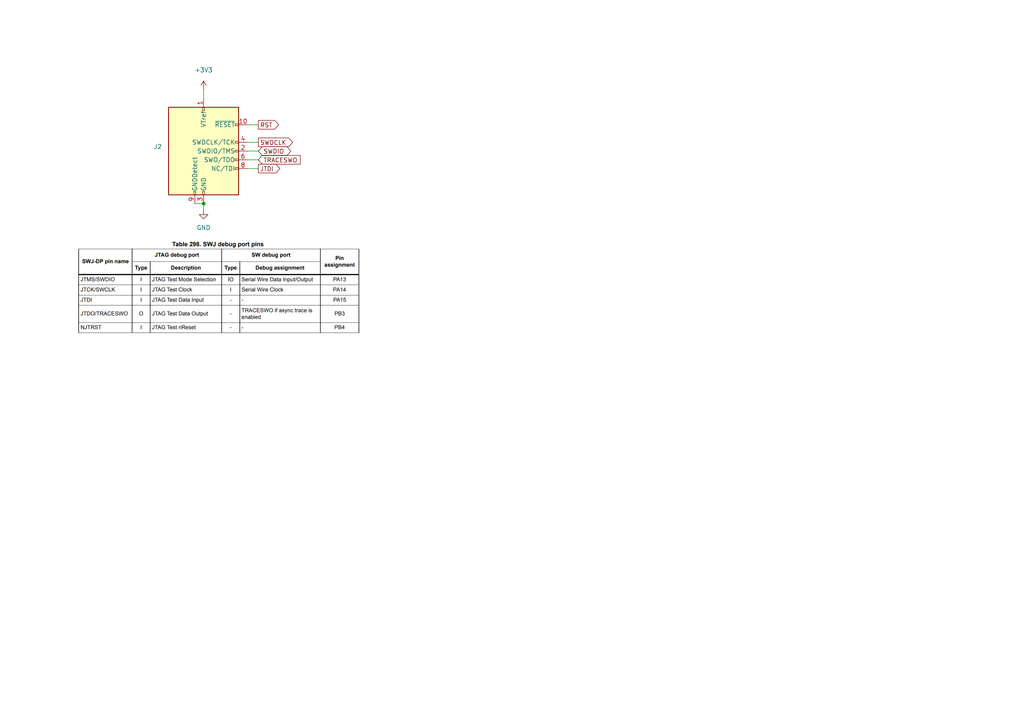
<source format=kicad_sch>
(kicad_sch (version 20211123) (generator eeschema)

  (uuid 15ccc521-968d-4324-afbb-6e3cb106b627)

  (paper "A4")

  (lib_symbols
    (symbol "Connector:Conn_ARM_JTAG_SWD_10" (pin_names (offset 1.016)) (in_bom yes) (on_board yes)
      (property "Reference" "J" (id 0) (at -2.54 16.51 0)
        (effects (font (size 1.27 1.27)) (justify right))
      )
      (property "Value" "Conn_ARM_JTAG_SWD_10" (id 1) (at -2.54 13.97 0)
        (effects (font (size 1.27 1.27)) (justify right bottom))
      )
      (property "Footprint" "" (id 2) (at 0 0 0)
        (effects (font (size 1.27 1.27)) hide)
      )
      (property "Datasheet" "http://infocenter.arm.com/help/topic/com.arm.doc.ddi0314h/DDI0314H_coresight_components_trm.pdf" (id 3) (at -8.89 -31.75 90)
        (effects (font (size 1.27 1.27)) hide)
      )
      (property "ki_keywords" "Cortex Debug Connector ARM SWD JTAG" (id 4) (at 0 0 0)
        (effects (font (size 1.27 1.27)) hide)
      )
      (property "ki_description" "Cortex Debug Connector, standard ARM Cortex-M SWD and JTAG interface" (id 5) (at 0 0 0)
        (effects (font (size 1.27 1.27)) hide)
      )
      (property "ki_fp_filters" "PinHeader?2x05?P1.27mm*" (id 6) (at 0 0 0)
        (effects (font (size 1.27 1.27)) hide)
      )
      (symbol "Conn_ARM_JTAG_SWD_10_0_1"
        (rectangle (start -10.16 12.7) (end 10.16 -12.7)
          (stroke (width 0.254) (type default) (color 0 0 0 0))
          (fill (type background))
        )
        (rectangle (start -2.794 -12.7) (end -2.286 -11.684)
          (stroke (width 0) (type default) (color 0 0 0 0))
          (fill (type none))
        )
        (rectangle (start -0.254 -12.7) (end 0.254 -11.684)
          (stroke (width 0) (type default) (color 0 0 0 0))
          (fill (type none))
        )
        (rectangle (start -0.254 12.7) (end 0.254 11.684)
          (stroke (width 0) (type default) (color 0 0 0 0))
          (fill (type none))
        )
        (rectangle (start 9.144 2.286) (end 10.16 2.794)
          (stroke (width 0) (type default) (color 0 0 0 0))
          (fill (type none))
        )
        (rectangle (start 10.16 -2.794) (end 9.144 -2.286)
          (stroke (width 0) (type default) (color 0 0 0 0))
          (fill (type none))
        )
        (rectangle (start 10.16 -0.254) (end 9.144 0.254)
          (stroke (width 0) (type default) (color 0 0 0 0))
          (fill (type none))
        )
        (rectangle (start 10.16 7.874) (end 9.144 7.366)
          (stroke (width 0) (type default) (color 0 0 0 0))
          (fill (type none))
        )
      )
      (symbol "Conn_ARM_JTAG_SWD_10_1_1"
        (rectangle (start 9.144 -5.334) (end 10.16 -4.826)
          (stroke (width 0) (type default) (color 0 0 0 0))
          (fill (type none))
        )
        (pin power_in line (at 0 15.24 270) (length 2.54)
          (name "VTref" (effects (font (size 1.27 1.27))))
          (number "1" (effects (font (size 1.27 1.27))))
        )
        (pin open_collector line (at 12.7 7.62 180) (length 2.54)
          (name "~{RESET}" (effects (font (size 1.27 1.27))))
          (number "10" (effects (font (size 1.27 1.27))))
        )
        (pin bidirectional line (at 12.7 0 180) (length 2.54)
          (name "SWDIO/TMS" (effects (font (size 1.27 1.27))))
          (number "2" (effects (font (size 1.27 1.27))))
        )
        (pin power_in line (at 0 -15.24 90) (length 2.54)
          (name "GND" (effects (font (size 1.27 1.27))))
          (number "3" (effects (font (size 1.27 1.27))))
        )
        (pin output line (at 12.7 2.54 180) (length 2.54)
          (name "SWDCLK/TCK" (effects (font (size 1.27 1.27))))
          (number "4" (effects (font (size 1.27 1.27))))
        )
        (pin passive line (at 0 -15.24 90) (length 2.54) hide
          (name "GND" (effects (font (size 1.27 1.27))))
          (number "5" (effects (font (size 1.27 1.27))))
        )
        (pin input line (at 12.7 -2.54 180) (length 2.54)
          (name "SWO/TDO" (effects (font (size 1.27 1.27))))
          (number "6" (effects (font (size 1.27 1.27))))
        )
        (pin no_connect line (at -10.16 0 0) (length 2.54) hide
          (name "KEY" (effects (font (size 1.27 1.27))))
          (number "7" (effects (font (size 1.27 1.27))))
        )
        (pin output line (at 12.7 -5.08 180) (length 2.54)
          (name "NC/TDI" (effects (font (size 1.27 1.27))))
          (number "8" (effects (font (size 1.27 1.27))))
        )
        (pin passive line (at -2.54 -15.24 90) (length 2.54)
          (name "GNDDetect" (effects (font (size 1.27 1.27))))
          (number "9" (effects (font (size 1.27 1.27))))
        )
      )
    )
    (symbol "power:+3V3" (power) (pin_names (offset 0)) (in_bom yes) (on_board yes)
      (property "Reference" "#PWR" (id 0) (at 0 -3.81 0)
        (effects (font (size 1.27 1.27)) hide)
      )
      (property "Value" "+3V3" (id 1) (at 0 3.556 0)
        (effects (font (size 1.27 1.27)))
      )
      (property "Footprint" "" (id 2) (at 0 0 0)
        (effects (font (size 1.27 1.27)) hide)
      )
      (property "Datasheet" "" (id 3) (at 0 0 0)
        (effects (font (size 1.27 1.27)) hide)
      )
      (property "ki_keywords" "power-flag" (id 4) (at 0 0 0)
        (effects (font (size 1.27 1.27)) hide)
      )
      (property "ki_description" "Power symbol creates a global label with name \"+3V3\"" (id 5) (at 0 0 0)
        (effects (font (size 1.27 1.27)) hide)
      )
      (symbol "+3V3_0_1"
        (polyline
          (pts
            (xy -0.762 1.27)
            (xy 0 2.54)
          )
          (stroke (width 0) (type default) (color 0 0 0 0))
          (fill (type none))
        )
        (polyline
          (pts
            (xy 0 0)
            (xy 0 2.54)
          )
          (stroke (width 0) (type default) (color 0 0 0 0))
          (fill (type none))
        )
        (polyline
          (pts
            (xy 0 2.54)
            (xy 0.762 1.27)
          )
          (stroke (width 0) (type default) (color 0 0 0 0))
          (fill (type none))
        )
      )
      (symbol "+3V3_1_1"
        (pin power_in line (at 0 0 90) (length 0) hide
          (name "+3V3" (effects (font (size 1.27 1.27))))
          (number "1" (effects (font (size 1.27 1.27))))
        )
      )
    )
    (symbol "power:GND" (power) (pin_names (offset 0)) (in_bom yes) (on_board yes)
      (property "Reference" "#PWR" (id 0) (at 0 -6.35 0)
        (effects (font (size 1.27 1.27)) hide)
      )
      (property "Value" "GND" (id 1) (at 0 -3.81 0)
        (effects (font (size 1.27 1.27)))
      )
      (property "Footprint" "" (id 2) (at 0 0 0)
        (effects (font (size 1.27 1.27)) hide)
      )
      (property "Datasheet" "" (id 3) (at 0 0 0)
        (effects (font (size 1.27 1.27)) hide)
      )
      (property "ki_keywords" "power-flag" (id 4) (at 0 0 0)
        (effects (font (size 1.27 1.27)) hide)
      )
      (property "ki_description" "Power symbol creates a global label with name \"GND\" , ground" (id 5) (at 0 0 0)
        (effects (font (size 1.27 1.27)) hide)
      )
      (symbol "GND_0_1"
        (polyline
          (pts
            (xy 0 0)
            (xy 0 -1.27)
            (xy 1.27 -1.27)
            (xy 0 -2.54)
            (xy -1.27 -1.27)
            (xy 0 -1.27)
          )
          (stroke (width 0) (type default) (color 0 0 0 0))
          (fill (type none))
        )
      )
      (symbol "GND_1_1"
        (pin power_in line (at 0 0 270) (length 0) hide
          (name "GND" (effects (font (size 1.27 1.27))))
          (number "1" (effects (font (size 1.27 1.27))))
        )
      )
    )
  )

  (junction (at 59.055 59.055) (diameter 0) (color 0 0 0 0)
    (uuid 39456193-67ab-4dcf-9a1b-2c178d36a71f)
  )

  (wire (pts (xy 71.755 48.895) (xy 74.93 48.895))
    (stroke (width 0) (type default) (color 0 0 0 0))
    (uuid 34e3c406-534c-40cf-8996-698a16453b2d)
  )
  (wire (pts (xy 71.755 36.195) (xy 74.93 36.195))
    (stroke (width 0) (type default) (color 0 0 0 0))
    (uuid 628ed9ce-d567-41bc-86f9-37f4072fca59)
  )
  (wire (pts (xy 59.055 59.055) (xy 59.055 60.96))
    (stroke (width 0) (type default) (color 0 0 0 0))
    (uuid 66df9f11-2ca3-4158-b2e9-5b1acc4d0f2a)
  )
  (wire (pts (xy 59.055 26.035) (xy 59.055 28.575))
    (stroke (width 0) (type default) (color 0 0 0 0))
    (uuid 6a795298-dbb4-4e80-b2ab-df2e63222be5)
  )
  (wire (pts (xy 56.515 59.055) (xy 59.055 59.055))
    (stroke (width 0) (type default) (color 0 0 0 0))
    (uuid 78d9ac38-867b-416f-a7f0-9984649f3bfa)
  )
  (wire (pts (xy 71.755 46.355) (xy 74.93 46.355))
    (stroke (width 0) (type default) (color 0 0 0 0))
    (uuid dc0a5799-31b6-4b4a-843f-dceee7b056f9)
  )
  (wire (pts (xy 71.755 43.815) (xy 74.93 43.815))
    (stroke (width 0) (type default) (color 0 0 0 0))
    (uuid edd341c3-3530-41bc-b5db-f316c98c173f)
  )
  (wire (pts (xy 71.755 41.275) (xy 74.93 41.275))
    (stroke (width 0) (type default) (color 0 0 0 0))
    (uuid fd953561-42fe-45bc-b905-0bf1333c7ad6)
  )

  (image (at 63.5 83.185)
    (uuid e5c05dae-032b-4a19-96ed-9c0103f91bf4)
    (data
      iVBORw0KGgoAAAANSUhEUgAAA9UAAAFQCAIAAAA+ysoKAAAAA3NCSVQICAjb4U/gAAAACXBIWXMA
      AA50AAAOdAFrJLPWAAAgAElEQVR4nOzdd0AT1x8A8O+7yyWQMALIRlmi4BYQGS60tbVqq7ZaV4e1
      tWpbu2yrtnW1dri6rHY5aq2j7m2tAwUERUUUVFBkyZYdRpK7e78/kmBARhw/XN/PP7Xkxsvdvbvv
      vbz3fYRSCgghhBBCCKEWwdzvAiCEEEIIIfQYwfgbIYQQQgihloPxN0IIIYQQQi0H42+EEEIIIYRa
      DsbfCCGEEEIItRyMvxFCCCGEEGo5GH8jhBBCCCHUcjD+RgghhBBCqOVg/I0QQgghhFDLwfgbIYQQ
      QgihloPxN0IIIYQQQi0H42+EEEIIIYRajuR+FwAhhB50fFlWckrGjUpRZuPq3d7b3ux+FwghhNDD
      DNu/EXpkaaJnBTo7NMmp8/uHm91Oze7J7ZwcHBycA2dEaRpdio+b28vVwcHBofX4jaq7K7jq4rYF
      bwwN6ejl5tbGp0vv4VMX779WY7yAkBf964cj+3Zt26a1Z4fgoZMXH0hX19uGWBS3esbYAQHtPdzc
      3NsHDBg7Y/WpQvF2SyIWx/3xzlO+DvbunYJ69wvvG9LNx7lV65CXvj2UxeuW4BO/GeDm4ODg4Nxt
      +pEaWrtm4bqxHo66g+z61HcpQu0HmqiZPVwcHBwcXJ9YdFGov0Ph8pInXR0cHBxcgmfHqmn9jxvH
      X/i6v6uDg4OD25h1pSauU7P7TR/HZk/sI0OdGbHjePZtXwP18HFzw1zuzXWOEHp8Yfs3Qo8sqqko
      LiwsvCXGM8JIKuoHrrcS1RU3CgtLRFZRoWk8IhS1VUWFhYVakJXX3EbceMtm8vd98PSYH8+VG7aR
      nXX1QvTuf3bP3b3nsxBLANBcXjl20NRt6YayXE+/dGr/1r1zd27/LFRp2Miet/uP+uVide1GMlPO
      Ht2xM3b94eXDXFhTy6KKnjdo8JenyoxDNipUXo9dN3PwqZQNR38f4cJI2nb2osVHCgUojYy5JvTv
      oLupqqL+PZRVoAv4SfThyKJ32zkwAABCVkzU+dxCDbBu3l28bykKFapKCgsLtSCxUWlv47AB8NXF
      NwoLNSArM/nw605sKW36xD4KKpN3LJ716Xd7JO/EDO7typC72JSorSwqLCzk7/I6Rwg93jD+RuiR
      xdp16Pf0IF9d9EgrU2OjUkpFYCy8g3u1s9aFIIxtZ/v7WcRbVB6Z9/bPCeUUCGPRunsPH7Oc+FMp
      xVqhKPLLd5YOiZ3TjaT8POX9bekaCozCrZt/m5qUM5fy1cKNY/Nf+bTnmWVPWhEATdx3n/xxqZoS
      1i5g3FtjurEXt/z8Z0xBdfKqTxaPH7Skt8yk+Eu4+ttnS+LKRCAS267PvfJCbx9bKLp8dP2a3ZfK
      RU3Knx/OHzXwl6cszIJCAsxX5ahE/tLpuHLawZYAgPr0kehiQ9hOq+OOx1RPfE4BAKA6FZfEAwBR
      9AgLkv2fjiKqq+CvaS/OPagBrsvdb4ux8e3z9CAvAaT+bia/ySGEUF0YfyP0yJJ0mbJqzxT9//AJ
      c3sGzTurAcbl2W923BKDCiWpcScT0m5Uipylo2eXwAAvZSPBBV90MSryQp5o2z64d3cXU3pCC2Wp
      J6PjM8oZG8/uYT08LZvo9lZ1dP32DJ4CUQTPPnpwTqAFCBmrRvactD1fUJ8/eDDjs05VG9ZFV1Ag
      ZkGfRRyeF2ghFkfNHvzMV7EV2tT1P2+d3X+CIyvmnoi9qqVALAZ+tWv1JGcGxPEeRe1e3VHKp8VG
      Zwq9fUy68VVEH4+rpgCs6ytrjv0+1Ep3wN55PXhM9/H/5IlC1p4tUeqnnpbZhgZ3kuyO1dCqc3Hn
      1C/3NyPAXzoadV0AIAxDqCiKxbGRCZpnQ6UENAmnzqlEAMJ1CQmzMqUYjdPkX4g6kVQgtvIL6921
      VWNLmXz0Gz+xAs8LosgwLCNhDauLAi/q/iiRGF8pmoLE6BNJBdS+Q1ivzg5Sw2Ks5OaqddVdQnUt
      5tjZzBrLtiF9Axq8uISSq6fPJmUUaMxdOvQM7ugga2xb1WnR/52+YdO5T6iPghcNLdWiVqPhGa7h
      wphUFInfq8u3vySKwLASSZ3jo1tNf1aovV9or65O9d6whLK0s3EJ1/JVgkzp2s6/RxcXeYMHBSH0
      yKMIoceB9twcfykAgKTd+8drRKNPhJwDnw90lxv9KE8YC++hCyIKBd0ClZvH2jAAwLq/snjhC+0s
      9KELkbr0+Whnhla/GXX0R74cAIBs6Ory2m3nR3w9vJ2lYduEsWz37Pz/coRGCinkbHonvEeXdm1c
      B/1wTb9hIffnJ2UEALjus89pKzeNsiYAwHX57LRhz0UrhyoYAGDsxm2pECkVcn5+QkYAGNsxW1T6
      r7DzFUcGgEj7LknjTTxiJauf021W+cTSpKqbf6+OXPLqmNGjR4956evD5ZRSqo6Y5i0BAOBCvr6s
      pZQKaUv7yggAsX5i+AArAgBc8NfJWkopn7qot+4s+H50oqah05Q4P4Br8DTVO1AHZj/ZxsxwWM08
      Bs356a3OUgAA2aDfi008+pWbxyhJIyd2R7rh8Nbse8NNAgCM7bht1bes6jFVFPXFFPIOzXvG09yw
      N3nb4UuO/jbCgtS7Juqq3jXBkQEAafjiiLWTAltxRF8G1/AZu7O0RksKxXG/Tu7naVF7oRLOPuDl
      76MKjb6P7kKVPbNo4ztdLAgAEK7twGBp3ace12vhVW2zRelhX7cohstGHT29vcT4Olcff9+HAwCu
      5xcRe2c/5V57VmSu/WcfKjCUTsg7NG9IWwvjasbZdnv51/iKxk4yQugRhvE3Qo+HxuJvPnXFIFsG
      AIAQibmVpZlEHyCw7pMPqkRKb4Y1hJWwBAgrU5hzRB+byLvPjCwXKW0w/ladmN1D395KGE5qiGcs
      AmYeK2s0tKyvJuJdHw4AGNvRm8pp5caRlgQAJO2nn1Drlyj/+3krBgCA6/FFopZSyl9b/pSSAWCU
      Pd/bEHv58ql/PgqzYQCIVfh3lxuKvBrEX1nST0H0gatnn7HTF6/df/a6qoF3h/JNo21ZACDWI/4q
      ESm9sfpZSwJAzAb8EPtduIwAEIshK/NFSss3vmjDAgDj+Mp2VUOHwKT4u+bsl6GWtUG11EwmIfqT
      Yxx/N3/0DUF00yfWxPi75tzXvZX63RGJucJMQgjbykkXxTYff7MOri5SQhipucxwBRKLHrNjDEep
      ImZeqLL228gVMlbfg8rSf/rBG7y+UPoXRTt7O32bPOMwaurAeo3QzcXfjRQltpJS2kT8zTp4ulsw
      hHBmZpw+yiYSr7cO6y6mtN8Gt2Jrq5m1Qr8I4bwm7S1p+NAghB5hmP8Eoccan/T3qqMlFJhWT35z
      Ml9VVq7KOz4jQEYAhJxT0Vd54xFmVBAtQz7Zk1qqqsg79dPwNhICtOrcz1+uy2pwiKeQ/MuMxacr
      RGBse326P728qvDcH2N8pISqzv7w+W8pvEnlqzr33Zy1qVogEo8XJz5jCdL2ft4SABBSt6/YnqYB
      gIpzv/15TCUCANBi3WhT1nPSynWfDGgtKzv5/ZhgX9+gUYuiS1mnsHdXr3yrvcmd7ti2k76aHqxk
      AKhYkXZ8/eLpLw8KaNPKpfOTr875MybXqPyK4JBuHANAKxPizmmgMvJobCUFkHTqO6Br/z4dJQC0
      Ku54TBXVJJw6pxIAiHlAWIgZaXzfTRELtyz4LraCArCO/ecfTCurLM84NDfcVhSMT9btHP3bPLEN
      F2rrgiUnSkUgEtehS0/klKtKMw7P7UsKCrWmDVIUCnLKO0zedLFIVZ4T8+MITykBqjr9/by/sgQA
      4BO+e+ebmFIRGKuAtzYkFlWoSlP3zQ63Z0CsiP9+yuzD5XW+e1Fhscyj9/NjhoV2H/r821/t3PRe
      oO6lxnv8z7v37V480rmpq0BXlI1JN+oWZe5fWU3mThEKMkr93vnnYlFlZV7U3D5KBoDymUf+BQAQ
      8/duOlwsAGPz1NLzRaqy0vLixNVjvSSE8hlb/thZcLdJWRBCD537/QKAEGoRjfc/odqK3Cvnr+Tz
      lFKqLkjc+1lfawYAWK93jtaI9GazInBdPq3t9CHk/D7YigAAsXhu9Q3x1vZvPvmbEI4AgKTDJ7H6
      pmqhYM1wGwaASHstarAJsq7qxF9GuEsJAOG8XtueJ1BKKX9xYW8Lfau03NGnvaftzZ7srOuk/boW
      WvWVTdN6uUiNIlwise320s+nbrOpUSg6+evkfu6K+hkziKRV6Mz/8g1t4dq4T3WdP7iwhVcrI97x
      YnUHOlJd2zlF0v7DqCp9v5TahvoGTlPz7d+qreNaMQBA5P1/SDOUgE/6sqfUqP3bpKNvaMS+5cRa
      M0Yn1qT2b9XW8a1YACCKJ3/OrC1U8sIw3dlpvv0bJO3ej6zdfNGG0Q66zQ3+vVCk6oh3vSUAQKQB
      c84ZfvagQsaKp6wYAGBsXvi7SDS6UIn1wJ+N+hkJ+SsG6k5Pl8/OaBr95cW4KMerDIsZFeWPG7SJ
      9m+QeE87Wq1frXTtcAsCAIzjBEopFdKX9pUCAOHcBrz/w9YT10p5KpRcu3Axo6i6sc5YCKFHGbZ/
      I/TYk3C0+NLupZOG9+3s1sql8+Avj+ky7lFRrNN2ydgGBHc0NBwyDiE920kAgKrTUtP4Wxs5tUmJ
      KQIFIJyrHbmUkJCQkJBw4bqFkxMLQPlLCQnNNIyWnVw84ul3tmdogHV68qt/fhymi41Yv3d/WfJc
      a44AFavyrySnFWskdva6sAs4jgMAqIr+fMTLP0XlaM07jFuy9dB/W7+b2N1aLD63btrwyeuzTW7T
      BQDGNmjSiqOpWUmH/loyY+KwsPatZIQAAOVvnFj4yvtb9RnFJZ1CglqxAMAnxcXEH4nKEgCYVmHh
      /lKQBoaH2TIA/LUTkcknT13gKQDbOjjs1tSDJhJyr1wrEwFA4h0S6ma4hbPeYUHG6Thu6+jf3olt
      sFDZV66VCwAg8e7Z07m2UB5hwR4mfk/GOqh3YO0oR2XfsM4SAkDVqSkpGj49Ni6TBwDWe8Agv9re
      3IzbM0935wiAWHEuLhFulpRIezw3os0dJyfRFcXwxmVUlOSUJrOks207dDK8DJrZ2er6RGm1AACM
      68BBPSwIUO31w9+9+3yot30rz6Ax8zccSy7m8SmM0OMI858g9HgT0je9OeSN1UkV+p/ACSu3MtdW
      qLQUgNRt9SVyucJo9JiNjS4lCK2prBYB6vemECoqKikA0Or/Pu7Z7eO6H4qqGzeqAMwbKZRYFDF3
      2AsLoopEIvUY9t32tVO7KWo/lHaYtPmk3++Ll22NTi3lnLsPffOFynnPzj+tAUZpZ8cCVOxbvipJ
      TUHS9vWff/ugnxxgQHhXIaXTR5E1OduX/XVl1AxfE+98Yk1Jdma5wtvdt/943/7jPwAQSi/uWvTW
      5G8iCkQhd9dfe0pemGBHAMyCQgPMV+eoRFX83l9zLvIAxDIkPEwOAIre4cGKv3ZV8BeOrfzvWrkA
      wFj1CAtoPgciaXgJWlmln4tIrrC4uQhrbWNlFMnd1tFv4MQSAKo/scb7NtqBUCcrenW1vlBm5kab
      YiwtFCb2siF1vg1jZW3FEABKq1VVlJaXq/RFs7MzCqsZOzsbhgBQsaKszHhbFk7OyjsPa5sqyq3X
      +c3VWIXFzQtayukLqjtmko7v//lH9isf/HoiR0MBqLY0/cyBNWcO/Ll04bClO9dP6YxTqiL0eMH4
      G6HHWtGWGdNWJ1WIhHPr+9rkcU/37RXWOXWm37MrcylhmLohIC0tLrrZeEzLylQUAIBYWFkzBOo3
      lLKWFnICNZRY+I99b4h3vXBI4t290f7PpVHzhz2/IKpYJIpOE1ftXD7Ki6u3hMS595QlvQ2pFSu3
      vjRBAABi5uHtLgE+PfFymQhAJB38A/Xp3Vi37p0dmcgMgU+7ckVLfSXNRoX8uS/79f8iplTDtPsw
      ImGRvh8FsMoOw2d/fnh95M/pAlVnpWcBtQMCYBsa3FGy+6RGSN26KYOnQGT+ffvqZgOy6dfPX7r7
      mLoqau0/1QIAkXYPC1MQAODP/fHeor1XsnLE8CV75/WSAgDUqHVtrMRcoWgwhCRWVrp3EVpeUioA
      6MM8oay0wigivq2j38CJpVB7YmvTmPNabe0etFVVxhM3MTZKa0IAqHgjL48HX0OhsnPyTezaLJYV
      FmoAZIb/KysXdWWwtiTE1sZaV4SSohsCtDWE4GJhYbEoAgBjbWtrfIjM5fK7mGJHXxSzhorS1HpM
      I29MOlLvF3+Mem5G3P7tu/Yfjog6cTaloEqgtCZtx8xP1w/f8ZoTtoMj9DjBGo/Q40wdHxFTJAIQ
      q2e/3fHLp68P6+VrL9worKCgHxxivLBYHnvkRKXhfwpPxCbzAMBYtOvg2cCbPOfX0YclAKCRdho3
      e57O+wMceSJv1cY3ONCn4cZvIW3Na6MXRBeLhPN+afXeFfWD75qoxWMH9w/p3mnwogu6QYQlB3dH
      lAoARNotNNSSADGXmwEAUOF62jXDOENVVnaJCACMpbVpLaMSb18PiSBS4K9u+P4f44GImqtx5wpE
      ACDE2sZG3x7Keob2bC0BoFSr0VIAScc+/V10O2Lcwvv4SgBEVXmFQAEk7cPCdH1phBtnd2/acTAy
      LjLilL5bTPW11GwBAAhj7+jY4DyNrEuH9vYsAAhpJ0/Ulou/HBFtXMjbOvrNnFhOl+Cb1pSUqPTR
      NJ9yJd24cxLjFNC1jQQAhMx/t8eoDFvat+FAnondfWjlyYNHSg3/V34iNpGnAMS8nZ+PVOIa0NWV
      BQDh6n/7L9b2AREz9x6I1wIAowzo2dG4Ybo2M7e+dIToP6XUhNcBXVEM386oKB18pE2u2LiK5COb
      Vi1bNO+LLWVhU774bVvkxbyijIPvd+MIAK1MTko1bTQyQujRcZ/7nyOEWkbD4y/Vx95tKwEAkHiM
      +fOSiqpzopePba9rG2VdJ+2vrjP+EoiZ78urE4r5mryopUPdJAQAmFaj1heKtIH8g3zSV7ocH4x9
      v8/2pKr4msw973ZXEABgXV/dUdLQODghe81we/2+WDMrG2P2IXPPaimf+EUPTrfVXtOW/b32+6m9
      7FkCAIzymV/SdWNIT3yka+BmHQd8cTi7hi9PXPdaB11RnF/dUS5SStUn5/R0sLGxsXEes76RBMwV
      /0311iXtI3Kvp6YtWvXP9m0bflvwZl9X3UBHYh76zcWbg/zKN75oW9s3QuI97VjtOEFac+Rtz9qP
      WNc39ukH9wn5q5+11iUAdOz7/opNW9Z+M6aDXJe2umvjIwUr9kzUdfVmHJ744mi2mi+9vPm9HvpT
      ZMg/aMrRrx1/2eSJ5ZO+DJICABDL4FlH87SCKnX3zN52ut3V5h9Ux33eTUYAgEgce09dsuav3+aO
      6VLbI8aE8ZdAOI/h30XmVqsLTv0y2kemO6fPrcrhKaXq2JmdpQQAiGX3yX8nlgi08trez/rpxqFy
      vh9EqIwvVNZj6uE6ydXLVw8103/z7UWakvyihlKv1yvK0uM59YqyOlegTYy/JBbP/12bU7Lmv8mt
      WQBgbMdRSmnF7tdcWQAgnM/4lfE3eEr5kqR1r/pIAICYhX+fjoMwEXrMYPyN0OOhkfwnqoNTvPSd
      MQjhOI4hwCisLFkCQORD/rhRJ6xx9XKXEUIkHKdPvgyMMnzxeV0w00D+79LD73WsnY1EwhmyIjMO
      Q35JaTD9h/bC/EBpQ42+AACSjjNOqikVMtcMd6jfhE1Yp0E/XjBEVUL2Py95GPJdMxxn6G3CtHry
      xyRNY6W9hZC3e2rHxjoyMFY9Po8yjtyFjB/6m+nLxTi8vENl9FnF1vH2hsltrIatKao9/OWH3ml3
      6xcmErfRf2c1Pk8Qf+2PZx31p4CwHCchQDgXL918PLX5v5s/+rVJTJo8sVR7ek53QyEJK5VKCCEK
      Ty9nFurMv1NybGZgnQ4ahHMPCnBhmz7KhqCXcDIZR4AwEkltGaxCvzxjSIlSEjEzwKo2vbisNsU2
      owyefazEkM+8kfhbrU9Joztcso4zYhtKLdN0URacNVzndxB/U/7Kb0OcDBWNlSlq85cTzmvijgIM
      vxF63GD/E4Qea4oBC9bMfdJNRgAo1fKC3Gf417v3TO/OEaA1sQcPFhl1MpB0+2T72reCHQivFSgA
      Mfd8Zv62je93ljW2cev+i/b+M3OQtwVDdL2HKZHYdB7z/a61bzY4BbyYe+To+ebyRTOtX/pl4+yn
      2hjmWQQidQ6d9PuBTe90MhSEcRn5+6FNHz/lZcEQKmq1PAXC2XUd993ujW91qN+XvIk9OQ758dC+
      Ra8Eu9bpqk5YC/c+byz7d//cMAvjpV1CQ/TfiiiCw3spjD6T9+oXJNdlxuM6h/ayqt2c5YBvtv/+
      RpAjV/sXwjn0eO3Xvb+NdWs8fwfrOXHtrqUv+FoyBKig5UHZ/dUV27/oXbfDuOlHv4ETO2/rhtoT
      KwmY/tuiYW0VDAGggpY38xr0+ea/36zfqVzZ58sD//40qb+vo4XMTOneY9TcbYeWPmmjaxOXyppJ
      R0Jajf5+1VtBrRiBFygAMWsz8LPNW2b4G8YlKvt+efDgskn9vCxZoLy6RitSInUOmbj84L55fZTN
      9PaWhr35wdNuUl35tdobeU32SietRn+/8q0g+3pF6d7odW4Ctu0bGw78OqmXqzlDqKCurFQLlDBy
      t75vrdmz7Dl7fBIj9LghlJqWXgoh9Oiqyj4TfSq1VOLcpVdoe5tmIqWqzLjjpzPUNr4hYZ0cTOkQ
      K5SlnYk9l1askdm3DQjp3rrhcYW3SV2QGBNzMZ9XuPgF9exg32A5hLK0M6cS0ou1Zg4+gT27ucjv
      cF9CReaFsxfS8strqJnS1aebfwdn+T2NmGryLpyMS86tBAsXvx49OzqaFukJJZejoxILGdfufXp6
      WTZWINOPftMnli+6dOJEUiFx7Bga6mt7yzVSduHfw5mcs6urWxt3V1v9DwGayPc79v/+Ks84TtiR
      vmpoQzk+ana/5jFsdb7IOE/cfe2Pp7XXTh4/e11r0z6kdxfHhk6qWJERf+ZCeoHG3KVDz2BfO5Nz
      CIgVaSePn8mqMXdqH9izU0OH2Lgoqb8/zac1U5Q7wZeknj2TmHGjmsjt3TsHdPdUYhIEhB5LGH8j
      hBC6S2L2T096v3dELQLT6vk/E/8Z78gAlEXPCB+wMF4NXNi3l4591GDK87rx9zP3Mw1f3fj7GfNm
      GtURQujO4as3Qgihu8Q4PfF0kPxopIqKN7a90a3zsrbW2ryUxNQiDQVi2euF4abOw4MQQo8D7HWG
      EELobrF+0379YZyvJQGgNXkXT0bFnL1apKGEseow/sflU9ti+I0QQjdh/xOEEEL3hiY/4dC/EfFX
      coorecZc6dLWv//gJ7s2NUpALL4ceyFPQ4nUuXNwe9v72ST0ABUFIfSow/gbIYQQQgihloNv+Agh
      hBBCCLUcjL8RQgghhBBqORh/o7tCCCEEezEh9GDRVcz7XQqEUMthGAZr/UOkqciJYRiMqxBCCCGE
      ELotTYfQzef/FkUR36hQY3TXBl4kCD1QdPURG1AQenzo2kyx1j8ITImIsP8JQgghhBBCLQfjb4QQ
      QgghhFoOxt8IIYQQQgi1HIy/EUIIIYQQajkYfyOEEEIIIdRyMP5GCCGEEEKo5WD8jRBCCCGEUMvB
      +BshhBBCCKGWg/E3QgghhNCjAOffeVhg/I0QQgghhFDLwfgbIYQQQgihliO53wVA6GElFhz745cj
      2QJjFTj+w6EeKTuWro9XNfrLH+vx9LQJIUoAABAy/12++sQNEZhWoa9Nfao12/AqQtG5HWvX74++
      cC2/QsspWrm1D+j/wkuj+7ib3UYp+cR/Fm5JUoNF9zEfDWvf7Hcqjl697GCmwDr3mzQp3OkRej9X
      V1VJ5PJGjjRCRoTCM1tWrdsbk5R5owrMbV18/Ae8OGFcX3czABDS9/3058kSkVH2eGnaEC/9BVUa
      s+rHAxkCAFF0G/PB8Pa6B6uhNhGzzqM+eqFDs0/bm3V1zkfDSHNLY11F6OFGG0cIAQBRFJtYBj3m
      dFfR43mRaM/PDeAAgHV9Y58oVu96zampJ4a0z9I0Qb9i/JzuUgIAQLiun5/VNrRx9dXN74Y4crc8
      hBnLDi+vvlhteikr1z9vQQAYh1d2mnCW+CvfhHAAwHX9/KzmUTmppRc2zhzcYdiKPOF+l6TlNHt7
      R42oOLnwSZf6FY8wSv9pO7MFSoWcFQPNCQAxG7As23BBqba97Kiv/Fzg/ERe/+fq3ROcGADgenyR
      xDe2PyM366opd9RHu66acrxQPRizPThMuQM/Qu/MCN1PRG7j4mZgr2AJABCZ0uhvlpxuSXXM2o2J
      GgoAQLVJ61dH1dTflpi38+3B43+MyddSIrXvED583CsvPR/ua8MRECsu/jV55GfHVC365R5ifPy8
      AT3HfL33auM/TSBkwMcvmvz5oRwtJeaugYNHv/rq2CE93MwJFUvPLntj2oZckbEPDfGTAFDNhVNx
      +pqrjouILhL0G7gYHVko6v55+dTZIhGAbR3cyxtbc5uHdRU9VjD+RuiekA1YfCY9S+fKbyOUBAAk
      gbOOG/6WuuV1VwYAQHVo7ZZULRCO4xgCfNqWVfvL6m6q4uCc99akqCnhPEcuj01JOrJt3Zq1W44k
      Ju54p5ucAFVf/GPRxlyx8bKIqsxzURGR5zJVjS9Uk38p9lhEVHxaqdDoMprC5Nhjx08mF2pu61DU
      liIrIfpYVEJWE6VoiFCadibqeOzlAnUjm829dDoyIjIupbDhBQBArEiLizp5uUANIKpKyzT4OEcm
      EVL27k9UU5B4v7H1/Kk9G1av/nt37Nl/Xm/LAYiFB9btLhAl7cN6OLEAYkl83EUeAIC/HBGZxQMh
      hBCgNWeioqsAAMTiU3EpPABj1aNXgKyxPZpQV02pqg9kXTWlqmJdRY+vJtrG8bcM1CzdVfR4XiR1
      +58Yf6jueI4AACAASURBVFK9/SU7BgC4sIVX6/+OWrThRXsWgFgP+vzjEBkBYJTPrso16hkhFKwZ
      Zk0AgPV6c39J3QOr+m96mH/4iNdn/HT4esM/0ArF0Uue97XSNb+zys7jf5g9WFGv/0npqZ9f8rfT
      /cROiJlrr6nrkvQ9Wmp/0+785sKP+7vJdMtInXu9+89VtW6RGyufU8rlcqsun0SrDSst7m8jl8ut
      Q+brdyEUn1j6gqEUEptuE/7YNKuHtVxu4TVlf/Wt14pw/eenlXK53OaFFUe/G+lrrVtP6tz7g63X
      NEbLlZ79Y2p/b91mAQhn02n4/AOGA8FfXdLfRi5XuIxfunyEu5QAEKv+4/pbm3GMrhgyudw6eN45
      zS27fxQ1e3tHDdEmztfX6RfXpddeKdrzv789dvTo0eM+Wn+Vp7T4r+FWBICYD1yRK1AqpH3Xz4wB
      Yhb8VLiSAZC0ffeYmlJavXeiCwNAzPr/lNlgz6cm6qrhjtpEVW2irm5ONaWuJmj0pWi8rjZwXzex
      rjZUVfdnGe5ZWFf/PzBme3CYcgfG+BvdFYy/by/+FrJ/fcaaAWBsRqzNu/bTExYEgJj3XWq0WPXO
      V+wZAJB4Tztac5vHlU9bOUzXEZVILFzaetmbMYRhiHH8zSevGOzA6pZw9nBTcgSAcO4vb8kV6M1n
      OmEYhrAKJ29vR7nukWjW5ePjFZRSWvDLUzIAkLR7P9LwTL/8dYgUALjus0VRpJS/tvI5R0b33LVy
      9XRTcoSzVlowAIzzxD1VDTzTM78PlwIAa2dvxzLm9u5tWpnp9mrefWZkhW4F9fml/e0YACBEatPG
      x92G05Wr3evbcnhd0UOlAISzspbrftfjurz7SbjUuLnhkeoq2ySMv++MOvojX92FxVr7hI/78NtV
      u0+mldetxHzqojApAWCcJuyupvTGmmHWDAAXOPfIsoEKBoDr8WUST7UJc/wN3bMbGuLBp60cpq8l
      t9ZVXT1qsqredV2N1zRbVxuKv02oq81VVayr/ycYsz04TLkDY/8ThFqOcG3930fLRWDsBo0e4uD+
      wuhwKwK05sTatRd4/SJiYVpGmQgAjHtbH4l+GFhN8qH1fxn7e19i2a2b18StWLw3XwBGGfbZ4WtZ
      V1Izz/7ynDMxno6hbO+3C/4tEIhZ56k7k7PSMq4emtHDArSZG+b9dJa/uRil8u4f7Lty/erVzMS/
      x3tzhNZc+G3x5jxTfp3WnFq+aG++CIxN37kRaZnXsq6fXTHEqqKy+XWF4gqniVsv5aRnZCetf7md
      lNDqcysWbsoVAMSsP2fMjygSiZnfhA0XczNS0jNP/zTUhaU1Kas/mPdfRe1XpNryCmmXcZ99Peet
      SZNenrnp8rY3PFkAkPb9+lx66oEPO986phUhA2nwJ8veD7BmgAplV47+veST14YGezm4dh3yzrJj
      OfoKwrqFBnuwAGJRfNxlvjIqIlYlgsSzz4CgAf06SwD4pKioQqEk7vRlHoB1CAr1ayDzia6uik3U
      VROr6gNXV02uqk3W1TSsq+iR10Rsju9SqFm6q+jxvEhuv/1be26Ov5QAsC4TdpaLlNKi9SPtGACQ
      tJ0WYegBcnVhGAcAIH1yuSEJgJD904C6HUi5wAYyKvDJ34RKAYB1m7S/0rDLuFmdOKht/645OLm1
      BIDIBvxk6LdRtOY5SwLABcy7oK1tU2NsR20w9H0xbJaxf3lHdfPt3/zlr4N1h+X1fbU/lSd9EchB
      s+3fxHrYnzdq//bTAHMGgLEdu7lCFDJ/7G9GABj70f+U3Py+34bq2yF3qkR9mxoQLmDu+ZsNjurj
      77WVAID0ieWY/wSZpOLS9gWvDfBrJSNG8R/h3EeuSdVVGtW28a0YACIf9Nv1iHd9OADGecJOlaiO
      +diPA2Bajd9atP8NVxaAWA1fW9zALpqpq6IoNldVG62rnIl1NV7TbF1tov270brKN19VqQl1FfOf
      3AGM2R4cptyBsf0boZaijlm78YKGAmPp11oTsWf37t3RrFcHOQHgr21edUDXoM3a2ttyBABoYV6u
      eFuDkYTc3AIKAKyXr58hRbjE16+tUSuSKi29UAAAyNo3963JkydPnjx5xvZrhAAIaSkpN1vV2Nbt
      2ykM/27j66NkAcSyvNzyhvdsXEw+N7dABADGo107zrAJLz8fRfM3G9bN19dS/2/Gwc/XkQEQVbnX
      i0GbcumqlgKw7fz9LWsXd/fv4sQAiEVXUvJrh6YxDt17tsOJDdCds/AdNmvloYt5+akndv6xYNoL
      QS4yAlSbsXXGnJ2lAADmwaH+MgJUfT5m88HIDC0Qy+B+YXIi7davl6MExNLYiG0nzhYIQLguoWFW
      Deyi+bpqalW9ta4yt1FXc+55XVU3WlXZ+lUV6yp6rOGlj5CJVNkXEpPTM4ttw4aHubIAQEXdz7Qc
      J216Tf36h/7cnKoFALH08PyRh+t8JubvWrM9/9lXHRmw9Pf3lew+q+VTIo9dF7p5SgAYl6n/qiYJ
      IoB61wSPF9cXN/LzsP7ZTUVBqH3KEoa5GX6LWl73CZ8Vs3PbacOfZXb29sSM4W8+GCmv1d7cLsPo
      eogyLAtg2LcoGv5FtcYLE1a/R632ZioGQaMVaW0BG6XVGsUVxLA4YWqLAIQ0tA3jvxErWyX+bI3u
      hJCy67t1x69l5dk//8PsIXbWnsHPTgx+duKMWZvG+4/fkMMXnohI0IzoK2Xsw4J9JQfjtfmHl63P
      1QKR+fftqyQAZiHhIZarNpdkHFy+PZMHYL1CwtwaTD3YXF1tvqoaAuYHra6aXlWxrqLHGrZ/I2Sa
      qn0f9g4d8OzoiUuOVAAAgHCjqEQEAMZC2VALV33Fe9buzOEb+1Qs++/PDekCAEg6jHiui5QArY76
      acGePF1MzLASqVQqlfLqmsbbxFk3N2cCAGJ6SorhIcunXLp6M6UXo3RzUzIAoBj0U3J+QUFBQUHB
      9fORh08kpGZnrh2lqN2UkHXpkqGDuZh35VqJCMDYuroqAFjdE5tWqSr12xVu3DB6I5B4ebdhCYBw
      5cyZUsOxO3Uivqr5tnwhO/FCkX5LYsmV1AIRgLF0cbMBzqutu26jCedUNxdPSMoXARi7tu0ca4Mc
      wkllde9rhlAHM5uhptGKU2u/WbJizYYff96cZdRMq3RyUBAAAF6rpQAAkva9gpxYAD4zNV1LQdKx
      T7gLCwBg1bdfoIyANjk+sZoCYxsU1rXBl/Nm66rJVfXWukpvo662ved1VdZoVRXqV1Wsq+ixhvE3
      QqaR+vp6SwCo6vCKb/al5GXHr/9j33UBgCh8O/o021ok5mxZe6BIAMJ1mn44I8dI5pHpnTkCtDp6
      7Z+JPABIOk35dGwbjlBt6uqXB4z9ctOJ5JyC3Kundv/84ZDgKTtKG4+/2wwI7yAlIORsWfhjvAoA
      qpJWzludZNTgZRY2oLeSBVpxaPnSyBsCAJ+6amJYNx8X61ZD/si5+WCmFf8unXcgTwAQsnYt+D1G
      Q4FRhvXvaQZgZqM0JwBi4amjp1UAoE7959ddmTdfLBinQUND5QTE0t2fvb740OX0S0d+fH3yymuN
      vnrcRKuOLv10WzoPIOYf/vaX41UiMFZh/UPNCOM2aHCQGQGxYNsXn+3J4gGgJmXdzB9jNBTYNs+N
      CpffPAH12t04jgUAoDVVJkQV6LEm6TrsWT+OgFh6cNaot387cimnqDDzwoEf33h75VUtAGPpH9xF
      1+wsCwwLVBiuM4l77/76KecZx/C+nQw/KxOzgF7BZrfuBkypq6ZW1Vvqqvb+1lX2Nqoq1tXHCp+0
      +au5c/Tmzp03/4sF3yz6/pe1u0/n3MwPz1/Y9OXcOXPmLt6Zch+L2kKa6BuOfflRs3RX0eNxkfCX
      vgu3rv/GSqS+7x4qq/f1bx1/yV9Z3NuMABBpzy8T62Uj45MX9TYnACDxefdYje5vJZHz+tqzjQT1
      xMxj6JKT5Q0UUcjeMMZNokv25eTbzddJznI2tlaMUf7Bmrj5IdYMABCpjVeXrp5KCQEgZp2mR1TQ
      2jFdhLOxtWI4pWfXzh5KXfIwecBnMZWUUiqk//ykJQEAwihcO/p3cJGzClsbM3Iz/yCtiP480LLO
      0DU3TzeOND/+kmEZIrFw9evoqd+rebeZUfr8gxWRswIsdNmBLVw7dO/gImcIAJH5vLYl2yj/IHBd
      P483OsJC2tI+UgJAWKVXl459Po++3ZyOD6dmb++oQcKNvVPayxqseMSy59yThlGKlL+6MEyqW45x
      fHWHqvaqUkdPN3RpbnLeeSF7wxg3tpG6Kopic1X1rutqvKbZutrU+Msm6mpzVRXr6v/JAx6zVW4c
      ZdVgky+xaD92ZZLu2Ve5bricADBOr+1+UL+HSUy5A2P8je7K4xR/U6pN2/ZBH9fapzOROgZPXnep
      +pblbom/tedmd+cIAJGHf596SzJgIeePIboZd1xe3VEbVlen7po/JshVfrNLKGHMHDs9OXHB1sTS
      xstYevL759tZ6KexsOn+2sptnwVwdebf4bP3zx7iY2GI7onUKfTtjVd0Nz/DM1354q975w/yNNfN
      6cHZ93znn5vlrj6/YqRhF4zc8+nZO9dMcGGN4m9K+dyji14K9bIxkyqcuzw7Y8uFNc9bEAC2zeSD
      Dc2/o3+mS9pPXPjpAFepYa9Bb2+6ajQFh5B/fPH4IFdz/REhjEXbZz7bna4vVyPPdMpn/D3OU3/O
      GOWYzQ3E/48gjL/vmDp977znu7Qyzn1HZE6B4xYfyzdOoKOO/lAXZxOr51YXGl1U1Xsm6vqisF7v
      HK1pak+N11V9PWqqqjZRVzdfM6WuxmuaratNxN9N19UGq+quNMMCWFf/Px7wmM0QfxMzGxc3NzdX
      V6dWllLDJWIeOC9eSymt3vZ6u9Zubm38px96UL+HSUy5AxPaeEcrhmEopaIoNjyOAiHD74eP1UWi
      Lrx0+syVArXUoZ1/oJ9DoxNL3xtiZc7Fc0lphVWstWPrth07trY0oc8YX3Qp5mRqlW2H4CCvW1rs
      9dtVZcSfvphdRpXe/kGdnBr+kVyTn3jidDrv2DnE371eSgS+6HLsqasqS++AYD/7usO4hcyIDUfy
      LJxd3Np26u5tywIAlK4a4vz63hq244yoM1/1rN++KGb98ETb945qJL4fRSYs7JJ/JiYhR3TsEhLg
      bnFr6fniq2cTUvKrzF06BXZ3N+VwAFRmxp1IyOWtPboGdnGRm7LGw05XH5u4vaOmaUpSzyek5JTU
      gLldG7+und2tGxxGedear6smVdX/T1298FXP+vf126mrd1JVH8O6eu884DFb1aYXncf+Uy5K+yy5
      fOQDTxYAhOK4FRNHvLfzukAlfh9Hnvs2uOlcBlW5iQkpxaxrR/+2dg929hCT7sBNxeYP9rsUehDo
      riK8SNBN2lMzO3IAAKzr6HXpNZSq86K/GmDHABDl8+uKG7hUatvUfD+KUbd8gR9Fzd7eEcK6+oh5
      wGM2Q/u3tM+Sazf7ZamjP2wvAQBiNWpjJaWVG0e3UsjlFl6TdbNqqNaNslXI5crB30esnhig/1mK
      yFzDP/8v/0Ge0MGUOzCOv0QI3VOS7i+OC7QkAEL2xpe8LM3MFM69Zh0uEgnnM/7NoZhvDKEHBdZV
      dJ+JJanXbogAQMwVCgYAeHVVVVVVVZVGl4CI6v6/IvbrkZPWJEvcvZ0VDKHq7Iivp34dpW5y0w88
      jL8RQveWpOvHW7Z/NT7M20ZKqFat5oFRuAYMn7lh58InrRp8pHN2Hh07duzY0cdRjrckhFoM1lXU
      4mhhwq51f/31158rly+aMfapaTuLRADGOrRfj8Y7nwjFZS5T9qRkXbmSFre4nzUByqefiLwmNLrC
      wwD7f6O78hj2/0am4yuLCkvVRG7rYGOGD+uWhP2/0e3Buvrwe8BjNkP/71s/Iaz9E0uP7JnWSQpV
      f4+wf2l7FXF6bWfOH0MIUf05zH7CzhowG7g8ff9kRwZAuLqwT4dPTmglfh9Fnvs2WPogflXT7sAP
      dg92hNDDTKKwc1Y0vxhC6D7DuopaGmEkMiv7Nn5hz0+bO2t0x6aGXhIrFxf9+GRiaanLIS8ID3fz
      N8bfCCGEEEKoJXC9F148+K6HhGUkrKk/tRCOq23oJuQR+YEG42+EEEIIIdQCCGFZTir5/yT0fJjc
      s/hbKDyzZdW6vTFJmTeqwNzWxcd/wIsTxvV1NwMAIX3fT3+eLBEZZY+Xpg3x0h/10phVPx7IEACI
      otuYD4brp+8Vi6NXLzuYKRCzzqM+eqGDcfnEgmN//HIkW2CsAsd/ONS7wWLwSZsXbk5U67vcEMIw
      rFRu4+TVre/AUC/j/KR1FiSEYViJ1EyhdPQOfGJgoMud5nTmL2z6ZutFLVj6j53+XLs73AhCCCGE
      EHqENZGb0PRckhUnFw505er1gieM0n/azmyBUiFnxUBzAkDMBvx03ZD2UbXtZUd9JM4F3pylt3r3
      BCcGALge8+tP0609PzeAAwDW9Y39jZWksQlOCWcfNOVvo5kKTZoJ9bZVrhuhYAAYp9f23NkGHjq6
      g/bAJhxF6PHU7O0dIfSIeSjzf9dfqN788xVrnjMjurBPH5YJ+SsGSgFA0u6DKPUD+lVbLv83H794
      yuz/srWUmLsGDh796qtjh/RwMydULD277I1pG3JFxj40xE8CQDUX4uJqdOVSx0VEF+k7z/MXoyIL
      dWNi+cunzhaJAGzr4F7ed/HzBDGzcXVzc3V1cbRRcIQA1Rae+uXVwW/tyBNuWbDuTKhUlbzh7Ve+
      PcffyW4ZuZ2bm5ubm4ut+Z2XHSGEEEIIPbruQfwtpOzdn1hDQeL9xtbzp/ZsWL36792xZ/+Z6C0B
      EAsPrNtdIErah/VwYgHEkvjTF3kKAPzliMgsHgghhACtORMZXQUAIBafikvhARirHmEB9Sepvh1c
      yLyTGVnXr2fnFZcXXt455wlnllBt2tpPvo2qrpMPhgv6PDojK+v69dzCktzYH4e5sQRo9bmNG06r
      m87cJZSmnYk6Hnu5wDgDvNnw3y5nZGVlnFnUv4FVqnITY44dP3W1yOTYvok1agqST0ceOXT4WOyF
      zLJGRwHX5F2MOR4Vn1FhSPmjKUw+eSwi9lJBA4nra/IvxR6LiIpPK33IRxUjhBBC6AEif3FTmUAp
      VR/TTT7f8ELjtlWKlAq5K4cQAgAWr+yoFinlr//2tL5fMOMw+V81pVSbvCTsAU0+aKJ7EH9TSkUA
      AFpTVlyhjxMZ+6enzXhz7OjRLw7rbFlJQRbYK1BBAPircadviADi9aPHLvFAZD0H9rNmQCw9GXlW
      AwCa06fOqykQafdeIYp7dGAZ63ZDZ69bNMyOAcqnbv7raE0jgTVr22PSRy+2ZQFAyE7PuCXkFbOX
      D7JRKBS2I3+J+H5UJw+fHr37hnRo7dnnw21pWt0iVZvGOlgqFJbeUw4AAEDl36NsFQqFzZAfj615
      PdDdvUtov74927l69J/9X37DMW7tGj9ErHm9h4fRGocKDDF02amfRnd2cfPr0WfAk0/0C+ni4eQe
      Pn1Huq7AmlOfB1grFNZdPty48d1enu6dQvv2DmjrHjR1S1rO4XmDfT06hPQLD+no7vPUgsiS2t2W
      xS1/yd+tdceQfuG9A7yd3Xu/tS6p+s6ON0IIIYQQakoTfVNM7Uukjv7YT0oAgLDWPuHjPvx21e6T
      aeV1u/fwqYvCpASAcZqwq0qkN9YMs2YAuMC5R5YNlBMArseXSTzVJszx5wCA6/r5Wc0tu72d/t/S
      8B+vC8YfFK1+1oIAAOc/J0FjvGCfpWm1Cwp5a4fbMQDAOE7YXVW/AELm9+FSAGDt7O1YxtzevU0r
      M4YAADHvPjOyQqS39v+uWPOsDABYO0d7jrVwatvWWaFbQ+LzXkR1Qwe2qTWOUUopLdk3yVNCAAin
      bOPboZ2LpYQAANNq1IYikVKqjvnYVwJAzJXWUlbh1NZHvwHGytnJguGs3dq523AEAAjX9bM4jUgp
      5ZNXPGPPAACRWDh7uCk5AkA495c35zTaR6uW7ip6YDucIfR4avb2jhB6xDzg/b8fK6bcge9F/29p
      8Mc/vReoZIAKZVeO/r3kk9eGBns5uHYd8s6yYzn6VmTWLTTYgwUQi+JPX+ZVURGxKhEknn0GBA3o
      11kCwCdFRRUKJXGnL/MArENQqJ/k3v6uoHBzsWUAQMzPyRaMGsBp4bnGZkJtrABCcYXTxK2XctIz
      spPWv+TDEVp9bsXCTbmNd9qoM3VquNKEqVOF4jKXKbuTM+uuAQCgTjx73da7tXPAewdS0y4lJWfE
      f9vHnIBYev7sZc3NL0arK5QvrEvMuJKSsveddhIAsTyvxPOdvcnpyakJy56xYYHyl2NP3hAByvZ+
      8+W/hSIx6zx1V8r1tIyrh2b0sABt5ob5y85qcfo8hBBCCKF76p6kMWfsBnx7JGbrgtcG+LWS6Sfd
      rMk/v3fZtCdDx/6pCzOlXcOClAwAnxIXl3/6aHSRAIx9WN/ucq/wPt4SoDWnI0+UnTl5Tk2BKIJ6
      9zS7x916iFTKEQCgWo3GOKbUXlr77isvv/zyq6+/9fG3mxJKRSCs/YC580c7Nto/iVg9/fFXw9wl
      AFKvkV9O6y1jgJZHHzlR3WisSmR9Js8a6CwBkLUb+lRHDgBoRXmZ0HhwS2R93pw50IWrs0YZAICs
      16d7T1/OyDm9tBdci9m9atH3+zMEAKBVFZXG25N4jZgywkMKYBEQ4McRAJAEvfJuuCMLrHPPQE8W
      gIoVZaUU1Kf2/ZcnAJGGvTnrKWcGGLs+098aYMFQ7eV/912+o2GoCCGEEEKoMfcs/7eF77BZK4fN
      EsrS4o4dOXL4wM4tu+Ny1NqMrTPm7HzurxFKMA8O9Zf9fbBafT52838JGVog1sH9wuRE2i28l+PS
      y9mlsRHbPM8WCECkXULDrEzZp/rAe8FTd5Yaok6u+0f7/7JrJKYVyysqRQAgcguLBkN702dCZd18
      fS31/2Yc/HwdmSMZvCr3erEIrRpeo/7UqQSamzq14TX0X6Uw5rcvvv5929GEHJVRCF/vixMHZ2fd
      KwQjlXIA1cTcyU33UkFkMt3XEwQRQJWWXigAEMjaO2fqBRYAQMy7RgBASLuSwtPO9RNLNoBhHpH5
      qBB6lOh+j0YIIfSgufv4W0jZ9d2649ey8uyf/2H2EDtrz+BnJwY/O3HGrE3juo/bmCsUnohI0Izo
      K2Xsw4J9JQfjtfmHf16fqwUi8+/bV0kAzEL6h1iu2lKacXD59kwegPUKCXNjAUCVfSExOT2z2DZs
      eJgrCwBU1I1A5Dhd+EgrCzMy0ksMwxI5x1IN2DVSyutJl4tEACLx9GlrHFByvRdd+m+aO3s7M6Fq
      tUatwgT0W2tiStTbnzq18TVqTs4b9OQXZyop4Wy8g0OCgwJkp75bFauq/6glUqlhC0S/STNZA7sW
      tbwuiOezYnZuO234s8zO3p6YMbxpmVBEUXzonvQMwxj300LoUUL0P0Q+fJd3bR/Wh+6WgtD9pXuo
      3e9SIFPdffxNK06t/XbJBQ2jzOs1YdBkD323DUbp5KDLYMJrdZ2IJe17BTlJ4rP4zNR0AOA69gl3
      YQEArPqGB8q2HqpOjk8EAMY2KKyrFACq9k3vM2ZjKbUavmZA6Ms2BIQbRSUiADAWSl3zuMRv2Iez
      PGu7fbCtezmQ3AZv2ZWn/lh/mgcg0u5PPulq3LNEPxPq7TTfCtmJF4rEUGcGAMSSK6kFIgBj6eJm
      0xJtwOqIlSvPVVKi6LXgxIGZXRQAqr9HfL8a7ripi1G6uSkZKKCKQctSto5TAgBo8pKTVVYeHs6W
      9+z3EYQQQgghBAD3Iv6WdB32rN+ixARN6cFZo95mvpk2pGsrPufMjkXTV6byAIylf3AXDgAAZIFh
      gYrfs8pEAACJe+/++innGcfwfp0kh+K0AADELKBXsBkAgNS3vbcEzmhUh3/5dl/P97pV7f9j33UB
      gCh8O/nodt1h5KdfjKxTmqpNuv/SgjNb/lxtBUC1lfnJx/5Zs/2ClgLr+sL7r7W/2+9Mq44u/XTb
      U7+94MHkH/5mxfFqERhlWP9QMwINJNW+x4SKcpXuAMpkHABUnPttbVSlCMDyWs0dbdEs7IneyrVb
      iysO/bwk8ul5ve3E1FUTw97aV0StB/+atPMN17uYBgkhhBBCCNVzD9o3Jf7vf/X61udXXK4pifvl
      zQG/GH9GLHu8N/NFB33DsFVoSGduR5SaAjB2vfoFGPpHsN7hfTwlcSk8AEg6hoa1YgAAJB1Hj+/1
      w7kjpeUx3w7x/dawRWn7V6YMsW6uUNqkP9977c86f2Isu73925LnGx9XaSpChKtrxnQ+ONtdmpuS
      XqqlxLzrlI9HObVInCoL7BVo8c/hispjH/ds96cHl30ptZxKCIhi+Y0bNQBmt79JuxdmvLfsv7mx
      5TELnvBZ79uGZiall4rErNMb00e7YPCNEEIIodvAX9j0zdaLWrD0H/v+c+0e/kBCXVUlkcvv7fe4
      F10mGLtnvjuwde4LXVsZd6wmMqfAcYv27Po8qDYkZFuHBXtIAACIRXDfMHnt0lL/8N4OrG6Rm/PO
      s75vr1z1bl+32nkwidQx+M1V27/pbwmmIoThFHbuXZ94dd6mmOPfP3P30TcA6/PqN7P6WhdeTkor
      1QJnH/TWmi3zwhoe1XnPsZ5v/LDkxXYKQoWyjPPns8x7z9q86tXWEqBVp44er7ijrl+ywFlbN302
      uK0Foy25dj4hrVTgnELfWr3ti36W2AETIYQQQrdDc37T1/Pnz/9iya4r2vtdlrtUlrhp1lD/cWtv
      iM0ve1tIE731dX35b2McjKYk9XxCSk5JDZjbtfHr2tnd+l68LKgLL50+c6VALXVo5x/o5yC7B5u8
      M2LWD0+0fe+oRuL7UWTCwi75Z2ISckTHLiEB7hYtnf1DU5AUG5daofAMCOnsdK+OiKjKiD99MbuM
      nA4ODQAAIABJREFUKr39gzo5mdaS/vAOlsLxl+gRhuMvEXrc3HbM9n9Us/2Nru8eqCIOo1efWNT/
      /sVtd4uPnxfSe97pSu6J5Zn/TnE0OdYz5Q58T8fXSW28A/t538stAgDI7P3Cnva711u9a/LWAQNa
      B9ynnUsdOvYZ3PEeb5SxcA/o536/vhJCCCGEWlRNQXJicnaphrVw8PTr0KZ+q6mmJO3SpYwbNYyF
      k08nX2cFY+LHZsN/Tx5+695EVdaFhGsVFl7dOrdusuGyKjcxIaWYde3o39auwTi1Ju9ifEqxmXvX
      ru6WDACApjA5/mIudejQ/dZ22pr8S+cu5/NW7p26eCobaxducJeiqqxM8/9qxmhibkycy7Quw/zz
      Et+PYtT3uzAPCv0l+hBeJLWvpwg9epq9vT+wHt5bCkL31+3GbKUnf3yxk83NfsPEzLXfhzvSef3H
      lef/mBjkeDMTMqPwHPjp3myjj1/rUf/jPde1+k83jm6lkMstvCbvr9H9RSg+sXSknxVLAIBIbLpN
      +H3TrB7WcrmF15QDlFKqWjfSRi6XKwf/ELF6YqC9rlhE5hr++cE8nlJK1Sc/9beSy606f7Bhw7Qw
      J6l+QwFT/km9fmjuM55yhgAAMWs9cEFkyc0veern8d3t9FsjZq69pv6VWKX/rM4uA1rV36WQ++sQ
      G3NOt1mJTC63Dp6fYOKxNeUOjPG36YTcvyZ079ixY9ehixO097swD4qH92GJ8Td6hGH8jdDj5vZi
      tpJ9b3pxBIBwyja+Hdq5WEoIADCtRm0sppTS6sjpflICQKTKNr6d/NyVHAEAxubp5ak8pbQ68kNf
      rqGPf77KU0pp5brhcgLAOL22p5pSSvlrK4fpklQQzsrV003JEc5aacEAMM4T91JKacWaZ2UAwNo5
      2nOshVPbts4KfeTr816EKFKqjvnIVwJAzJXWUlbh1NZHvwBj5exkwXDWbu3cdS8ThOv62WktpZTy
      ySuesWcAgEgsnD3clLrv6/7y5hy+2V1Wi0LOsidkxj15uK6fx5t4Lky5A+O0haZjnMavOpuYmHhu
      14ddMC82QgghhB5K6sSz1229WjsHvHcgNe1SUnJG/Ld9zAiIpefPXNYA8Bf2/5uqoYz9i2tT0y9d
      uJh+7fAnwc6ubdtUXjp7QwT+wr5/U7V1Pp4R4uLatk3l5bMNjVPUnFq+aG+eAIxN3zlHr2Vey7p+
      dsVQa92s5HUJxWUuU3YnZ165kha3OFxJgPLpJyKNFqDVFcoX1iVmXElJ2ftOew5ALM8r8Xxnb3J6
      cmrCsmdsWKD85diTN0SAsr3ffPlvoUjMOk/dlXI9LePqoRlBlqDN3DB/2VktrbvLPSlZV66kxS3u
      Z63f5TWBcXx1/aWtb3hJAEDa9+tz6akHPux0D08Bxt8IIYQQQo8RWa9P98Rdzsg5vbQXXIvZvWrR
      9/szRACgVRWVFIBYWVoAAfHGjg+fGTVtwe/bLzp+HJlzPfnc8R9fcGSAWFnV//ij49nXk88d/3Fk
      A4MUhbRjUalaANb5+Y8/DrVjABSdXv/ije4NtGQSWZ/JMwe6cACydkOf6sgBAK0oB7gZLku8RkwZ
      4SEFsAgI8OMYAJAEvTwt3JEF1rlnoCcLQMWKslIK6lP7/ssTgEjD3pz1lDMDjF2f6VMHWDJUe/nf
      fZf5OrucNdBZAiBrN/TpjhLdLssEyijsXVtZsAQAgLN2at3ayfpetr1iOy5CCCGE0GNFLIz57Yuv
      f992NCFHJdwMb3X/Yn3GvTPy1zPr02uyT2756eSWn4Bwtu36jXzr87lTezuxrM+4aSN/ObMho/7H
      n82Z2sf5lhGOfG5OgQgAjIdPO0N/c9bLz0fBnC6ttyixcnGx1kXwxNJSTggACEKdJRyc9XtgpFIO
      AIi5k5sutzSRyaQAACAIIoAqLb1QACCQtXfO1AssAICYlwoAIKRdSeFp50Z2qdtAnX3+X2D8jRBC
      CCH0GKk5Of+ZgfNPqyjhbLyDQ4KDAmSnvlsVq9JnzgOm9Zg1US5hS5f9tePQ6bRSLaXa4uT/fn33
      xOmiiBNzA6Wtx/wZ7dKr0Y/r7oywDEMAALRG83QLGq1IAeqlSiQcd3NMJ2moiwaRSg1LEP0qZrIG
      FhS1vO61gs+K2bnttOHPMjt7e2LG8Dfj6+Z3+f+B8Tf6fxJSdixdH69qNHsP6/H07AkhLVmiRx+f
      tHnh5kS1/pgTwjCsVG7j5NWt78BQrxZPVV+vbDfnRJv+XLvbWdNo9rE73wjSM6FeTpsQomzJIj1k
      7lEtE4ujVy87mCmwzv0mTQp3ejT6g+LMhw8DdcSqledUlCh6LThxYGYXBYDq7xHfrQJD5moA0FQy
      rr0m/TRxiW1F8sljEUe2/fr9hvjSyvM7diV9Fthd0vTHdfcm8WrbhmWu8sKVs2dKaYdWBACqTsXE
      V90af987jNLNTclAAVUMWpaydZwSAECTl5yssvLwcLaUAIDKpO3oC/h/mEyhibGZmP8ENUt3FTV6
      kVTvmtBkwnppn6UtW96bHtn8J5UbRzY4bynh7P/H3nkHRHF0AXx29/boXRCpgnRsiAqKhaaxRozG
      XmI3tthji5rYYuyaqJ+xi71iQSMg0gV7QVCRpqigFKnXduf74/qxV0Cl6Pz+gtvd2Tez7715OzM7
      r+PPoU8r1ZfwBWUL/UEPBwC3HH9Jc79S8vjE4n4eIbveUeJCJB/Wfyk5Gz+q3XvVxfGWquIJdrdN
      mfXl99W4lAaCSis7mlalYTGCF392IoFwX4WvZlOtitAf5Ha+aMSIfc9bgfpzGwA1idkqTg0zxgHA
      9Pw3pXMhhKX3N/U0xwEAhPWkqxwoyNoepI8DgJv23CLarq8sdo47CwBAdlidys3aHqiHKRye60GK
      Dguq7X8iyNgSoI8DgJH2IX9df5r1NGrbcFfhSg/F/U+sJ12tEtaAyt/1nRYGAMtlLk3T4v1PADtg
      a66wM6g4OdQIBwA3G32ukoYQQkHaWl82AIBsvypVAOGH0EGmOACYYadlsR8oCPkZu/o2IQDAjPru
      eS2Qu6V4k8T8XT3ZAACWy9w4Dg0h5CYtdCcBAGSXDS9rogVqA2wIIRr/RnxJMF0TKxsbUviNM7f4
      7YcKCmJaxs3MRSNEbHOD+hTvqwbTNrFqogcgLaj8WFRSyYf89ym7x/Xj6ibsGagy+PqC4LpmNjY2
      FcDCVEfDKwT3fw8WZh/rI19IJaZ5IQgFhHbJEk7AMtslWZ/yNR4YreynvlzdxH9DNM+V93UhY6D1
      noXxU5D6nt71LcoXQKu9X3v9U5GlFTELfVwONSfz0l6WQhYGaLr0wwcOIOxG/DJ8e9zejKKIeR1b
      /Othp1OalfqiQABw464jB7uy7ZrOHr4tbt9L+cN8gBt3HTHYtXr/QrSYuHrusd6rbpfmXFjY88JC
      ADDSprk1mf36S2anNxu8aPbfEStvlSatCXY+5mYHc1OzSyhMu+Wk+cOsNOsEWZaWFjiWBgRJa3q0
      O2gz4N+YPz7bjP036iAQdYRW0KZ7Oa+EvNgzyAQHALDaL47JEv328szEGpRGlWTdjY+9lV7AZTjI
      yU+7FXMz/n5WyZf/bKJRQHb6PTnn1evXee+KSt+nh60IbkZgkJ91eNH6+Cq5iTSVLccrznqYeDPq
      Rmzy07cMe0UBACrfPk2OvRGd+Ci3jLnl6bKs2/HJ6QVcALQH7knPefUq5+6GoOoJkhkfL0P2Me2B
      /z7LffUq5+6GQPn7lL9NuxN3M+728/dMCiIj8JOkmNiUjEKBqrO+arSCNt7NltjlD8YYAIDVfkls
      tsQuJ9loHjp9y3ZJdvr9VraMlfWwElrZr3/Gc+RO1KQdeO+f3YqJTX72nqf0FFXQ5a8eJsTEP3xV
      zmioDHAKnt2JuxEZFXPrce7HanKpsX2lh7UH7hEbqGwaQo3FU2+gnHdPk2Lj7+eUiUvivX+WHHPz
      VhqTCmqkgUz3/KKZD+sdwmHS1o1DXfUwSH3MefTolU7XJaf3/2RDAFiZciO2DOJm/bdf3D+9m402
      qHr79E7y3ecFXNzAud9vp0JnuhIAN+u/49KBaV2tFQ+fPDKTIfwGAOh3Xn4x7K8xfo4m2my9Zq2/
      //VY+AofLSBcff2laqnVfsnZk8v6Ounj/OLMRw+zSijSsvP0A+dW+TNOXzGA2w6a/KODNgapksxH
      aY8y3nxO8VSMjaP1Jwi1CLVIIyWpOj+mCQEAIP3Wv+BDCCH1Zl+IhZ6url7TQYfyRWsLIJV/8Iem
      erq6+vbjz9E09fqf3iZ6uromg3fe2PKjm5EwdRa7Wde557Kk07UlKf+MbieX4Co0Ve3E51e//oQd
      sP01Jf2Zehc62JwAABDWE65Uip5X9dRgMi2nJvsZhPycS7/1cRbmMwMAw3XtAuadzuBACKEgY1OA
      sa6untWozTt/sGdjAGBGvf+XU3piuLm+rq6+49RwmoaQev1PL2NdXV2Twbui5R/v2UyekuxjfNnE
      amJJSu7tnR7YQiIJadJy4B/XXksklWQ52xqtmFgtX6aJvibUuncJVedHm+EAANLvL2HiDEi92Tew
      qb6url7TQQffiRtRxjDPKzw4d2OFBydCVeI5dZI39H5HxspeycxKy1pZuNiSVLSDZP1JqykbFgba
      CHN9YOxmXX45lSGaEP+wL8RET1fXsPWvCVzxRRsDjHV1dY06rXok8oLVUgvulaQWVFKBkuTtw1op
      TX34iZkPhzNkPhzsppD50Fgqnpo0hBBCbvIy5tSHpzMVUh+uji2SVlJl6sMhpnqM94zIp5h8z+8N
      P+1ezWM2bv6TmMthl6MfveUoOYNf9DIl6tL5c2FXYx/kllVzl2oOSxDkRB85cPz8tZjbGYViNSre
      11cbA4DluShZY4FrB1WWfSc6POzClZjHb2uzJqo8J+X6xbDwmId5FZpeookHRvE34pP4lPgbUvkH
      Q4xxADCjAQcKRJZbcDDEGAMAbzb2/EcaUrlbA7UwAAgzczMC1zG3t2uiLXSJOl6L48shhFDwbFdf
      CwJUS3B15q3qyOpbi78hLDwwwAAHAJDtVjzkQeWpwYQtpyb7GYRFkb94agvjLjMHV8cmwr912iyO
      L5fEFRhpaKQrnGQj2yy7xyuXX/9N5W4NYAMljzeuTMCUfYxfbf0399HmoCY4AADD2CZ2zuIUaNou
      E8+LdEBVlrMYZf1O4+ZT4m9I5R8caEIAgBkN2J8v+k1qmBdKVT84iV2qSjynTvKG3u8oib+FVoYB
      AMh2Kx/xobp2EMffGI7jGKFn2aJFU3Ek2XphTCkNISzY3UsbA4DlMidOHH+nr/MlAQCk1/IHfBqq
      SS3IKL7q1IdVcfNqmfmQD2H19d+CzH0DhGtxlImnJg0hhJCbtPCzpz4coI0pcwq0Et/TwGnAMRs/
      ZbEnGwAACOthR7KqIOS+S1gbbIYDgBkPOlqsvoDGhiYeGK0/QdQfuMWAEb3NcABLb4aFF9IAAFD4
      X9jNUggIq75DgmUmiKiiMssJZ9PeZOfkpR4b7UxisOrBrvUn39Lg45U/1/xXQGHaraaFPXslk+Dq
      9x33vt31BYzo2ViZ4gAAOv9NHgXBxyvr1yikBuugL2k5NdnPAJX+74r/PeVA3LzX5tvZmekvc25v
      6mGKw6rHuzefKxTfEvJLy9itRy5bt2L65EmDWpEYs2SMj/evk/lNGLKPKX6yQr86tHjVzQ80pu0+
      7ljqm5zn2bl3dvS3IiDn+YE5KyPK5W7DlFgt83O3c+MHtxgwvLcZAWDpzYvhhRQAsoY5NFj6zYbw
      wT3Ny87JSz02xoUtZ5eKieeE2iWfeO7rQ2pleXmUQgK+V0oT8EGo6zX3akZeRkbuk6MjHVkY5Dze
      s+n0O43W7PBSdm1UTC3Yz5AptaAY1akPBY/DFW1flNpQIfPhkcwcxcyHTEvYUnZuuJJPK2Q+LFeW
      +VCchlBqoDJlyqU+dGF9sdSHQD7z4dr7WUy+B6E5LK+hI9sbYgBQeSfGtDDU1tZr1mVJZCGNkc6j
      pvb/VrdaUhGbN+B3KURDQahFtRz/hhCWXRpvTQCAGYccKoAQFh4dZIIDQDSfFlVJQygZ/8aMQg6+
      F11C5e4I1MYAwE1HnCnnXJ9iwwIA0wraIV5uUHgwxAADgPT+/bGq8Ypvb/ybG/OLEwkAwC3GXqik
      Oden2gpb7u880WmFBwdIWk6Qvq4TGwMA07b2GTxz9Z5z8c+KZJqTer1DODFhPemqeDFLVfa9hHvp
      r4u5UGZcj/Re+Uh6XQXz+DdmFHLog7hk6eM9XUZDbuwcZxIAwA7eybj/CZW7PVAHBwA3H3aySKyF
      gmfrO7MxAHDLcRcroGR4DdPuuVO0kYHgxXo/NgCA5b4g6fM2fwNBrXuXwDD+DSEsuzTBhgUAZhxy
      MJ+WM8wqqPTBBengMnZJVNcuHADSe+UjXjUhqkne0PsdpePf3JhfnFhCKwurgoztEGIoaQexneCm
      Q06UiEoQPPuzExsAgJuPOV9Jqx//FqSv68QGABDWEyULywSpq9qTQPn4t1TcwheJF/etnRHcnI0B
      QNhNjeBAQfo6XxW2L0hf50sqP6w4/i2WVkG8DmxQbfwb0+4p3uVIxkATObRk/BuwnMXNUHY4RAcD
      AJBdN7zkQwgh/8GKdmwAAOmzNk2gtuXF49/y9+xMCu9J0zSU8T3/fIX7n9Q9grzIdaP9WpiwhTuB
      Y4SetffAJWfSG/smOcxo4oHRCx2iXtEPHhlid+ifrNKbF64VjuofERb9kQYsl4HDu2jLjpUSNm5u
      4lE33MLdrSl+I4cqf/u6qFQn+z0FAACvwldOfyJOcIVhAFBZz58LABqykEKXCofEMF19fUycGgzI
      pQbLlLQcEaIy+5kgJzuPggDgtg4O4lFtbXuvzvYK98QtvHxc1D4DpY+XBpZqLuU/T8vg0wCQLl7t
      JBMmhH271pZ4Yi5V+OJ5PgAOop+ZE6t9lZ8FfjL6wSNC7A79nVl6M+xa4ajvIy9KDVPmrOoPLipb
      IGOXmIJ2AUniOWVTIY0eRitTmoDPQ3QVYevqoif+287N2ZhIKqA+vntbyrxHgtwEguDtW01TC8qI
      qSL1IeE8ctaP/7v3pTMfErcVP27UwEAVUx9WfZnUh0rbDVF7CKugRYeDFgFBReH7Ei6ma2phov1t
      r8BA0QmiftHuMnKw8/82pJdGnw/P0Qq/UUIDlmvI0I5s+f6Zz5dZTIKJN8THgKYJrhCAep2aXkgB
      gLEcnJ1IqK7lVGc/ay1+wVcTv2KGpsYaRFpKHq8mzhnHRZ1n9Q1VgEJqh/rKctYo0e4yYrDz//5K
      K42+EJ6jfVVqmHJnIbtUgHqdml5IA4CxHFycSI0T8EEBX2YbNpFOYzhBSGNtmhYv2IB82ZNrklpQ
      jJrUh7XPfBidsKKDlvy9VImngAYG+tWkPvyGYemZNdNTf9o3AFI3RD3D7jBySCsSo0ujjy47EllE
      Y2TLwcO9FfYjovKePC4UdT908YuXBTQAuIGVjZmpjY0xDgDQ673jWX5BQUFBQcHrR3FRiQ9f5uUe
      HoKMXEpFyt7jd/gAYGyvHj2sCVFqMAD0ev/9vICx5UTpzW6+zH+bFnt298qRXsY4gBWPLlxMFbBs
      7awJDADq1csMcRJA7oPjf274e//Ja5JHBQBGspl6RwWUPV4TYRgiPMCcfYx0dLIncACoF48eSPI5
      UnkPU/NpAHAzJ5emtWsuBLvDiCGt2BhdGn3styORhYyGqYFdMmjXUP2vdfAbVKTsE1tZzx7WuGor
      k2kH6lVa2kfR3/S7F5nFNAC4qbW1HgCEMHqFleUVIv2mPrwvklk8zXJsYSc0gXt3S0SnVKYk3q9U
      usxemvpw9Z1XL5KuHNm2MKAZAED6FqvK9lUdvpQqULwry9HJjsAUxUu6X6npJom1QuOWV41K34NA
      fBoo/kbUN6yWw4e0Z2P0x+vHrxTSGKvND0OrrRqBldFblp3LFgBA50f9uSu2CgLc0C+os7a2X3BX
      YwLAssidm+M+UAAIXu6f2KWts5VRk35733xRD9/QgQV3zxw6cODAgf17/l4378cu/TY+4kFAWA2e
      M96VBYC2X1BXYxzAssh/NsUV0gAIXu6f4CduOX72jmAzUyvntp3H7kylzFy7/jBl3hT/ZjgAALC1
      tDDcKjioDRsDdMHFv//3uAIAIMg+vmrebwtnThy/IbpMKgXzsLSiqJXRm5dWe7yBnbUxAEiSAAAA
      yKlkjCdwm959O2pjgC44t/q3y7l8AADneeji7Uk8CAi7AUMDdD9DU36bsFoO+7G9lkrDFD64LD4A
      dH7U+t2xlbSsXSrRrn/zvqLxb1hw98xhWSvbILKyueNdCQDk20Hsn7yqtQMs+2/Tymv5NADUq4ur
      9yTxIMCN/QJ8tDGgbWKsgwFAv0+JvlMOAOC+PLX7Yq5ME+KWvft11sUBXXLpt0kbI9Ky025snzh1
      X6byz8+pslLhHtwsLS0SAFD2YM/h+EoIABDweYDK3hFkqmj7AVZi26ezdwSZmlg5t+08dtdTWnKY
      AAAANlurmr3jlr37d9bF5MX7ed/LL5l2BSi2PK205VWhxvcgEJ+IirXhDXstP6JBINSi2n9/CSGE
      UJC1LUBXNJuo1Xl9uvRbF8n3lziBYyx9a3dPB+FmV5hO28UJ5RBCyLn9RycjHACAsU0cW7dxMGZh
      AGDaLeffLFMpzlf//SUDuEHbXy5LPiXi3P7D11BZy1EfLk5yYmMAYLhuM4/2Pt4uFtoYAAA3Dtya
      LoAQUgWXJjuTwhOsPLzb2BuxMAAw0mnqlUKlebWVfX/J9Hjjy2gIIZW1ubsWBgBGGDu29uz2WyK3
      2v6DZXFL2xsIdw7Tt/bw8rDSxTEAMC3n8WffyO8/aD0pvHpi4/i6ezR1iFr3LoH5+0sIIYSCrG2B
      ejiDYap8cBK7ZNau6FLVzqIGLqUeUWNlV8QfC6tpB8k+nSamhjhp7NCmVXNRQ+p6L0sspyGEVPY/
      PYUF4HrWnu08rHQJPVMTbUxm/0FYlrC8g6GMOBhp42BDYsq+vxRk7ggWFkkY2bdu42TGxkiSxADA
      DAYeKYHUh4sTVdg+9eHixBYk4+EtaXzIkH++LOG39gaqxGNMAy420DjZ7y9lU48PMcRUpB5Xp4Hi
      /QcZU4/TNM3oexo4KGZrOGjigVH8jfgkPkv8Dak3//YxFHbf/lsyZdNZiOJvluuE9UuDrIUL9TDS
      vOOMUy8lZQjyri7v56xPiJcFsi07zzjxQt22zt9M/I1hOKlnZt8m+KffTz8plTtVkHd1eV8nZS1X
      9TR0RjcbHVyyOpIwcO634vobyaYqnGfHZ3axluySi7Gb+kw+KMxvUbP4m+U64S/5x3syQ7xHhiDn
      6ChH0ce4uPHwM1XV4m8IqfzYjaN9rMWiYri+U59ll7Klu+yg+Fs5KuJvSL35t6/w5VbeMDV5cIza
      dfy52s0OGmf8XUMrE7eDOP42Hron/I/ezXXEDekz89RLSUNWPdo1xFVfuDk1ruvQa/nFg+Oa4bLx
      N4SCt9EbpKkFF515fHCQvnBDE0bxOU/2DHfVF4952AQtvXBkki0BAGE97mIpVGv7VU9Dp3e1Vjz8
      nyg/T7X4WyjeaKl4px8dHGSAS8X7IvG3Gg1UH38z+J4GDorZGg6aeGAMKl/ZhOM4hJCmaY2mkBHf
      JBKD/yQlod/tG+A26fJHoBuw7WnkTHvJsij61bYeznNucAm3BbEP/mpTcDfp4Ru6aetO3vb6Ckun
      6PKc+3ee5n2Exi3adWxpqa14i2oI1VuF/n8rqG45QXHm/ftP8z7S2k3sPb1a2Sq2OxAUPbt993lB
      Fdvc2cvb3ULh4ys1t361LdhpdjSP5bYg7uFfrfOVPd6K3NuJD98KjJq3ad/aSumCEkFRxr2Hz/Mr
      daxatveyN/i219ZJXi8/qRT63b4Q98mXSqCCYWr64Gphl5/JpTQ0NGoHXv6TxDvZgqatOrWz15Nv
      SEFh+q2UjHKDFt6+7uYKq4Co3JvHb7zTb2Zl49TSq4UpAQAAJfv7NZt4hUN4LuI/WccsEq8g9dbt
      l2V6Dt6dWlky2a0a21frGlSK199q0uUqXIV4n4uaa6AcmvmeBgKK2RoOGnlgVbE5epdCqEOoRbVW
      Ej6XS8GqrNMTXEgMAMyw1+5cuS2rJePfbgsSP3Oewq92/LsRIRlGdVuQ1ODndhsXat27asSGOdGV
      LTTMXXKG+SUf3Ce6lG8QfsqSltVSCwaJUwvWt3SQn7LYk1QUL7iJULzQ+pbuqwLFbA0HTTzwtz1G
      hKhneClL2+prGbYYsu85H2Kk44hfhtkilUQg6hleyjIvAy3DFkP2PuNBjHQcMQsZZsOF5TVkRLXU
      glHi1IL1LZ0w86GBgniRH2iMdB41pf7FQyDqC+RTEfUIy9a+GeTzaYDrWHUYs/XEn72MFM4gzZp7
      enh6ejo31UW6+vVBmjX39ESPt8HBsrVrBgViw9xyfF1vhQTR6ME1JFhtFp4+t3a0XwsTNgb5XK4A
      4HrW3gMXH7+4IdhA/eV1IN6Z82tHVRcv7K8ehvUtHAJRb6D134hP4tMXawrKCwurtMzM9es4FxRa
      /434ivn09d/1ZZhf5/rvOqKBpxZs4OI1elDM1nDQxAOj+BvxSTTezhLF34ivmM/z/WV90HhdCgJR
      v6CYreGgiQdG76AIBAKBQCAQCETdgeJvBAKBQCAQCASi7kDxNwKBQCAQCAQCUXeg+BuBQCAQCAQC
      gag7UPyNQCAQCAQCgUDUHSj+RiAQCAQCgUAg6g4UfyMQCAQCgUAgEHUHir8RCAQCgUAgEIi6A8Xf
      CAQCgUAgEAhE3aE+/2VdSoNAIBAIBAKBQDR2UP5LBAKBQCAQCASioYDibwQCgUAgEAgEou5A8TcC
      gUAgEAgEAlF3sNSeQdM0hmF1IAqiMSLUjcaoJMLPG9AXDoivEqE9Nkb1brwuBYGoX4SdGrKJwKWM
      AAAgAElEQVSdhoAmjwCNfyMQCAQCgUAgEHUHir8RCAQCgUAgEIi6A8XfCAQCgUAgEAhE3YHibwQC
      gUAgEAgEou5A8TcCgUAgEAgEAlF3oPgbgUAgEAgEAoGoO9TvP6gOKvfazgO3uG1HzBnQIufy9iO3
      S2hlpxLNey0f1yH93OYTDysg0SxgymT/poovAIJn5zcff1CBmfr+NKO3PSH6tTIr+sSR0xG3X7wp
      5rJMbD18vhs+blhna7b8tXRexM79GZ6TpgRY4mouqrxzZNPlLKseM8b5mUpFoF5e2hZ6pxR37j9v
      lLeutGDOg2MbL2RY9Zw53udj+I5DycWiKmIYjpPaBmY2Hn49g1qZyzUmlRG2JfQB2/en6b0k1QAA
      ALr48cXDxy7HPcx6X07rWrTw6h4yakwfDyP0JqSIshasUxlqpN2zxnUyBgAAIHh6ZuOpxzzLgMmT
      /S2VPFlOTtypo2ej7qTlfqjC9JrYefj2GDRycGdrLUY5MjW/eS2gi3NeAVt7EwZRBZra64pfetfm
      1lTm5e1H7hn3XD6uU20uB5o6B2XQBTF7d9/kdZo4o4d1LQWQKUymHUuS9m+//tF7zKy+DvWlvZ9K
      w/Nhn/asmajBY1KuKrXtTjzShTef09eh9jWQ3i9b085JPSo8glox6tpvV5dVIRIAn0tlP6FVvnhp
      DQp5VQQYhuMstp6JlbN3QJCvnZ7cuZp0lsIi/z5WFrhwaCsFVa7MSbgcnvTyI2Hu2rlPbx8r7c9c
      ly8KVI5kH1YV50DIjZvjQuKW4y9V0pzI6Q5sQgKOYQDDpP8TOv5baLrq/JgmBAAA0w3ani2oVlrC
      PBcWAIDVYtZNjvDG1Otz09oY4Rhp7ODVOSDQ37eltT6BEcbesy/mUbLXUrk7gvWbjjlfRkNIvT73
      c2tDpovCXgsghNykhR4kbjHmQoVMAYK0tT4kBgBhM/lalaxQsbOdSaL5tCgO5NyY4UBgGC6pk2iP
      R0yn+Xe/Xc7hSy+qujKhGc5ymh3Llf7Gzwmb19WSxDCWoW3rTt26dvCwNmRhGNms+4IL2TLXNiKE
      WqROSWpF1ZWJVgTLaXYM5wsULlZvNSdx4+a6SrR7WnNSpXZvzhIJWh4+0ZYAANPyWZtaTcUhhNS7
      qFV9HXUwgLFNW3h17u7v5+VoQmIAN/AYezCNw3AFJ3K6g7qbM91JA6j8a0u62rT59RaX8bCMve7I
      oRSPythrLXWAEzHVlmB321yba1XZuYJzUAr/0UpvkuW2IKl2AsiIkn9tSTfbNr8mCdVVkLmxK0nY
      /RzJ9DjrALXuXQOYLJCfEzavS1NGH3Y+i/eJQkMIlbsUdT69VtTkMSlXFXF3cr5cRmh13UlkFV98
      89pKLw/nxkxHlrLO6Uquxm1E5V9b0lWqyTVFrDWxzA7l86JgdaIfc3cE6TUdc6Fc+K8qldW821Xj
      J2sr9+dtJM1iti9PtTiJwHEMAwBgbOvv1sQVyvhmdZ2lkIoHG4Oa4Ho/HK2Q+7n8wT+DnXQxADAM
      wzCAaTfv91dC8ZeqVc3QxAN/1vhb7nf+g+VeJGbw4wn5BhP254RpE1OCIQDnxPzirGXaxBiXxt+F
      Z0ZbsUiHoXuflInPEhTErw22wHHLYSfypQ+SKtj/vZHJoNBCGsLCM6OaEaTD0H2pDBcdfyeAsCp8
      kg2L5fFrslT/qdwdgTpkC1cnkuUyL4ErqY4gba0vGzcfdbZMpFfCUFxcz9I3T65vH9/OBMd0Ws+L
      KhJfVi3+pt5dnOymjZE2vZaHPReLRRU/Pr0kyIrEtN2nXSnQLGJoUHw78bfc78q0G0IIYdGp4eas
      pgHBrUmW2/zEag62/NYKXyMcN/OZcSAlX+L+OblRf/a3IzGdDivvqfHJKm9eY/gPV7QjWe4LVcXf
      InutFoDL2mt9xN9iO9/7pFT8E7NzUM5ni7/5D1d4s1nuC8WRQEVG7IXz1x7Ul1F/kfibendxsqsW
      Rtr0Wn7xhSi6EfqwYGsS03afdjm/1pGwBCUuRb1PrxU1eEwqVEXcndyS+iqF7kRyqqQ7KaUlN6+l
      7Apwbsx0ZBHNp0VWiYWQ75xuaBiYiD1CY4i/+Q9XtGMryEoV7O9vaDLoaBGECior1+2KVFbTbleN
      n6y53EJv8RXH33JxEoT80swbmwY6kBjLaXpEqVhCNZ0lhBBSBbFre9mQGMAU4m9O4qJWWriB16T9
      Sa/LOUWpZ+Z2MsFJ55lR5UzF1DWaeOB6mvrAHXr1duMnXQh7Rcn+zE06c/mNd99gC6lYnKSrkfmY
      1/jlYz31xb8R5n4Lt83yJvKvHL/6UXJmWfT1ROjbM9AIA5yk8Mh83GvCirEeihex8q+cuPoRAu1O
      AZ0M4MuUW+8kc/rFUZF3BA795g9piWXdjHgmEP9elJD4hNLrFNhNUpYsLINmnj1m/nv10EQX6vHf
      C7c94DNnnCuLWDl7/3Pd4I3/Xfj9e2dxUbhxy8Frwi4s6UCk/zt7VUyFpg2IaLDQ7y6EXi0y6Dr+
      j8FtsRfH910vlzssSP173sbkSqcpRy5v/amDhWQuTcs28Ncjeyc68u/u3hpeVst7C4oz78bdjElO
      y+cwHK18m5oUHR2Xks54VBUiez0f9kpuBQyDvUoOvX+WEhMdm5JewGWUM+tBQtyt9Pe82tRDgtjO
      l4/1NBD/xuwcalCoJufyijIfJNyMUVI7Ibotug4I+a6NuWzbqG4VAABVknU3Pib+QU6Z0qVG9UhZ
      xMrZ+1/oBW+6HvZ7fyfxLDJu3HLwmgvnl3Rkpf87Z3VM+ZfJuKncp7cX+3QZ1Dw/qjjjVlzK80IB
      42OiK98+TYm7ERWd+Ci3jGK6vhq16k4wyc2VyKZhbZQj6ZwmOAse/71gq1znVMNq1qJVFFCj3Jx3
      qUmxiQ+ziwVMR2tAWfR/idD3u0AjoKiyct2uSGU/udv9bHJ/5bAMHALm7l0z0AxmnjsRw4EAqO0s
      AV1099C8Hu17LLuJ2zRTXELFvXkw9CntPn3Xjp98rfW0TDwGrf1zbAuQFR52R0m/0vBQEZt/wfFv
      0uf3E4tasXUDt2XJvHxWRU5rrtvtzxNzXVmS8e+qyxOtCMJ+wqUi+eIFufGnjoSGS8e9Ki5PsNb1
      35IpgBBWXZ7QDCfsJ1xWeOGXvYh6/XcPXcJ02CnxO3HZmZFNWNYTrpTEznZiaXXf/FI0NFlxcVwz
      Qst/S5YAMr/XCaHe7O1nhLPcFiQK38QVxr8LQ38wxlkuc+OqmJqz9PIEGwI3G3qigUydaI5Qi9D4
      twQqa3ugHm4yKPQD/9lfflq4ycBDsuOw3Ph5riRu3H9vHtOAHf/JvzMnLd2bqHpIhvHmVU9DZ3S1
      0RLNOJOmrYdvSyqSFFOSvHWwuzFLdJRl5NJ/ZcRbCsLy0B9NdNgEhuGktq5h++V3qk3HytgrqRu4
      PZvRXkmZ8W+qMGnb6HbmpFgSszYjtiZKJxwFORcX92qhj2MAAEyned8/1oy0kR3/rnoaOr2LtWw9
      ZK9WkE1k52qdg4pCqw1qqhGgOPmfcb7W2qLD7KY+P4emVcHy0CGmurLtCKnsbcHGBq6zoznSVvGW
      a5UtCR+ExQoyNgUYG/fZELY+xFnUMLh+i35rY5XVWxPUuncNULBAsQ+LZ1yrUXp5oi0LNxt6vOjT
      bqrEpWji04UnKjcEQfpf/ibGveYvD7ZkYQDDTX84/Pal3GMqub1znK+1Di7KHI3hOrYBC8NeCW1V
      1VSJuDs5KR7YU+xOMkX2LtudSHREKFt3Y3nZ8gXqzFqe6uPfEune7O1riEk7p5LbO8d3UqzmxdcU
      rO4RbtO0qtMZkB//VqPcwsPfrT35ew9hLTHcwKnP8nCRexQ8WdvF2LDdUpl5Bc6NWS4Gxj225zDI
      yqMhhBWXJ1jp+G/JoqAGKivtdgVP1voZGbZbKjMjzrnxi6uhcY9t2YJq9s2Rym0rI/eV1yIHylja
      LBclpX22tacNefwbQggh//bSVmxMZ8DBUhqq7SwhrDoz0pRt7v3TtvjswwP1FMe/y988SYi8LbOw
      ihsz25lkuc6Pr4upF3Vo4oHrbek/y2NAf1dB0gWZEbXKmNOXC7y/H2AtK5S234A+NljuwbGBw5b+
      7/L9N5Wi3wlbvx9HjewtGffiply/WeQZ3MOWAABo+4X0sQG5B8cEDFV6EW4Z0K0lUXo36YHwXYmT
      FBFbYuDXw8/IO6ibheBuZNQHCgAAeI8Tkj/gLf2DrFV/S4JbBHRvzRJkyg6BSOEmR98qw5p2C2ov
      cqXyGAT0DzQDJQk3kpWPpyEaA1T6sWPxVeZ9R/QzYzkNHd5V5+N/B45lS4aLBM8ib2YJtH379m3K
      pE4sz4nb96ye0Mm8hnZJvzk1uff4nU/Mh6w6GHbtyslt09oUnpnTf/juZxQAAHATVo9dEFbWYd6u
      s9ciwk9sHOtUcGXVuGVXSiHp1vfnkZ0scMysw/DpM0Z0Uvr9C8tjQH9X+RFwqb3KqLTgydYf+845
      mmk1ZNWhsKsXj6wdYZ97Ym7fwVsf8wAAgPfgz2Ej10dWtZ/199nwS4eW+mRvWHlSajD0m1OTeo3b
      lWohW4+534/Ylc44tiS2c9XOoSaFqjmXyj4w7vuZh56ahKw8EBZ+Ye+SnnoPd08c+kcS5dZn6gjZ
      dgSQ5nMrKqu4lKhVBveZc/Sl1ZBVByWtMq/fj1uErQL5nIrSxLXjNuR2WrTv7OVz/5vb3TD3yoqZ
      W+4pmUyrF8Q+LLg94yfCBgH9As2wkoToL+PDNPHpag2B5lVVfIzctqP4+61nzv3v15lD/E0xmcdU
      Er5gyKxDT5sMXnv44vWI8NO7F/VuVnBz08w1UVXqnoO4O7n1gAcBYOxOaAAUuhM5HZHKtk0kmxmm
      ujaag1sE+Es7p5LwhUN/OZjaZPCaQ7LVnLE6igOAokdohn0Uny7fKsLT1aNcuSEUH076a/K6561m
      7zp19sifY10+XFs9bNimR3wAAKR5nMrKSp5sl0rxqioruQKaQVYCE0UCLYN72uKaqay421V5K1LR
      vnGp3C1n75TIPXy4UO6allazx9l4oT88evxKQFg7OLABAFT6saMqOksAANlm8tG7z1IOzPIzx6sH
      TnrNPDsHtbcV9qSCgjtH5i08lKnrM3Zkx0/4ILtuURGbf9Hx7zVPK1MWt2LrBGwTj6iVX5loo9t1
      Y0ZVwnyZ8W8IqaLEDSFOuhgAAGC4toVbl5BJy3ddSS2WfVHiJi/y1Gm5JIUnXqhYlLhhQAvVF3Hj
      57mySL+/MgQQQm7CfFdSr8+/7ygIi48NNiZMhxwvpiEUZG7qpsVymRsnlEb5+DeEFcd/NMRZrvPj
      hQP3suPf1LudwWxA+qx+quRNV5C6qj0JtHru/kxLAesMoRah8W/x77eXtmITtpOulkMIIfXuwABj
      nGy7/L74sVedHWVGsFrMiv6UOlW7OTdpoQeb1WLS5Q+SoQDOneXt2ITtxPByCAVpa3xIstXS22Lr
      4D9ZG+jYcuC2hzyo2fpvkb22JJnt1U0y/l18ZpQlQTiMD5OM4FOF4VOcWLjFsBOFEJZe+MmKIN3m
      3BSPElI5+waY40A0/s1NWuBOslpMuiId+OXcWeGtRdhOvFIGmdDAzlUWSssPaqoRgJs4341FNPvx
      6BvxYU7y4tZswmrCpUpaYf237Id9xWdGNsUJh/EXJKujqcLwqc6kqFUEL/7sRALCZuz5QvHhd//2
      McDZ3Tdl1VpN1Lp3DZCzQLEPW5OmZKm1IHVVBzbQ6rnrE32YMpei0bMWG4LM85MxhKerfdiA5b4w
      UWJ+so+Jm7Smp1vzoL+eSitYcmKoKcHutjFTANV9KsCNn+dKkn7rX/AhY3dyogQqdicCme8vBU9X
      dySB3IpgNWZdDeXj3xBWHB9sgAk7J27Smu/cmwf9lSrti0pODDHB2d02CWej5dd/S04XKDldEYXx
      bybl7muAs7tvomnxYdy01z8vxOIUXZvqxCKsx18spSH/0cr2bOm4PYTSD0ayoFhWufXfokjgNh9q
      prKSblfydGVGrCN+tmOxu20SPn05PymV+7n4o+Oiaz87kyK5mUubaitb2te//tt+SnhRuYjSwtep
      0Qfn+zcjMN0OK+9yoLCzJFV0lnJUhP5QbfxbDP/eH35mWgQGMB2XcScayk4WmnjgenzxIr1C+rpQ
      ty5cyKUBAKAi+uzVQu8BIc0VRcJNOs0//zg97sjaGYO7uRqWPU+48O8fP/dr69594SXx8nHqxX9R
      mVaBPVqLZtgBbtJp/oUnjBddzBUNe7G9/LuY00+SbpUBIHgeGZ2JtwsKaoIDYOgf7KP1MSEykQNB
      aULCI8qia6AXm2ncWh4WSQBA8ZmG6qqquBBgWtraykphs9kAQD6H0xDXfSI0hBN/5GQ63WLw6AA9
      AADAmw4Y0cuMehy6N1Y0XEdzqjgQsLVl90jiJa4LCeguQ9CMk29rogaCtGsRGVTTjj4Wr548FJEO
      PLztsbexUQ95gDC3tdKjnu6ZMfXPI1Gp73mA5bk46uXjc7NakzW4C+kV0s9FoNpeuckRMR8wt6FT
      +khG8HHTHtNGtiY+3LyeyOHevRFXgLsNGtFZX2yndkPGfmeGi+txNSKDbtrR1+LVY2k93NvZ429j
      bzxkXNKnws5FzkFNofKrhlWfS2XciHlJW/QeE9JMXDut9nNO3Xpyd3sfHRXugZt8PeYD7jZ0Sh9z
      8aQHbtrj5xGtWR9uXk8UDSJi+p16B5tKquXi1JSA5aWlah9L3VHfPky9T5cxhMdMhiAsxsjbpzWj
      N2f7LvkvLStygbvwKfFKsu7EphXiEPK4XPXzEGwv/y7m8MmtW2WQsTuJSOQAdd0JbuTt21o8dqfO
      rGuGtHNi+y659jQrcoEHS6aaRThQUk3J6YRGpzPCrNzSapv3mzrWSby81yRg3GBXLD8m8i6v5rM/
      okigZ2sWAF9cZYVyi52oScBPg13xWsr9NULl/K+Pqb4IQzMbz4CfNsVVeY7ZceDXdlqizhKq6Cw1
      R8tj4OL163+bHGCRe2h8z/GhL2v1fUI98On7f3/CvdsO7Oe8eVtYWO6MX5pXRZ65WtR+bkhzAuQz
      nKtt6zdqsd+oxYCuyLsffeXC0d27TidsGj3WOjniF1eCyv0vKtXUf0UHea/GfNGYn6xuXZ/txgJA
      18/fV//QvcR73GEOETeeAM9FwbYEAAC3CAryIqLio+/zAisSblfo+wV21lUfflcVFVcBzMjYpPpM
      CW5kYkRi8OPHEhoCgqEo6sOHYoixjc2Mv5mpqK+Q8sjQc9kCtvOLI79MPSr8iV+gR9DZZ/aFrwoc
      bAIAYWJqgtMlhYVK/D39IS0prYTur3a+WxZBVtZrinp/fGLH4wpHMOO8PAEAZkP+WHv+/twL+5ck
      719KGjt2COr34/gZk/s46TKWpwRW24H9nDdtr26vUn2uyst7T7PaurjL+hWWk6uDFkx9nVfG18l9
      S+P+zVuwpJdoOzvbEbL1+HB8Qgcl9VAyq6jSOagtVAY15wrKct7QhK1jC5nJbNzc1Uv4+ZzyHlzY
      Kl6u7jLVFrYKePI6T/StLW5oairzOsRiswCgIQ0gAOpdT10g9mElJTRz3jbqQ+GX92EqfbpaQwAA
      ANzY1Exptyd4m3Don31hcQ+eZWTlvPvIpSEAgGwBNDFHXT9/X/3Dd5PucYc5MnUnN+7zAspVdydy
      sqmtTU0m2eU7J+ZqOimrZg1PZ6gXo3IDcQGEg7u7zIgE27mFHUHdzM2t+Vd0okhgZQc2ABqp7Cd1
      u4SDu7tMaM92drQj6OjcXB4AOrUp7ysDN/WbNLevPQ4AwDCc0Da0dGzj193XUbjpuvrOUmNYHoPm
      eQAAwOyJ3Ud2Hnt0/vLv+x6tUQn1Ra3ib5pXycN1tWWvrVUXwW4b0t9509YLF3JnjLt/5lqJ9/yQ
      5gSQfXWhC1NOnbjNbRkyqrto+TWuZ+3db7J3v1EDXLp3WRV/7OyLGUtcCiIi7+l2m9ZV6NVUXuTf
      dVX88bMvZix1ZwFg1D2gHevy7aSM/MzIu5TDpGA3YZ2I5sEB7sv+SorPfFKRnE/6BPgbqq8g9+Gj
      dAEwdG3pwNCoBl7tXFhXMu7dLaK9GFb+0u/v3suiWB5t2iC7rW9qr91Fl0MvvqXZ+h+SL5yT/gp1
      2LDg8v5TeT9MscbJ1m3d2eDmgzsZgr6tRD0Su/PiC9GLhX9Xhg40G3OlxiJTFGC5jdm0rJfCwnGM
      tOuoBQDQavnzucffRZ89fu5yRFRM8q1z2xLPHzq98tr133z0mItkgt12YH/nzdtU2CuB4xgAmGJ7
      QQgBBBDSAELFwxhJSppaVI/Nv/VqIl8ERtr5VFvBqZlzaK6yUIWBMTUCpAvXPtTU2altFeEt8Ab+
      6i3jw9oy7Hgj8mHurb+ED1P1rF39u/4h9OkOag0BAAAIQklDUzmho7qNP/Wa1dTd27vbj/09Wnfo
      pHtt4pSjGgpp1N1f1J1kVe9Olv6VFJ/5pFxNdyInm0a10Qzuw4fpAkzYOVE5oaO7Tzj5ipCr5oTJ
      SqpZw9OZUaPcLJZcnwkhAADDZMaxZCN9AaX0VZeWRALC/zVTWfluV8NbaSZ3jUr72sAM2wyZvziQ
      WVPVdJYDp6j53o4RwnbQuL6Lzu5LiX/MG9ytESwCr3H8TWVu791uYc6EqMeb/NgAAAB5PB7E2FpK
      p3hUwPYK6ee0afvFsDTrO9dLveeHOBBArj8HvLsHFsyK7UQFXJ9lJ/c8dFsF+FqteVBeWkrBjzeu
      3yL8NvkbYOKL9s+fGdeZDoyYaYtXu2jt/fKyUgoCFgbwZgH+nmBDStx1/RRO0wHB7cRPjOUZ3N1u
      /eGUiJulz0CbIYEW6nXh439Hw17RZoO/D9RnaAlWyx8GtPrzj+iDB9LHLvJUnPbnPd53KJ5Ltv5+
      oHt9TkggpNq90Y+NgRppN/32bOi1QqL97wmJyzxl9EVwZ1m7zmtvHDzybOIid6JZv4FdF0dFHduX
      MG+LP5Om1ALcytoShyWkY8iwfnqMRVJleVklZt3HLg0YuxRQH59f2zT1pzUxu/69ucCnbw00ju01
      sJ/T5h3K7ZVtbWWOU1kZzwXAWzqOl/E8m4cZN7My1DK0t8LpnMwMAewg2gkECF7lvqVBc2k9PpKO
      IcP7ajIyL7Hz6zNtlTkHtYXKjoCrOVdQamWJ029ycgTATXw/+m30gdM51sEDe7kolVPUKi+eC6C3
      uNrCVgHGzawMcdCQVpkoR+zDDhxIH/urh6La8B7vOxzPYbXu/2V8GO/ugfkzYxl9ur+v1RqhT1dn
      CKpnpXm3/1l79rVe0Mb4sDmeosdfcTqsDIKmUKORXrxZQHdPsOE2c3fy5+HkGnQnQBOz1piP/4WG
      vYJmPw4I1Md4yTvXnX2lG7Qh7sLclqK374rTF8ogsGSqJu+2+PSwuS111Z5eK+i8nFwBcBS3Cu/F
      yxyKsHFoTgIMxzEABDy+9GR+cZHSzTklkYDofw1UVtLtUjW7lURu6Cie0Oa9yMyhcBuH5iSoqeDf
      GpLOMjFxmQdjZzlhUbXnpQCVfe63X/dmdPj9yPwO0hhfuMVOjcdI6okaD7kQJka6FO/Vw/v5QlWi
      S15mvqdxKzt7Vu0C8P5OglsnF++5Xub9/cBqGYBxi+/6dtbjxe1cdy1f3nlW3P8vLg808fZxZ1fc
      vB7Pbx/cwwyTXNSvsx437p+11wro6hfBJt4d3UULVVguAV3teQ+O7kv8aOjXw0/a57I7BHdtUvno
      6Il7fJeAIEd1/pKbeXzW/NA8VpspsweYMLYDq9W0pcNs+Enrxv8WJV8VOj9i8YQNdyib4UumtUTh
      d73yCdpNZZ84Fl1Kdhw01FVeW1heI4d7s3l3Dh1I4QGA241ZOtWT9WL3lOnHXijuH8DNuh5b060N
      AADs1sHdrLF3F/89niOJJuncgyNat+w88XAWBcpOj2pu12rEngzhUcLIpdfIHk4swOfxABA5K6hR
      Z8r2GqjSXrXaB3U1o9NO7o0qlvz2MW7viceUoW93H7ZW+x7+ljD9zOFY8W7NdOG1Y+F5lLgePbpZ
      g3cX9xzPkTQCnXtwZJuWnSceyqzWLjJ2rtw5qClUfv2JGgFYLgFd7LG31079VyQ+SmWfWjVn7i87
      k6qg8nbUah/c1YxKO7k3qlhy8GPcvpOPBYa+3X0awSiNCKEP4yWtHbfshrxnpfMjFk/ceFtgM3zx
      tJY1+ahAU4QdAbNPvy7x6TKGIPv8JIagGkFuTh5F2Pl2cxX3A/Src6dullJAwBdoFGqyXAK62vMf
      HNvP2J1UPArVsDsRXaTGrDWFm3l85rzQN2SbKXMGmGDM1Tx5s5SWVlNWkzU4/ZOhcsOP3ygR/1cS
      e/jcc2gT1MuLjWGGhvoYXZCVKdnKv/hGRHKFzH1lZS0XRwKSo2pVVtrtYoaG+hglf6vI5ArpRdXt
      Wyi3+IeS2CPnntNCuRlLi1Bd2jeE+s7yYIrajwsIw6rnEf+d330gtlR8Kv3+6vFrb2mTDn6tGolb
      VfFtJvO3tNTrvf2McZZ1rxUnbsRHHVvZ157EdH3XPFZMPax2/xPhV6rcpAVuLAAwLb+/Xgg/UubK
      739SkbK6qwmOadsHTFq193xkXGJ81Lk9K8Z0MGfhTXrueMqHVden2un4/fVc9qvXipTVXYyVXbQ9
      VUbW8rCxTQkMw0TfqkspCh1kQmAYYS/3OTnnxgwHAjfxHf/bciG/LZo9aXBXRwMcI616bbkn/Sy9
      ev55qihmeVczHNOxC5i6/vDlmwkJ0RcPrp3U3UYLw007L7+pbFvXBo1Qi76a/U+k2n1cqN3NNdRu
      /uM/OmhhugFbM6t/ak9lbQ/UwwibCZfLhJvoPN79g4MWRhi79f553f7z12MTYq6e/Oe3cQGO+jiG
      G7Uas/ehysyW1U1L8Gxnb3MC03Mb/HtoRHzc9WNrh7c0wHGT4O3pAghh8aUJdgRu1Fs6kCEAACAA
      SURBVHbshlM3km7FXv53bvemBGHz0/lCCCGVvbk7Gzfq/tuluORn1XVQA3tdIN3/BHIfrOtqjBNN
      fKZsO3czIebC39M7WxCYnveyxAoIIeQ/3RJoQhBmPlO3nY2IOLNlgreJFpuNiff/Fjzb2asJzlCP
      bWnMH8WrsvMdIpGlhf5xtHqh8ptaqBFAkPG/vuY4Yd55+j9hMXGRJ9aPam2Ek87TrhbRkMre7K+F
      G3X/7WJs8rMi+cTm3AfruhjhRBOfKVsZWkXw4s9OCjnQuQnz3UjSa/n9WhuWWveuAdUtkCqKWd7F
      VKkPiy789PSXylyKRj5daggKz3p7ukC0/wnLZU6s1KPIPCZB2no/HYywDFx0+HpCwo1zuxb2c9Yj
      SRITt4AGqVLLw36yZDF3Jz8Y44rdSbX9T1guc+JkNsRQY9aKcG7MdGQp7Zy23he6C0Ha+i66GGEZ
      uOhQtWoKOyuJR7gYm/zsveT06q3CnOGSYf8TReVe4EaSXstpmhbtIwIwwrTjlO1nIyLObJ3cwRTH
      zXrtFHbo/HsrvLQwsnm/lUcj46LPbvvZz9LE2AiX7H9CZW/uLra6R2cnV4sE1KqstNvl31velo2R
      zfv9fkz+VsIdS+T9JE9G7m2ycv8jur360oTegtnr1paGtf8J8z5xGnaWl0rlKsG0/0lFwlIvXYy0
      8p/9T1h0fNSpDT+1M8Zx04CNDxvL/t+12X9Q8PLElHYm4lwepGmbn/Y9qax2tYbxN+QmzndlyXTn
      ivE3hFTxnX+nBTgYSL9bxAgDh4Bp+++XQuG2Tzpeyx/wFF4Tiu/8+zPTRfc+ysvz4eAAQwzT6rpJ
      QReovJ099XDcfNQZWT3g3JghO+iHYQSpa2Lt7jfwlx03suUeevX4G0IIK9LPLA1pZSaZhcZwXZtO
      I1aeS/8sqcTrga8s/q6tdnNvLfIkMf3vdr5i6hipd/u/N8Zx04GHxWmyqYKk/83s5W5KSofVMbap
      a/CULddeqlUFJtOiChM2D2slzrADMMLA5fvVN8QxAFUUt36AKP0FAAAjjFx/+CtenIHmydYgMwID
      ADMeeqravmYa2Kts/A0h9S5q1ffOBrg414+x24AV16TZhqi3ESv6OokycRDG7X7eONOblObfoQoT
      Ng9tKV+PVVFvlXZQSu38fqnMSSoKVQyq1AhAFcZv+MHVkJDk0Wk3fv/jcnE7BjdhidpRPv4WtYqL
      fKtcFSXraETxN4TKfVjaZ/JhSl2KRj5dlSGojr8hLL+zLcRRvJMNRlq0/2lH9JGxzQi275qn1V7V
      mPlwMMQIZ+5OeuhiCt2JuvhbnVkrwLkx01FmAlWuc8qRKbb8zraBLXRlq/n3zSNjLXG271rhRn38
      J1uDxJp8ki5Td7oCNY+/CZuBsyd4GRMin+D2w/pYyQaSVFHcmt724nxXOs37rTu7JoAtib9lrM4o
      sJ+TdvVIAEJNVZYqilvTy07mVmvPrAnQEkfM8n7yI7PcMe8ppaWtO6tQmtRbfLZ86Y0i/tawszz0
      TvYw8/6D/OwLCwPFjQwwlknLYVviPzSMgUxNPDAGlc+A4DgOIaRpmmE1DV2WfTf58VuegV2rDm1t
      a/ANV+3hvEu7/+RlfjnUa2Lv4dXaWqOb1uqiLw6v8Nm9+8/zOboW9k7u7vbGjXjVicTgG82SKzFC
      9WbU/zrTbkFx5oOH6XkltK6ZtVOr1g7GtfjmRJbKvIe3H2aXQEPrlu3b2RvIry6jPmbfv5eaV4oZ
      2StWi/fuUXzKy3Jdx47+bSw/hzbSZdl3U5684xnYenq3ttNXXObGe59+517GR30XX18XE4Y6q6wH
      E5rYeU0KVX2usHZvKnVt2vh42elJj0rbMbiNZfVS1bTKZ0XyevmFyv9yPkydS/ncz1oeXsHTW3de
      lGCmLdp19Gxas68cvxS1r41S1FVTQZO/WKtQGeu7eizNm/jf8x1eWYnJL3lm7t7ejop+kPf+afLt
      l2V6jt6dPJtWW1mgqffSSGVV3kp6p656hwKEcm/3ykpSJrempX0mr6s6Zvtq4RWm3779/ANt2LxN
      hzYNJMQDmnng2sbfCAQA4CuNvxGIxs6Xjr+/HI3XpSBqjDT+3hnUMF52NEMq9z9BjCmt6wcUszUc
      NPHADXzLKwQCgUAgEAgE4quiEa98QCAQCAQC0VjB2OaOnp76Vp+4wWKdI5W7kQmOaEig9SeIT6Lx
      Thaj9SeIrxi0/gSB+NZAMVvDAa0/QSAQCAQCgUAgGhYo/kYgEAgEAoFAIOoOFH8jEAgEAoFAIBB1
      B4q/EQgEAoFAIBCIugPF3wgEAoFAIBAIRN2B4m8EAoFAIBAIBKLuQPE3AoFAIBAIBAJRd6jf/7su
      pUEgEAgEAoFAIBo7qkNo9fkv0V7uCBU03mQZKP8O4isG5d9BIL41UP6dhoMmjwCtP0EgEAgEAoFA
      IOoOFH8jEAgEAoFAIBB1B4q/EQgEAoFAIBCIugPF3wgEAoFAIBAIRN2B4m8EAoFAIBAIBKLuQPE3
      AoFAIBAIBAJRd6D4G4FAIBAIBAKBqDvU7/+tDir32s4Dt7htR8wZ0CLn8vYjt0toZacSzXstH9dJ
      /B9d/DQ89EhY4tPstyWUnqVrh14jJ4zoYqslPi54embjqVTDbpOnBjaTfU2g3ycc3BORw9drOWja
      j630hL/lRezcn+E5aUqAJQ4AqMyKPnHkdMTtF2+KuSwTWw+f74aPG9bZmg0AAJV3jmy6nGXVY8Y4
      P1NpsdTLS9tC75Tizv3njfLWld6M8+DYxgsZVj1nju9s8oly16Ja3zZURtiW0Ads35+m97In6kuG
      Gmn3rHGdjAEAoof8mGcZMHmyv6WSd1xOTtypo2ej7qTlfqjC9JrYefj2GDRycGdrLaaTqUzNb14L
      6OKcV8DW3kTV67gavacLYvbuvsnrNHFaD+tPeqsvSdq//fpH7zGz+jrU11NHqKJe7VKVa68VNVA3
      iYrP6GGtIFUtOxWPdOHN5/R1qHUFmARVaarIUhFfGio7fMeh5GJxf4VhOM5i65lYOXsHBPnayUc3
      mnSWojL/PlYWuHBoKyVRq6Ag/V42tG/n3vTTw9q6AipHkgdBxTkQcuPmuJC45fhLlTQncroDm5CA
      YxjAMOn/hI7/FlFhFU8OTmxnSmC4TlO3Dt0C/H09LHVwDDdu9/OpTL6o4IrTI0xwstXSFJ6MANS7
      a/PbG+GYfpvpYa8Fkl9zdwTrNx1zvoyGkHp9blprQxwjjR28OgcE+vu2tNYnMMLYe/bFPApCyE1a
      6EHiFmPOl8sUK0hb60NiABA2k69VyVYudrYzSTSfFlklkXuClwmT3Cdf8mTkxshWS2/zIRM1qFZj
      QKhF6pSkVlRdmWhFsJxmx3C+QOFi9VZzEjdurqtEu6c1J1Vq9+YskaDl4RNtCQAwLZ+1qUxPk3oX
      taqvow4GMLZpC6/O3f39vBxNSAzgBh5jD6ZxGK7gRE53UHfzWuoNlX9tSVebNr/e4io/RwN75T9a
      2Z7NcluQ+IlPS5C5sStJ2P0cUfVFnvo3g1r3XmuqrkxohrOcZseqUJhPQalLoV6f+5nZtdfeaYrV
      LZLJ6hTgP1rpTbLcFiRVO1LLToUvvnkthWdCvakiS/160Sxm++LcmOFAYBgu02HhGAYAwNjW362J
      K6Rkz1XXWYqoeLAxyAzX++FohZITyhKWtdfH2EE78hpIAKWJB/6s8bfc7/wHy71IzODHE9XaS5Bz
      dJgdiet5jN6Z+E4cpHLzov4Iakpg+h1WpghdYfVAVZB3cUZbAww38p4T/lbmGVIF+783MhkUWkhD
      WHhmtBWLdBi6L7VMcr+C+LXBFjhuOexEPgVhVfgkGxbL49dbUvdD5e4I1CFbuDqRLJd5CdJuRZC2
      1peNm486W0oL5R5qy8L1PEbvSsqXlTvYksD0O6xIrpLIXaP4W1m1GgXfTvwt97ty7YYQFp0abs5q
      GhDcmmS5zU+sFqWU31rha4TjZj4zDqRI9AhycqP+7G9HYjodVt5TE9iovHmN4T9c0Y5kuS9UGn9L
      7VVB78X2WgUh6tUbGl9f/F14ZlQzgsG1N8Vxy2HH39Wy163IiL1w/tqDAg0cr/L4u7adivjmtRO9
      OhqZKrLUr5cGFH8TzadFybzU8kszb2wa6EBiLKfpEaVS+dR0lhBCCKmC2LW9bEgMYMrib6rgys+u
      WhgAjSz+rof13yWXV/565rVxn82X9v/cSTJTwLYKXHp06+CmlXe3rTtZwDDPTuWc/bnn8H8eER0X
      ngnf2Ft2oqIs+noi9O0ZaIQBTtLVyHzMa8KKsR764sOEud/CbbO8ifwrx69+hEC7U0AnA/gy5dY7
      yV2KoyLvCBz6zR/SEsu6GfFMIP69KCHxCaXXKbCbPgZAyeUVC8/kmfTZcvnAVF8LWblDt/xoWXV3
      +58n86kat4aKaiEaJfS7C6FXiwy6jv9jcFvsxfF918vlDgtS/563MbnSacqRy1t/6iDRI6BlG/jr
      kb0THfl3d28NL6vtzQXFmXfjbsYkp+Vzqh+sfJuaFB0dl5LOdFApUntV1HuJvSrVe+77Zykx0bEp
      6QVcxuO8oswHCTdjlB5HIMRwksIj83EG1z6zPSv/yomrH6HMySrtAACqOONWXMrzQgEAui26Dgj5
      ro253FrAyrdPU+JuREUnPsot08in17JTEd9ciWwa1kbCFzRVZKmIT4Jl4BAwd++agWYw89yJGI74
      LVt1ZwkAXXT30Lwe7Xssu4nbNFO2rITKPT5jyr4SSxtd9RnfGxZ1H+69Dzt4/g1wHDF/jINCc+JN
      f1i8cdWGrdN8tBTF4mUen9hr9N40Lb9lF8LXBFvIHa+Mvx5X2a5nDwsCAAAwDND5WZnyEQzhOmbL
      0cO7prRnYQAYduveXkvw8FZypUgJym9GJlRadO35Y6/u9vBJdOQrkY+qvJVwt4rlHRBggonkxhxH
      LBijuNgNb/rDog1/bNg6zVe7hsvgeJnHJ3ynrFqIRgmdezo0qtQwMKR3h6E/dmS9Pbf/nOzrJC/5
      wIGUKqNeC5f1bFJNW4wCpi/6ecKEbk05Shd6K4eTdnRmN4dmTu27Bfj7etpatxmx/ZZkAd7HlG0/
      eljbteocGNjNx8PG0vX73yPf0QBUHB1i4bvuoYB6tsXfxKjDirsCxWJl7LW63gvtlUnv6aJb28d4
      21q7+/gHdvfxsLFuO3JbUpFMtUpSdk7o7Gjt5NUlwN/Hw9bed9qxZwxdOzf9wAg3E0PbXutTav1S
      gvg6UObaN4ce3jWlAynqe1XYAfVsQ4CpSe8FK3p5uHfu5uvuMvTIu8ztPUwM3ebcFOnexzu7xney
      a2LT0qdbUHCgX1uHpg6Bv158rTYIr1WnQueIbi6Uzd9EXrYCSo1VK/CFTLXGlppcqq61EN8mhs7O
      zQhY8kH8cqmmswQA8KK3zP37sfnwLZGxv/swf+XBe/rPxNkXdcftXOmv3+giKBVj419k/QknfKI1
      C7cYe6FS3RSJZKFGWfrBEc7aGGEesDqhuPp5nOhZLXQ6rH4inG4rvjTRnoURpm2HLNl96V4e42SF
      IHVVRzbLeU6scAKu6voUW5bJkBMlsOLSeCtCv8+/7ygIIeTe+tWDJL1XPuKJ5CZwi7FhVUwlKsqt
      yfoTNdVqJAi1CK0/ESNIXePLxpuOOlsCIZXzd7Aeruu/5aVkRoz/aKU3G9PttfvtJ0ySMdycyjs5
      2p6Nm3iNXn0w7NqVk9t/CbAm8Sbf/ZMugBBy4ue7kaRNj193n70WEX5i0wRvY5ywmXDxI829c3DJ
      xO7NCNy887gFSzZffa04Da+xvcrNavMfbwowwXHjNiNXHwq7evHIurHtTHDcJGDjQ+GMpCBr/0BL
      AjdsOez3A2HhF/Yu7eeojWm3XpzEkZvV5jzd+6MDGzftuiK2sLEtzKpv1Lr3WlNf60+KL02wI9S4
      dtV2IHi62oeNsUgT78l/nz23Z/GKE7lcufXfxVcmObBwwzaj/zxy8XpE+Ondi/s6amGE3dT/KmmV
      609q16kIZNZ/C56u7kgKZftHJJtAdW0U0dRU5defqDFVqaWuRJba8Gm4608ghJB6u+97Y1zapQtS
      1/io6CwhhFDwIubq4yIKQlgR+oMuw/qT8lsrOhrqey+NLy2/MNaCaGTrT+o8/i7c01sbI71XPORB
      NVScHmGCs1yG/hLSnMQAwFi2I07kVbdtbvIiT52WSyTLqamixA0DWggnIjBc28KtS8ik5buupBbL
      XMqNn+dKkn7rX/AhhNyE+a6kntA/Fh8bbEyYDjlRAiEUZG7qpsVymRvHoUVyA9J75SPmqFpBbnXx
      t/pqNRZQ/C3/++2lrdiE7aSr5RBCSL07MMAYJ9suvy/Whaqzo8wIVotZ0Z9Sp+o35yYt9GCzWky6
      /EHiezh3lrdjE7YTw8uhIG2ND0m2WnpbbCP8J2sDHVsO3PaQB9Wt/9bYXmV79eIzI5vihMP4MMmq
      WqowfIoTC7cYdvwDDSE3cYE7STT7MVTiKjnJi1uThNWEy1XiXv16ceqeQc3ZuFm3lahLrwVfX/yt
      gWuX2oHkJxk7EMbfgOW+ULr0We77S27Smp5uzYP+eirtwUtODDUl2N02ZgrUxN+16VSqxd+A5b4w
      SdKsqq26Gpqaqlz8rcZUVVgqRJba8GhI8bf9lPCichGlha9Tow/O929GYLodVt4VxuX820tbkSo6
      S3mY4m+q8Np0dx3TwE2POBBWNcL4u67H62m+gIIAECSp2UodwfOT28Jem/eY8VM7rdcnZk3Zm6Ew
      E0i9+C8q0yqwR2uWqEDcpNP8C0/S446snTG4m6th2fOEC//+8XO/tu7dF14SzwGyvfy7mMMnt26V
      ASB4HhmdibcLCmqCA2DoH+yj9TEhIpEDQGlCwiPKomugFxurudyfWi1Eo4QTf+RkOt1i8OgAPQAA
      wJsOGNHLjHocuje2UngCzaniQMDW1pa5iJe4LiSguwxBM06+rdECFEHatYgMqmlHH4tXTx6KSAce
      3vbY29iohzzC3NZKj3q6Z8bUP49Epb7nAZbn4qiXj8/Nak2qK7lWes9Nvh7zAXcbOqWPZFUtbtpj
      2sjWxIebEYkcSGXciHlJWfQeHdJMPBuu1X7OqeQnd7f3FjWMIPPY6N7Tz731nHfu/LKupo1uWhHx
      BVDh2i/mCoCcHTxmsANRKUbePq3ZjOrM9l3yX1pW5AJ3oVrySrLuxKYV4hDyuFzIdIHcxZJOBWrY
      qTDU0Mjbt7V4ll2NVSte+yVMVaDCUsVSIktFMEHl/K+Pqb4IQzMbz4CfNsVVeY7ZceDXdloAiDpL
      qKKzVAf96tSMSXs+9t60d1Yrxl17Gz51vVEibtDETBeDJUWFFAQsDRwFxm4+cPvFw1NcXtq87LYk
      /NcJG32u/9pG0tpU7n+Rqab+KzrI+zNtW79Ri/1GLQZ0Rd796CsXju7edTph0+ix1snXf3FlAaDr
      5++rf/hu0j3ucMeIG0+A56JgWwIAgFsEBXkRUfE37vMCyxNuV+j7BXbWxWTkLiykAPgMm52qqRai
      UVIeGXouW8B2fnHkl6lHhT/xC/QIOvvMvvBVgYNNACBMTE1wuqSwUEl8TX9IS0oroftXqe3uZRFk
      Zb2mqPfHJ3Y8rnAEM87LE4D/s3efAVEjbQCAJ8nugvQiRXoTpAtYKIJS7Nh7OVGxn97Ze+/9Psvp
      3algQVRUREVFqdJBLAh2uiJY6HWXTfL92MLCVhARdJ5fuslmJmFm8iabzOs8cfvuG0+Xh/itT/Hb
      QFUy6u3pPWH24nnDTGQEbo5Hi/srAADUFRZ+ISh2Zua8owvFxMxQCrz4UFgFmAUFHwlM19BYqnGD
      qJqZnRoAAOAAAIB/vH+2CEEBkpf+/AvppiJZudAvQPDQPmOmVvKDpQZi+gEAAABUSUVV+GmPWZRw
      7u8zN+OevcnKzS+uoBMkAIBqDCToj40nlcnCTiruTU4q/JrUTVyvBk0fh/0eXZVJzYc9FWoVVMVl
      7vLh+igAAEFQTFpB08jWpb+jkSL7Ek38yVI05uuTc5cES88MOvFb8zcJO49WVZxg1DJQGWne70p8
      yS1lY92Dcvnp82dfiX7azQNZojTswI4UxcFTZgwxZYUGFOMFfufnWcsCYLPivx2RLksjts/e1u/h
      bhfWK/DE5/DwJzJuv7uyxjOiJDXo8iO61ejp/dnbRmW1HbznOXhPH2Xav9+O+MDr735fb04BQLH/
      AHtK6KOkrE+5EY9xw7lePVh7gxl4uZtv2J8Un5NZnfKJ2td9gALSvN4uWs0v8vnrLYaY3YJ+oNa3
      7tLQgFtFBE3ua0pIcOOnZBca+TnUL6hw7HxtlGrT05wGYp6lZTGHW7PvPtOc14VEr2P9uzZgjOqM
      Oy2vM44DSo8ZhzYOUWvaNhGqXh8pADCrhcEZg6OvXwoODY98mJIcfCTxxrmrW8MebOorJtOTxP2V
      JxjAUBQBAGl+1EiSBCQgSYK9iG8Fnmqjqq4b/RYUrfA5s3XZ6aG3Fhh32hEWahOihnazAa7b4y9d
      f7d4hbh+AAAAAMOE3aTF8wOmu80O+kDRMHdwcJswwsKmt5NM2Jz5FyWrY4tPKvya1E2ivWkkaVc1
      4i1PTFeFPRVqJUTBduLKdR7C7imKOVmOmc/XhJvC824FRpUwcL+x2n6czwgCB1FL9aRWGP8ZmXGo
      X+uTcrWbFv9chOccHaSiYLchhfP7F8lgMEiEJiUtWZCCGXsPtqHSk4Ov5vFNtUAUBR/fe3THnpv5
      3GohXeTl2IeR0mPRP/u91eufHpy96h77/mFF1P1kzGXgAHl24YzH/qv+WLA9+GPz24sy1u6OWihZ
      XVmJkwAAgHZz728JXj2KexCdWq/h6mXP+VtRLL366xEvUsKjk94A2wEe6hhPvSn05OtX8/geFSGK
      gv/ed2zHnpt5iIS3LcXsFvSDNLZuztNbkrduouh6QFgJ1mtjQtFnXkWRK60oVVFnL7zBAUC7eY9x
      lcPTA88kVLfoFrdIqJa2JkpWUo1GT57S1OTxLvoYAHhVYVaZan+fDceuxrwsKn51e5O7SmXyyVMx
      YicilKi/Nmv3NG0tNRTPffeW9xvMrLd5DKDUTUsBxbS6aaLEx4J8JsmzregzR8+GvawgAAAA1Zm4
      ad2ISTv3TdWpuL95mX8OX9nQL4bx2G/lEsFD+wBHLYysrqrEES0t0f1ATBGP/t59/YOs58FH2Zlx
      oZf+O7hp8SQneXoVCbhPc4ok/qQS0/SkImZz4np1M9+hq1K1tIT2VHYlYU+FWo57skwUdrIU144Q
      KQ0ze3t7u55ctkaqFARR0LXqaWuh1UlmQmlxLTFlRRmc8T796SfWOEiUZ+d8IVAtPX0Jf/KiWM5d
      4q1WF7v3j5MZNbwL8LzLK3fer5Cy813gLi3wq5jRrOOHJ2gR707PXxJUSABQHXM/vqG310BVzrPf
      6oOHO8sy4v7eHdZsGpuap/fjCkFXh77m7AdVKKburvoNzy6eSaxQcBno0njXmtbby7VrzfOAy08a
      TN09jbjDHMVy7h/eXWtj9yw5mdnk+SQ87/KqXffLaXaz57t3ac3T4Xy7Bf0o39C68bzLgdGV1D7j
      Jpk1PTVS7KZNcaAx0s75pzIAQPVmbFhgSXn3z/zfA981j37puQ9i37TiTQCajZebNlJ869SlfO6w
      RRScnWpj5TznfC5edXW6gZ711P+yWAsxRdMh0waaUEADgwEAAAiCAOERBk9/5Wv37P7avN1L9fJy
      VcVfXTkdWcb9rCLu9OUMXMHRrS8NoZi699NHi8Ku3i8luRsL2rF02Z8nknkPCao+eveesZpldzat
      vMB/1Qv9SlD1wd7OsnSBQ/uDuEKyq0Mfc5qUzUBOP+A2F55+IK4MZkF+IY7pObqZcU4HxPvgoJhK
      HDAbmJIE4OyTSqCfpCcVkcT0agHFt3lXpYroqbybgT0VagnxJ8uzqWLeuEB1ffyS03glHBiujFJ6
      rbibknpjRc9O8jOMiHczBb9Li3847a2EUrSHbLkcFR8ZuHW4PhWRcdyV0fylaxFJ+ph5l34zlkIw
      JcvRK49cvvswMe7exf3z3bRpCKo6YO8j9hcEJmon8eLgmQYUBFUbdvJN1YP5utIu+9/yvi9bk7rT
      VRlFpPXd5+44fSMiLjE+Mvi/LTN6q1HQroOOveRZtfrmTE0KgiCynKmhOEoDxiqhCILpc9PON9Z7
      uhFNSL33pFY31hvBNN0XbG5m2+n4ElyC3RI7w0pHwmpFP838J42t+xKrdRtI2LobMrb3lkJk3P+X
      w//2NZ571EMWwXR8Q6sIkiTJ+ox/xhpKIZhSj6EL9/jdeBCb8PDelb83zXI3kkMRVNF6xul0kZkt
      BXQt5psTQ9UwRLbH+G0B4fFxDwJ3T7GSR1Flr6OvmeyZ21DFnj4HgqKSkmNDTy3vr4FhOjNvlJAk
      iecd7k9DFftvuh2X8qZU0PwFEvXXJrMq0J/t6aeIYl37zj8SHJPwMOT4787qGCLrsDGBlaCbmfWv
      tzqGqTn//vfNh3ERl/dNt1FEqd0XhZU1z6rHzD09Sh3Duo0/XwCnVmgJscN7q/2o+U9qUnf2UxI2
      tB99wSBJ3n6w/SJ/P2C+3NmXRjHlzBFIkk3nP2G+2ufSBcE0Pdaef5CQEBV8crV3d1kqlYqwByHR
      85+QJNnSkwrf/CcU02VxPEdVdK8WRJKu2nT+QTFdtbGnHpe4p+Z3kAkofkEdaf4T/vkHOSQ6Wd6u
      bLoTQuYfbNQZ5z9pzfyDzOzL8+2V2TcEEaqK7cwzmbV83xadJLuhIGznRDv1xrcmEVTOwGPJufRK
      7iqCA1WSxEvuLTSlIqiiy/zpJtJ2m9ObLy9LO7XQ3VAea9w2Jm/ovsjvaWWT9civZ0crIoiU66Fm
      rQAvPDFQBkHVpl+r5GvGDQVhOyfw1/vss4om9RZ4s5TqtPdtg/jdct3zVEizIlfwiwAAIABJREFU
      7Yh+svi7ta2bnrzWkorIDT7xXlDnx4v9RiqhqMqY85ws2fjnpH+XDDFX4ZmrAKGpmHnN/yssW2xW
      eYFdCy9JODzZWolznx7B5E1H7oxiBwF4ady+Ud3lUO5CRbOx++PZk4U1ZP7PUxVDAECUJgUJmNeM
      JCXpr82yWuPFkTtGdpdnl4hQlHqM2hJW2HhpiZfEHxjXQwHjHGdV+9n+mTWkgKzWzDfHBqlgmPbk
      Sx/FHRio0c8Xf4sY2p80Dr+i+oGY+Jskq9OOjDbi3CFGqOq9Zh6LvuDTDaM57nrZIEn8TX49O1oR
      lfSkIi7+FtOrBRPbVZvnnxfTVVvRUwM7Sgj0y+kU8beEJ8tzxU0W/5TxN0IKf7INRVGSJAmCQPjf
      vyCq8h6nZBQx5PWse/fUFfMOl1DMstz09NcfyhlUZX0rBxu9tnxop7741dPM7E/VpGxXfQs7G+3W
      1lGQ71nvTobb4QU0ko6N1bwFtv+2ad0SYJblPEt/XVhOyKhqm1jbGCp969Q6tYXpj9LzykkFbate
      9vryTdolXpH39MmLwkpEUb/5bjGKn8enZlfLGPUZYKspYnKIFrZ7oirvcWpmMUNe11Lg2qzlH2tl
      dGz72unJ/rq96DvgXl7+6Iq0mNghRYKhXVQ/EIPx+WVy2rtyRMXYvo+lRoeYkqoVe9PGXRX21M5B
      VMwGtS9JRuDWxt8QBAD4SeNvCOrsfuL4G4IggWDM1nFIMgLDC1kIgiAIgiAIaj8w/oYgCIIgCIKg
      9gPjbwiCIAiCIAhqPzD+hiAIgiAIgqD2A+NvCIIgCIIgCGo/MP6GIAiCIAiCoPYD428IgiAIgiAI
      aj8w/oYgCIIgCIKg9gPjbwiCIAiCIAhqPzD+hiAIgiAIgqD2Iz7/fHvWBoIgCIIgCII6O9EhNEXs
      9wmCYCWyhyB+rLbRGRsJ6/ISXmFCPyVWf+yMzbvzDikQ9GOxTmqw73QEkvwJ4PMnEARBEARBENR+
      YPwNQRAEQRAEQe0Hxt8QBEEQBEEQ1H5g/A1BEARBEARB7QfG3xAEQRAEQRDUfmD8DUEQBEEQBEHt
      B8bfEARBEARBENR+xM//LQ5eEHbCP5nec+qyUcb5oUcvPConhK2KGQzZPKtP3t1j51LK2CshCIpS
      peVVdSxcBnlaqzWpDp5186+AZzTHmb8P0ce+uZ5QZ9MR/v4ta91/zHJSAgAAwHx57WBQBkPTfd68
      AZrCrnHr8+OCLl6PTHtV8LUOke2qZ+E4cNy08c7aUgIrkiN56S1HlOW/B7r6yoKqikvcYb+tHDHa
      vTV8Q10hCIJ+YU3PGgBBUJRCk1XW6u7g7umoJ9tkXYnOlgDgeXePB1Z5rJ5kzXPWIUqzHr/7ijfJ
      coAqGdn3UP/20LY9kMJx8yCIWIck6XHLTKmo5uzbtUR9xO+GNIwLRRCAII3/x7oM+Isg6qOWGFEQ
      BOV+yp6lHOliMHjTnQJm45br7szRwigmSx/Wi64B9AOxWpG4RtIq3/nvz01QIgo9brkZt3UvMqCK
      bN2Hc9kVrb47RxcDAJHqu/sFU9Bm8eLIHcONuiAAoakY2zn3H+BiZ6RMRQAqb+Fz9lW9gG/UR/wu
      aekthH8KW++qY7smmS54ueQdVnw5brq2a5Ja9+esuzNHC6WYLI0VUs029Y117QjEDu8d1nccUiDo
      pyZZzNYO6qMWG2K8Zw0MRREEAIDQtAfviivBG1cVe7YkSZIka54d9FRFZcderOH9lJlz0I3WPKal
      ef1djAvbTvuRZARu05s7Up7Hc+hMtvrHG3tSELnxFys5nzBro5eyz92o/oL71Q2sTwlG5cfMB0dn
      mVeE7xzvvSa6vC2rBEFtRMrz71yGyNa9zIDVusvuXrhZ1NXdy5p4fN4/lcG3pZqU7aPHbrlXYfO7
      f8r7T1lPEmKi459kF2VH7B2u/O78whl7n/J/R8rzuISltxRRnBSWXMwQnScR1V9wv5oppMNKlmKR
      KE4KSy4SU04HQRQn3e8sdYUgCOqAUP0FD2o4ZygcZ1TkRB0arf35wZZZm6OqOIOruLMlAID4Erdn
      nPe6qBK+AbkhI+M1TjXxmuXLY9YwS5lO8qtlR6gmRb6b5cAlp+6d8+3OzDi+6n/PmD+6RhDUakRx
      SMC9UnnX2dvH90TeXTrzoLrpcuaL4ysOptSazL8Q+r+ZvRt/JpPS9Vhz4fQco4bH//zvblUrC2eW
      5TyOi3mY8upTPf/C2qIXSdHRcamvBS1sAb4O28AzLhK1RS9T46IioxOfF1ThYrfVwtUFwMtzH8c/
      jH+WXyXw4Zz64hdJsYnpeWVwVIEgCPpRKPKG7stP7xqjSuYEX35YTwIg/mxJlD4+t2Jgr4EbY1Cd
      bnyPlOA5z1+Uo2YTdv176nSjf5b1l2+fPfpmHSH+ZkHVh29bPUiekX4lME3gRRAEdQJEwdWAyEoF
      j9FDe0+a0IdSFOwX/Jk3MGSk+Pun1ikOWb1xUFe+55gV3X9fu9DX102jXuiD3kLVv7q4xM2wm0kv
      N/cBjpa62rZTjyZzn7+rSD0ywUJbz9rZw8Otr4WOptnIbRHFBAA1FyeqO+5JZ+Jv/hqgrNh7y2PJ
      o9TGDnspjXWnuCLtpK+zXlcdq75unl4eLj0NNQw91twuJAC3nAb8zV/uKkq9t6Q1kKJWFwvPPuyh
      rDz84K39Y8x1TXq7DnC1N9IyHbEnrpRoXDxkT9D2Qd0NrJ37u9gZ65sP33LvI2v38Bd7XJUVHTam
      0LkXDvToP80UlAcd49b1WZO6QhAEQd9KoXv3bhhZ/rWECYD4syVgRP+1/HiG2pS/ImK39eV70qQu
      IyOLkLe2t6C07rffH67jxN8AoOruA2wozJzU5OKWRx8Q1BHgrwMD4+vUhk/1VqWYTJri2qXivn9g
      XuONXeabiJhcprTj8OEagt4ipFjOOfrfTl8ntRZ2TOJj0Lyhs09kqk3ccfZm2J0rRxbZllxbNmLK
      P29wAAA9YafPqptVvVecvB4WfvfyQR+Tz3d2zNp4p5Kk9hi+cJqTOoqo9p7y++KpTiJef+HXtMOW
      31096c+zL7qO33Xu1oPwu1f/WTu02+eYQ4t3RtYD0LycblgFZ/Xd5/lXF49sqK+pTNw960CB09oz
      10OD/13eX6HgzpYlfz1pIDmLk/bP2/PWeunJoOsX9vqYfg3bOXnyoecNAACSYNTX1tYyeIcZnFFX
      W0tnAkF17aSDOwRBUEdCfH2e8Z6JaRsa0gAA+OvAi6LOlgBQbeddfPwm1f8PFzWUbxhmvs54VYN0
      160/v2bGKI9+roMmLD5w+21N++3NN+tQL4limjqa0ghRXPiBCfT4rnUgqMNjPg28/ATX9pk2WBEA
      oDN+mtfGqLvnzmUs3taT1dWY77LycKybqVmbzqvBSD2y7Uqhrm9I+MnhqhgAYPCwUc6Kzs679h58
      4HNq0PuHcdmgx+rdO+b1oiIAeA20oueODCzNzWPSHHy2LckNO5dQ12/+zl38NxhE43TYjx+YZLfX
      z/KltN03BvqtsqAAAIDX0IFK2YZTQ15mFBMDDVjlnE+o6zdvx05HKYSRfC5fStt94yX/VeYY/+oS
      HRyiSnbEtfCzo1UAAGCoM/q6+/zwuNhCopcBa3E16nQs4tYiEwoAYOxwW6k+3qeOHQlbdHpEF5Gb
      ZR2T++cTatl1bdlBgSAIggAgcXptTQ3rR0eCXv7+eYT/to13KqTtl/7WVwoBzKeBl57g2jOFni0B
      wEzchgjdfFVmRg6TWXtg1hsjBwdjmbrX909GBF+8vu76ne0eqh3p1rJQHaySFCoGAN4AH9WEOqX6
      +AtXXhPG439zlwUAAFRj1NQhqnhGwOnYWvYaRH1dPQlo0tI832Ik7hnt3p+H5+IrRS15Fpr5Kiw8
      C9fo01f9fWY622tg4aCPFMVGpjMwNV0tWfzlf4sX7L0Q+eILA1As10VmZwT/YUP91h1u7LA0x/Vh
      L3Mj2ME3YJTnpsW+KkUByaDTBTy/wVmdFXyLXV0gRM5pqJcK+z+osqmJBkZWV1Zy7mqjat4LfEw4
      A7my+6zxZsinhxGP4WuVEARB3xue/+8wFTk2BVUdS/eZh+LqLGcc819jL8U+W5KizpaiMXPyCklU
      0XFt2KvXyRH3o9KyX9xcYstM3Td/a0wnuQneoe5/g7rSsjqAKCrDOXehzqg6IiA4j0nr/u7Cnwsu
      sj5q+CyLEXnXztzd4TFeGQCAKasoo0R5SYmQR6yIr6+SXpUTI+paEiQyc3M/4PiXS3P6XGq2BFEq
      LGQC54nbd994ujzEb32K3waqklFvT+8JsxfPG2Yi04qd5MXusErKKAIAYBYlnPv7zM24Z2+ycvOL
      K+gECQCgmgAhu9LC1fmhCioqPFcQFBoFAIIkOBvADM3NeS5zaN2N9TAipqAAvl3SemVRhzcFveXc
      H0Gk7GYdmN+nPX6q/GEFQxDUOqiKy9zlw/VRAACCoJi0gqaRrUt/RyNFFAD22RIXcrZ0H68s9ndH
      isPWtNI/SxsUVeRYASNF13vX9knBY87eupp00MNLYCKNjqVV8TfBqGWgMtK8322T32jp6emvmYiC
      mZVhx7osgH4lrW/dpaEBt4oImtzXlJDgxk/JLjTyc6hfUOHY+doooNr0NKeBmGdpWczh1uzgkea8
      LiR6HevftQFjVGfcaXGdcRxQesw4tHFIswfHEapeHykAMKuFwRmDo69fCg4Nj3yYkhx8JPHGuatb
      wx5s6isrZJOS4O2weH7Ab/19r7zHNMwdHNwmjLCw6e0kE+Y776Lgr7ZwdcEQVOSFOoXSZBwhSQAA
      gvA8Rsgb6TNx+NKJWERtVmxIcCLnCgbpQvfa0y5hMFGbFRcSnND+BUMQ1EqIgu3Eles8BMfBYs6W
      Y+brSJJmTUpZpcnmu1iaG6FEatHHBgB+xvgbzzk61H51vm9kxiEXGgAAkAwGg0RoUtLfHIJX3A+4
      +Z5UnTDKQ+5bNwVBrdHYug+60BDQotZNFF0PCCvBem1LSNxoyTN0MNM22jvvjjp74c2cteYY2s17
      jOu6yMjAMwkr/hog1zbPFqNa2pooWU41Gj3ZW1bQJvGqwtxy1f4+G9x9NgC84m3YoQUzdz08eSpm
      Vd/hrb/W5XTYkR5yCCPlxJ7r72U8D8SFLLdix/Q1V0OqSKBJCrihzXjEXj3+5nJLGbGrtwpRmF/A
      BEacPwXjXXY+juoYGlABgqIIAExGQ+PKDWWlgucvhHig2vNCPsz7MQXf+CEFQxDU9jhny+2JiRss
      BJ4tfddZiD414QWhh4/H1vfxXT/ejLsF/MvXEhJR7tq1c9zCbfGDHpiyogzOeJ/+9BPrbEWUZ+d8
      IVAtPf1vmwKGnnNpyYqAj1Tb+ctGKX/LhiCo1b6hdeN5lwOjK6l9xk0ya3rdTrGbNsWBxkg7x0ou
      gOrN2LDAkvLun/m/B75rPtUHPfdB7JuWz4JNs/Fy00aKb526lM99dYIoODvVxsp5zvlcvOrqdAM9
      66n/ZbEWYoqmQ6YNNKGABgYDAAAQBAGAbGnY26TDIoBZkF+IY3qObmacZ1qI98FXYioJwGxgsjbN
      W44Eq38zvODupShuNq/y2PPBb0kdzyF2NARRUJBDiM+5ORWcpWVR4Sk1POW27phAEARB4og9W54/
      myruPSBMtjTp1KEdm08lcUduojTC79pbvOuAwY7SIr/bUbT8KkHRa8QAxdthe+dtV1s9UK044vCu
      iFppB29vg5Zsiqx4Erh7aywCAAAko7I463Hk/YTces3BB/zW9ekEPxtAPylu697RdfVA9eKIw7vD
      ayRq3cxXFy8l1XVxHj/BqPmqmNmUqS67Uh5eOhO+2XG4HCLruj3wf1kj/7zg0yf14hSfCYMcTNSl
      aj5kJoZdu3j1YW6tvNX0mYM0W9QzZTyWrR54fcntpUOnfNw431OfLIjz373nykuKx9y+epi88rQx
      Olf9d02ag6z36adHKckIOXDkEa7129j+0gAQCgpyCJGVevdBPGpq2ctU4MsXZMWTwN1bhHRYaQQA
      KRt7a+mgpNNrNndfO8KE8ul5mN/hv++XoAhZWV5OAAAAyi7n3oN4zMzcir36JtO1I4wFrd4G8Nwz
      0wcjW9eMNydfXN23/XS24qBjy9xlEQC6ublZUGPubffdLrXUU6viSdDhPSHVco07zqrrO1ZdrYQc
      EwiCIKjFeM6WzR8y4Z4t/cI3OXnLi7rtpTr2T98D9w4fnTKSXP/HCBuFrykX9+70z1HwOLxhjIqI
      73UkInLTIwgCACAIotnnzOzL8+2V2TcEEaqK7cwzmbV83254ttmOishPuFzT9PP6qCW8EQqCYFQZ
      ZW1zlzF/HovKp/OuWXdnjhZGMVn6sL55DaAOg/VX5G8kbeA7//1ZzZvv49a1bnryWksqIjf4xHum
      gKLwYr+RSiiqMuZ8MWcx/jnp3yVDzFWojQMMQlMx85r/V1h2jYBNiCydJEkSL0k4PNlaiXOfHsHk
      TUfujCrGWQtL4/aN6i6Hchcqmo3dH1/CWtiQ+T9PVQwBAFGaFFTNV5ikHbY67cgYYxlOCVT1XjOP
      x1zw0URpjrtfMdnleHWlsMq5UlUlbvVm6u7M0UIpJktj6SRJksx3e52omN7CiHruCvSEVT2oVLvN
      TxkEe7HOmKW+dkoYAgBAMKUeY/fFfsU5R6s0btdQffZTRUgXA+8913e502huhzlHuEldO+P4I3Z4
      77C+45ACQT81YTFbu6uPWmyIYQaLIusFLJTgbImhKmPOFfMurgkYK4PIjr3Y5OxIz7q6dIAO5+lQ
      hKJkNemvhBKc7AgkGYERUvhvrCiKkiRJEATrj9oEUZX3OCWjiCGvZ927p+63vMMFdWrcDi+gkXRs
      rOYtsP23X+tmluU8S39dWE7IqGqbWNsYKknyzokItYXpj9LzykkFbate9vryTW7b4hV5T5+8KKxE
      FPWb7xaj+Hl8ana1jFGfAbYtu/PeFOPzy+S0d+WIirF9H0sN/h+ympUjbvVWw7P2uVpsKJxz/+0x
      u9zElGyGqrmDg1Hzg8v48jLlUXaVrJGDk6UG37t8bXVMfhDu5eWPrkiLdd4hBYJ+LFEx20+L/uVV
      2uO3Xwn+89oPJckI3Nr4G4IAAJ35ZCki/oY6ucb4+4TnL/o4G4y/IehXA2O2jkOSERg+1whBEARB
      EARB7afz/a4KQRAkEkJTM7K0lNMSOBkjBEEQBP1o8PkT6Jt03h+L4fMn0E8MPn8CQb8aGLN1HPD5
      EwiCIAiCIAjqWGD8DUEQBEEQBEHtB8bfEARBEARBENR+YPwNQRAEQRAEQe0Hxt8QBEEQBEEQ1H5g
      /A1BEARBEARB7QfG3xAEQRAEQRDUfsTP/92etYEgCIIgCIKgzk50CC0+/yWcyx0SofMmy4D5d6Cf
      GMy/A0G/Gph/p+OQ5E8Anz+BIAiCIAiCoPYD428IgiAIgiAIaj8w/oYgCIIgCIKg9gPjbwiCIAiC
      IAhqPzD+hiAIgiAIgqD2A+NvCIIgCIIgCGo/MP6GIAiCIAiCoPYD428IgiAIgiAIaj/i8+9AEARB
      0A+D54QevfConBC2HDMYsnmWE54f9vfZpBKetRAExaRkVbRMe3t49dGV4f8i8+W1g0EZDE33efMG
      aAq5GUWUvbwbcOFm4su8onJcVtOs95BpvlP76UpxK/c+/KRf/BfBlUO7Os9eNFgXY/2vNjf68oWr
      4Y/efSyjU5R1LfoOnjJrsrM2jbUw7cKh0FytgYtnuag0VgXPvn0kIK0S7T5ixXQHnj2ofxZ4MCRL
      a9CS2c7K3Ipm3DofGBqXnvulmpBRN7brP3r6jGEWisJvspUn+R19UOEw44/hhhgAgJF35+DO/yLe
      lJLyDgtOHJxk0PnCA6Is/z3Q1Vf+4TcWmx1aCBKEFI6bh0zEOtAvjtWKOmMj4SYIhKCfj9jhvcMS
      MKTUR/xuSMO4UAQBCNL4f6zLgMMEQdJjl3WnNl2AYawkdIi04Zi/02ubF1V9d64eBgAi1Xf3C6ag
      utRknp1jr4IhaBeNHr3d3Ac4Wmh2QRFUyX5hUE4Dex16wqoefMVy0MxXJtBJkiRJ/EPwQltFFKEq
      Gdo5u3sMcLTSlsMQTMlh6a1CnCRJkp60ypyCqs8IqeGpAPPVbkcaAgCmM+8eb/XpsX+aUDCDRZH1
      rMPUkH9zhasmFUEoCro2Tm6uvS20FSgIQu3Wf1VIXgMpGDPnoBsV01sYUU+SJNnwfFffLggqr99r
      gLvnytsVnW5Ixz+FrXfTtV2TVP+ja0KSzJyDro2Htt3AmK3jkGQEhvE39E1g/A1BHdBPFX830fBs
      sx0VkZ9wuabZAnrssu5UtJtvaC3PVxsq85LOLemrjCIyznsym0aipUFT1aka7l42VEqPlYn05gUx
      8y9O1qOisha/nUgs5kbbhZHbPTUwRK731lRWbEVPWNWDiqr7hNSKGgRLrk3vhlENJ53OrORu/3P8
      bi91FNWcfPkTTpJk3d052hjFYk1KY03wgmOeMjRjMxMqxXRFfOPnzFe7+1JRtenBVSRJknjxrfk9
      pBGqzpDNN99Wcb5alnF1vacWFZE2X3TnMy6wUjVZsSE3wp6xlpb7j5BGpL3+LhS8bsfXkL7FgUYx
      X90R4u+mh7bdwJit45BkBP7hP9NAEARB0HdBkdd3nPGX/8pelLpHN29mMRuXEMUhF++VyrnO3j6+
      J/Lu0pkH1U2/WR66dc21D0rDDt/2W+ikwXkUg6blseHi/8Zr1D4+sufKZ6FPxDRXn3Q34hNqN3uz
      j6U85zNMzWX1kT8csE93Lt2rAABIO3k4yRPZqcnF3M2WRUamMQ28V0y0QnNjwt9wa1+akJCJyzp5
      uskBAKrCty3zeyvjdfB+yLaR3eXYq6BKVuN33QxZ3xt7fWrpjoc1gmolY+w6avRgWzUUAADo9XQC
      UdDWUREZFBC1RS9T46IioxOfF1ThzZfWFr1Iio6OS339qV7SI8OFl+c+jn8Y/yy/StBRZZTmPEuI
      eZj6+jO9xRsuy0qOS31bwj16ovdBTGHMspzHcTEPU16J3sUmhxYA8G3HBvpJiYjN4bUUJBarFXXG
      RgLvf0M/MbHDe4clbkhp2f1vlqqAMbIIxWxlQj13EZ571FMOUx4X8LXhzX4XKVR5zLlPvDcrP58d
      rYRSTP6MqeOvCP1ZwK5D58Jfl5OkhPe/60J9u6GYvu/t0qYrMQvigy4E3GXdFMc/HPfqgqpMDuLc
      w666Nl2Nqu0bWha7tDtVqv/hHPZDMjW3ZmqiUgP+l4eTJFkSME4Zo5gujxNQUZKsDPXVwVDVSZfL
      +JfheUcGKsmbLY2uTtvcS0FGioIgCFVKRkbBYWMqg39j5Y9OzHLU7oIirL8QgnbRdV996wO7TuUp
      /5tgoURhLUQoiqYjtkUU4yRJT1htoyBvsvBeNc+mqm7PNVJQG/kv0ZB1yF1JadiBm/tGd5dDEQAA
      gsoZe++JK238W5Sl/D3bSVuavWWaRt+FF1/z3eKuDpioIkPDEASlSsso9Nqc1sB8vb+/ktKQlZu9
      NCkIQFCVsRc+McsfnZjtxL8PTQqb5diksIBXdZw/4suA3/tpS7GXUVVsphxJKhV8gxvPO+KlJG+2
      NLqefWzGmzc5NlvDi77HnXEYs3UckozAMP6GvgmMvyGoA4LxdyO84Pw4TQyRH36qiPuUN/PFLkcp
      VGP6tXKSxPOPe8miMgP+ym58CLz+7hxtitinSkhS0udPym776mEIptJz4vp/bj8pbF53TqV29KZS
      ui+LoxMkSZJ1DxboUZUnXiojam77alPkhp0qZj0pnrzanEJ12JbRwKkopj3njsDwmyRrQmaoo5jO
      vDD+pzK4z3/Xfrh3eN2fw4wpiKztxJVr1h26W8D3OHzZnbmGFFTB9re9F249CL979Z91w42kEExv
      wf1agiTr41eZ06g6A9f8cz0s/O7lQ74OSiim43u7kl1bVGP69XJuBcuv/6ZBURh+qpBgvtvrREWV
      lFW62s/Y6R8cGvzvCnctKkK13fiIdQXAzPUbo4mhClaTt/rfvBtyeoO3kTQibbOu+UMm9LSz6+f0
      74ahas6zVq0/fO8Dzny5sw8VoVCVHeb9fT34v3VbLheU3JlrREUVbH/bc77pPjxghdjMXL/RGih/
      YYl1BIkXXpmuR0WV7X7befZm2J0rR/9016aiXQcffyXo8Xre57/r41f2oFJ1Bq75t8mxufUdnrCH
      MVvHAeNv6LuD8TcEdUC/bPyt5L7mzHku/38Pb57rYdAFQaStlkc2RjwNjzZY0zDduXfZD1D7j1JC
      qT03P+XGUiX/DZVGqA5b0hni6ktPWNWDinTp7jl1Op9ZBx9yaomXJh4YbSLDeh0UlVbv0W/03M0n
      77wo470PSo9fbkqhuuzPamBvmCY77L8iJkmWBU5QpqhMvFxOkiQz55ArjWK6PJ5OkiRefGKgFELt
      u/OlkLcsmS929KICqUH/fOZfxPv+Jf7p5CAaqu5zs45/GyRJ0pN2Deph4Ln/ZWNgXn55ojJKczuY
      wySZr3Y50qjWG7i3zRsyd7sbWo058ryBJBuebu5JRVXGX/zCXlh6ebIaRXns+U8EyXy314kKMB2f
      GyWc41R8apgcQut/KJdJkiQ9cZU5Fes2IaCQU259yjobKqblG8pXxWbPfzNf7uxDBRTz1Umc5+bp
      SbsGmxt47n/ReKjY+3AoFydJkp64sgcF6zbh4kfO36Q+Zb0tDdPyvV1bn7TKgkoxnnunhPv3qk/b
      bE/DdOfcqeJvqjzxN/PVrr5UqvWGR5xSGzJ3exhZjTkivmm1GIzZOg5JRuDON8EQBEEQBAlClEfv
      843m/QRBZbR6T9m1Y/9qDwX2YwegPv7CldeE8eLp7rIAAIBqjJo6ZPXtqwGnY9cc95ABABANTJwE
      AKNSkeYlCNbw+XVqcn7zT2lSIznPF6PKTitvZExKuBZw+eb9yNjUNwkhVBdHAAAgAElEQVQhr+ND
      Tu/Z5rL0v8A9I1hTFNLs3PupHbmelFxFGsu/jYjOQezneHbFAFAY4NlXKjghPLF+0tC6hPjnuPp4
      TzsaAADU1dFJEpGSlhZWURqNBgDZUP9tTx3THNfff7We+19Gee7zuFelKCAZdDoJMDVdLVni5n9L
      Fsj+PnXkEFdLNct1UTnr2CtbT55gv3dT+KWQoklztDBQcufqgzKVoZO91RBAAAAAIuc01EuFe5xM
      TTSw8OrKSgIAkBX1MBtXn/7b6G6cWfykei0LSpmhaGYqUbVRRQdHG1rjPoS9FLoPAM+KephNqP82
      Y3Q3zlPbUr2WXkn+TdHMlPp6W0QWoTHOUf19Rvp7zhYsHPQR/9iodMZQFymh7QRT09WSxW/9t3h+
      47GJzF4nbHXoFwLjbwiCIOjngKqPPxm2xYWGkPWf0q7s2XwkDh20+YLfKleeN+FAdURAcB6T1v1d
      wNKFgayPGj7LYkTetTN3d3iMVwYAle+qKoOQ5aUlOAko4mNwRGX038/9R3URs6a0rsv0dS7T1wGi
      pvBp9J2Qi/+cvJpw6Dcf7ZTwP80wAICMi7uj3PkniU/ok4zCozNJyzVeuhgAAFX39LDDIuKjnjI8
      quMf1ci7eDrLAAAAqqisSEXJiopyggSYgOLxr1/LSISmpKok4REUilmUcO7vMzfjnr3Jys0vrqAT
      JACAagJIAIDqxG27Qp6uuOG3PsVvA1XJqLen94TZi+cNM5EBAGCmkyY67lgZffn6+1lL9L7euhZZ
      pTF28hAlTm1RBRUVamM5FBoFAIIkAAmYBQUfCUzX0JgnvEXVzOzUJK0zqqSiyhvkiNoHZkH+RwLT
      NTKW4vk+u7D63LwPOP7lkm/vS81KQJQKC5kASAGhVCdu333j6fIQgccG+pXB+BuCIAj6SWCK2j0s
      LbsgAFhaObj0MRjr8cf6kSNqboVtd+VEoKWhAbeKCJrc15SQ4MYvkl1o5OdQv6DCsfO1USBlY92D
      cvnp82dfiX7azTOoEKVhB3akKA6eMmOIqSRBFFGSGnT5Ed1q9PT+7G2hstoO3vMcvKePMu3fb0d8
      4PV3i9f3wAAAiv3d7Smhj5KyPuVGPsYN53j2YEX/mIGXu/mGfUnxOZnVKZ9ofT0GKLC2LW9nb0oJ
      fffkcSlhp8Gf6oX48vhJLk6xsLXt0rLj2AyeHzDdbXbQB4qGuYOD24QRFja9nWTCfOddZC+Xslp4
      /fng6OuXgkPDIx+mJAcfSbxx7uq2++Eb+8gAzHD8xH6b4+KvXs1ZMD3menSN1rTJHnKNITWCCptz
      hT19u4Q/QgiAYTy5jPIDfuvve+U9JmQfRBVG4Dig9JhxeNOQrk2XI1S9vkJ/e2CRsloYnMF3bLaG
      PdjUV7bVOwb9BOD8gxAEQdDPSMpiwZm/p+lWp+6ZvuRqEetREKLoekBYCdZrY8LHz7yKIldaUaqi
      zl54gwMAMGPvwTZUenLw1Txm860SRcHH9x7dsedmvqTnT8Zjv5VLFmy/Xth8tjsZa3dHLZSsrqxk
      L0G7uQ+wBK8exT2ITqlXd/W0p7FjO4qlZ3894kVKeHTSG8TW3UOdXTbFasxIa1pN9Fn/1w0CCs44
      cy6eTrUZOcb8m+61MR6d2H39g6znwUfZmXGhl/47uGnxJCf5+ioSsJ90xasKs8pU+/tsOHY15mVR
      8avbmwYoVyaf+C+mHgAAUJ1xk90VGlJDQ5KuXnlYZzh2iquMJDE1ptVNEyU+FuQzSe5nRFH0maNn
      w162Zh/2XH8v43kgNUvgPmBaWpoo8TE/n3eSSnZhVZpamihZSTUaPaWZyeNd9MVkuOQ/Nu4qlckn
      T8XUkaK/CP3kvv3+N14QdsI/md5z6rJRxvkSZAnuk3f32LmUMvZKCIKiVGl5VR0Ll0Ge1moCqyNx
      Wl2iMPyEX1aPQdoZYY9F1uKPWX0qWpyqWJJcxW2YqlhkruIfkKq4PXWc2rWsdf8xy4l1i02StNag
      Pj8u6OL1yLRXBV/rENmuehaOA8dNG++sLfCXTAkycHNLbzlRWZvxFnfYVhUj+Tbaom20bZrqDpP0
      GuKDao45eNQnbpzfpWXLhjlfnKIN8i4HRldS+4ybZNa09VLspk1xOLgh7Zx/6vL9TjSK5dwl3idm
      39z7x0nPoCXWjTcq8bzLK3fer5CyW7bAXVrCSqgP9naWjYg7sSds0vHhvHepa57ejysEXSf1Nec8
      pEwxdXfV3xUc6IdWyLt4uTSGqbTeXq5dTyYEXC5lms73NOJuhGK9aP1k/8kX9sze1PvWLk+erROf
      wtf5HkjDdWasX2T1bad6ZkF+IY4ZOLqZcU4sxPvgKzGVBGA2MElQdfU3wyk3zHc/i15tRgEAUzQd
      Mm2Qyd7YbAaDfQQ0R0/2WnMv9MyST7l00xWTHYU/L82LYureT3/XsbCr90sHj1JFAAAAzwvasXT5
      Y/dTM4dYNFsbQRAAuG++CdkHfWH7wCps5/GwoPulg0eyHkfH84J2LluRNuDfIRcHumofPnXrv0v5
      Q3zZ8TZRcHa698G8PqsC/vExEn54q65ON5gcYrE3PWaVKcY+NgNN9j3M4hybn17TUwhAEBSl0GSV
      tbo7uHs66rF7Fuucyb0iQRCMKqui08Nx4KBeWs1PibX5CaF3k7IrMDUz52FD+2pJ2A07IBHvZkr2
      Li09bpkpFdWcfbuWEJ8l+C+CqI9aYkRBELRZgmCAdDEYvOlO82mPWpJWFy845iWnMSPo1iIDquhc
      xbmE2FTF/C+BV9+doysqV3Ebpiom8Q/Bi0TlKhaXqjiMt/qNqYpbfkzFYrWiNnzhuiH/5op+Gm1U
      O1Ekmv+EHrfcrLF1i29XrG+JayokXhy5Y7hRFwQgNBVjO+f+A1zsjJSpCEDlLXzOvhKUvq0FpbcQ
      /ilsvauO7Zpkvvx/7JJb1GFFF6NruyapvvVNRUTbuJEr8WQCjWmq26LRtu3W2o7Y4b3DEjektGL+
      wc83fQ0pCKY96eKH+oztvaUQGff/5fC3XDz3qIcsgun4hrIm4GbmXfrNWArBlCxHrzxy+e7DxLh7
      F/fPd9OmIajqgL2P2OWz5j+Rs5++cbMAW4+HF+IkSdak7uynhCLS+u5zd5y+ERGXGB8Z/N+WGb3V
      KGjXQceaTF5SfdNHg4IgCHvqk0alAWOVUATB9LljOafipQ83u6qiSBc99wX7zofGJCRE3zq7e25/
      HSkEVXHeHCNkkuoWzH/CfLXPpQuCaXqsPf8gISEq+ORq7+6yVCoVoZgsfVhPkGW35+hTUMWePgeC
      opKSY0NPLe+vgWE6M0NKuZsovzZdAwMAoTpsecadXZz5bq9Tszzt9ISVZhSq3eanDIIkSWbWv97q
      GKbm/Pvxmw/jIi7vm26jiFK7Lwrjn88czzs8QApV7L/pVlzKm1LW/IMU02VxnIGN+WpfPxkE0/RY
      e45vH2LpJKuw4Woopub8+/EQ3sLulRIk882JIV1RRLbH+O0Xw+PjHgTunmIlj6LKXkcETUDIO/9g
      2W1fPQxV7OlzsOmxuVHS5kNGx5z/pD5qsSHGewrBUBRBAAAITXvw7nhW66y5OkUJ4VmJc5qRMRl3
      /CnP3PHVz/4eZ9wFAQBBEAQBiLSB9/4EAZPb/3CSjMBtGn83+VzYKFkftcSIghksiuBOV9pQ+THz
      wdHZ9soo0sVmRVTjoWxZWl38s99IReVxAU0atbBacIbqO7yDDW+q4r0vmnWq0qCpahShuYrbNFUx
      WXJtuhZFZK5icamKE9o8VbEQbRt/48W35plJIVSdIZtvNa2dl3ZraidKS+PvJp8LjQFIUlxTIcnq
      5C2Oiiiq2nexf+onbjOrL4jcO0KPinTpvfWJkFBYotJbqiF9iz2VYr5aZPyNGSyK4HaV5h1Wor89
      p5hWx6m8beMdZzxmtVxW2wj9JNm1QOM0ZW3RaNt2a20Hxt+8uBH4uK2LLCiI3OAT7wU1FrzYb6QS
      iqqMOc9JxdNQELZzop06jXu3FkHlDDyWnEvnjszsmyrCUCzXsgdpvCzt1CJ3Q/nGlyQRTN7QfZHf
      08pm1fh6dpQiiki5HsxuehLCC08MlEFQtenXq0g+Na+vbRhtrcqdrwVBZXScpm4Nfi18kGjJ/INk
      ddqR0Uac90sRqnqvmcdjLvhoojTHXS8bSBIvjds32lSOm9gGUzQbeyChSeBfddtXh4JIOe3hudoQ
      G3+TJF4Sf2BcDwWMk/ZG1X62f6bAnWrI/J9XVwoCAKI0KaiaL/4myeq0I2OMZQTtw+5XTG5hY82a
      FOaXwR5t8JKEw5OsOGl0AILJm47cGSU4jw5v/E3ipXH7RnVvemz2x5d8hwQ8HTj+xgwWRfJMUd9Q
      mRN1aIwhFaGY/B5RRbLjb95pGvG6kqyYY5O6SyFdem19yr69Up+41loKlbeb659cWF1f+uLacidl
      lNp9SWR1x9plsvPE3yz4p1tzTamIlMMWzhyslWELjamoysAjL/iTXaVu6SOLULsviWq8MCq/Mrmr
      wtB/PzYZV1sUf5MkSZLMl7v6UBGq4+4mV7V4kd8oZUx5/IXE7b2pmLbv7aYDYFnILB0Kqub9b3bz
      e/LFlyZpotzcapLF33WhszUxap8dzS4BmC929qYi8qPOlpIkWRY4XgmVcj+Sz+3EX/1HK9JM//xv
      vR2V6rD1Ofe7n08Pl0XlR/p/JckWH1Px2jT+rgxbYERBVQYefckXC1anbunb8tqJ8r3ibzFNhWzI
      3Osii1BNF979whcClD9YaExBNWfcaH5GbrYJoaU3lGanxUbHJL8sFnAWrfmYmRgVFZvyqsnClsff
      7P3kdtgnvLny8JqPL1JiIyOiEtLzK3l2UEj8LWx1PpVhC41FtA05hNp9SaSAiXj5CY+Y64oyEx8m
      PMstbcHvLDD+bmtt/pPat2sozUmLvhtyI+ROzNP8qm+Lm+qKXiaG375x49aDuPQPbTWYcdG/vk4K
      vxVyOyLxeV5ZW/5cyNr6pxcP74TcvBubWSzoRzqSWZ77KCo0JORO9NMC/l1jZm7vTZNx/6v5SVIS
      eGVuasTtkFuRafnVoo4/vSg98mbwzfBnRcIKEbcP4gqr+fAs5k5ISGjUo7zKlrQE0cemjXSe+Jsk
      SZIsCZygiqLdfEPrBMTfJEmSJP7ptLc8SnXY+pxBkiRZHzZPB6NyL2lJkqx/uLQ7lWL8R0wHG387
      W/xNkvjH08MVEEqPVaz58luYVrcm1FdbZsBfzX5VbHn8LShVsbhcxW2bqpisC/XthonJVSwqVbEJ
      pe1TFQvTlifLkoCxSijFdHm8wHGxNbUT5TvF3+LSWtPjV5hRUaURpwsFRZsNmaeWzN1wOlH0bX6B
      pde9DFjsqiMkObKwBMjVAROVuzTJ2sxXmLD4m6fDJrK6ivDcztUBE5oU84ggRK0uAKflCmsbc3Qp
      qOqkS6UESTIzd/dTVLDfwPPbUH3UH6bySgOP5hPN01Q/IplZh9yVlAbvvrJtIOvoIai8ybDNdz6w
      DgUzc3c/JQX7Dcn1/FsTvF8dA4y/oY6l4cmmnjRF71MCBz6oTXSy+Lvh0XorKtJl1LkqYfE3WXfb
      txtG7cn5NaT6Y2ZCxCOepx7pD5d2p1LMVsZ3yvi7I70xhKq7D7ChMHNSk4sJAOgpMclVQMPNs5fA
      NzXk3Ud4qILyhKgUOgkAAPTUBzGlll4DdcW8iiwO8f7GjaR60MWkh1HjrK/468DA+Nquw6d6q1JM
      Jk1x7VJx3z8wj/sqOz0t/lE1UHFx7yOgqjTbaeuXz/AyU5S8DtIuo4fpIAVnfTwmb/g39OnHWvbn
      mK7LhOnThlrKAwBQTff+Vljl46RnrJc46pMiYsvlXLxcFB083dSZjyMivxIAAMDIiE/5ilm5e2qj
      LTmmkle27dBTopOrEA03r14C30D8wbWTkJimAphvImJymdKOw4cLmCsMAIrlnKP/7fR1UmthxyQ+
      Bs0bOvtEptrEHWdvht25cmSRbcm1ZSOm/PMGBwDQE3b6rLpZ1XvFyeth4XcvH/Qx+Xxnx6yNdypJ
      ao9hC6c5qaOIau8pvy+e6iT0ZVFBmnbY8rurJ/159kXX8bvOsXI7rx3a7XPMocU7I+sBtcfwJsV0
      QxDu6rvP863Oj9NyhbYNbw9VpDwhOoVOApJg1NfW1jJ431XFGXW1tXQmAag9hi2YylsTAMiG+prK
      pP3z9ry1Xnoy6PqFvT6mX8N2Tply6HkDAOK2xrdfLTh+EPQrYGaGHP/7yJbpM/73Qm/aHxO7feMp
      GvpZEF+fZ7xnYtqGhjQha+Dvb16J/EqxGD7MnBWOyXazdPbsxY7ymJ/TLqxYfS5Hpq/PNEGxV8fX
      oeb/xjR1NKURorjwAxPolOflf8XRngaGQpIfSHXvrofhGXl5lQCoAUb6/ciPxqMGmbaob9flxF66
      UMI5Bnjd19y00PMB0Z+olstWTGyMj5hPAy8/YWr7TBusCADQGT/Na2PU3XPnMhZv60kBAICaD4Ul
      OGYptKrNkFWJx+bMuNY80qH2nHt8hZsMAAAoDTtwaU/JjC03g3YvCNqzSFrNtJezq8fg0ZMmD7FQ
      Yn8PM3F3Ndx2LDXpPd7PGGM8CY8ppjl5DZBHZPp5OcufiwqPqZozSREvTEjKBoaLPU0pABAtO6bt
      jF07O0NDIY3yh9ZOQuKaCmC+y8rDsW6mZm06WQYj9ci2K4W6viHhJ4erYgCAwcNGOSs6O+/ae/CB
      z6lB7x/GZYMeq3fvmNeLigDgNdCKnjsysDQ3j0lz8Nm2JDfsXEJdv/k7d/UVNgwKwemwHz8wyW6v
      n+VLabtvDPRbZUEBAACvoQOVsg2nhrzMKCYGNhYzb8dORykEMJJZq1/yX2WO8a1u0OzgcFquiLZh
      oofhz/PyKgFQEbwKC2uH759PqOXUBM8CABDVqNOxiFuLTCgAgLHDbaX6jDh17EjYotMjRM6azL81
      CIKawj9HHF56Io+qO2jzhR2eCrCT/JpInF5bU4MjAABA0MvfP4/w37bxbmUX++Uz+tIAYAIAAF4Y
      un1mviJ7nYoP6fFJRRrjj5xb17fZ2Mp8uqO/166UMjohbTrT/+KqnsLfwOjIOlT8DQCFigGANzBB
      C9Pq4u/uR+ZoeQy0kSwCZiPKo/fNFpKq2F2euyVxuYrbPlWxRLmKG1MVA2O5pqmKvfpK3fi2VMXE
      D5gavq6OToLvn0j5exKb1hoQ9XX1JKBJ886YxEjcM3FDWFnjHVaK9aKAI5Mkv0/EfBUWnoVrjOur
      /j4z/QPnU1Zy5Mh0xlAzdgLkBW2eALmxw4rJ7dxcC1f/3km2UTXvBT4mnNFQ2X3WeLMzBx9GPGZ4
      92vdBiEIYpHyOPrqy5ZaaVVl6Y70ezvUrvD8f4ep/tvkIwRTsp5x/OwaO+59H7LmQ3pKDeu/RENN
      6adKJpNMv38neaS1Z7cmjUfKYuz6fWMrX949d/7c7EHMhrt+0407WDQrgY5V47rSsjqAKCoroy1L
      q4sX3I98oTJgS29ai66tUfXx/9zf6kwFolIV8+Qq/nOBwFzF3ylVsdhcxTypig2bpSr2tMMivylV
      8Q8YJ1FFZUUqQlaUlwsJ/tsukfL3IrapAIApqyijRHlJiZCZvImvr5JelRMjWpSZgZmb+wHHv1ya
      00dwcmTn75UAmd1hlZRRBIjO7Syo1pKvzmm5ItpGyTe1DczQ3JznkojW3VgPI6ILCn6VGXolVRZ1
      eFPQW05+EkTKbtaB+X1a+KsJ9MtBpZTURCRoh34BqIrL3OXD9VHAyrUiraBpZOvS39GoSeYGiumC
      60929uKGpbV5YfvnzNyxaXy1fOrdJd0bw1WKxbgVFgAAsHRO/2nOPhdXbh4xLGCCSmf7baVV8TfB
      qGWgMtK8322T/aanp79mIgpmVoaUlqTVRYjP4RFPZNwWSZZSiwcrVbE0EJGqWJJcxW2aqrgFuYob
      UxXnCEhVvP+HpSpuJXk7e1PKnawnj0uJnur8QVZ71a71rVuStNZUm57mNBDzLC2LOdya/ZsZzXld
      SDT7dnRtwBjVGXdaXGdWcuRDG4c0e3Acoer1kQIA+z4JkHk7rLjczs20cHWeliuibZjb2PJc1fLG
      8UxcaOYiFgqlyVBIkgAABEFbubWfFVGbFRsSnMi5KkG60L32wPgbgiBxEAXbiSvWegj9BVMgGYMh
      m47/EWa7IebS9eyFa83441VMd9ys4Wuvn0lNyGCM79/ZngBs8X1OPOfoIBUFuw0pnDGYZDAYJEKT
      atlxFaTifsDN96TqwFEecqBFaXUroh4kYy4DB8h/UxWapipmn2AlylXctqmKJc9VzE5VnCogVbHX
      D0xV3FoUq7GjrKk10f7+r/kOYzvVrrF1c95elrx1S5bWGu3mPcZVDk8PPJNQ3WbJh1EtbXZy5MmC
      kyN/nwTInA470kMOEZfbuRnu6sLSWTfDablC28b5+HqKzYgx5lQAEBRFAGAyeJp4Q1lplciQmSjM
      L+DZMONddj6O6hgaUFu1tZ8Wqj0v5ENj0/6U7z/uW39CgSAIEgpTVVVGEVBTU0UCPC94/aRhEw+m
      NfldEkUAO/dpp9Pi+BtTVpTBGe/Tn35inYGI8uycLwSqpaffokev+dBzLi1ZEfCRajt/2ShWknSK
      9aL1k3UbkvbM3hT5qUkoyk2rO2X9IisKqI55EN/Qy2ug6rf+AVipig3A+0vLlgV9xAEAuMhcxTRG
      2jn/VAYAFMu5S7zV6mL3/nEyo4Z3NW6qYl+JUxWzcxUz4k7sCWu625xcxQ7cXMUUU3dXfcazi36J
      glIV1zwPuPyEaerePFWxJMf0h6BYL9owWYeRtHvWxqjPTQIc4lP4ujkHv3/tvqF1S9hUAKo3Y8MC
      S8q7f+b/Hviu+dPK9NwHsW+aX3aJR7PxctNGim+dupTPDSKJgrNTbayc55zPxauuTjfQs576XxZr
      ITsBMgU0sBIgi8naLESTDouwczvrCc3t3KwY8as3Q7FetF5U23jE1JmybpEVFQCAKCjIIfjn3JwK
      ziplUeEpNY1bFbDDeMHdS1HlnP+Vx54PfkvoeA6xoyGIgoIcQrRsaxAEQdC3Y7wOvJ7SgHS172VG
      AZhC3dvw+zf+8Yut4iwnvty7FFZEKPd2tm7Z08cdQstjGUWvEQMUb4ftnbddbfVAteKIw7siaqUd
      vL0NWrIpsuJJ4O6tsQgAAJCMyuKsx5H3E3LrNQcf8FvXh/OgGKo++q8L63LG7tw/ok+qz++zvPsa
      K5Ml75Ju+584H/tR1mnjhb9Gq6GgPulBTKXt4sGabTCtEarmved/PlHj/K6tXD7S9eLEsouXkuq6
      OI+fYNR87zCzKVNddqU8vHQmfLPjcDmtaYePRKTPDFjm1jdqzrzJHj315Gtzk0L+PeIfV6TYf/fJ
      lbaNGyBrM67t3vqE/9IHVXedu9BLCzOas3fttcGb/x3f981vc6YNczLTkGYUv4wNOXUiMEPB88i6
      EfKcb9Ds3V2Uj51PIGSGrm9y+1+mn5ez7PkbTxC9hZ7WFN4iJDqmPwiqPvp/Aetzxuzc7937x9SO
      27p3dF09UL044vDu8BqJWjfzlaRNBZF13R74v6yRf17w6ZN6cYrPhEEOJupSNR8yE8OuXbz6MLdW
      3mr6zEGaLeqZMh7LVg+8vuT20qFTPm6c76lPFsT5795z5SXFY25fPUxeedoYnav+uybNQdb79NOj
      lGSEHDjyCNf6bWx/aQSQCgpyCJGVevdBPGpq2ctU4MQsZMWTwN1bhHRYaQQAKRt7a+mgpNNrNndf
      O8KE8ul5mN/hv++XoAhZWV5OAABQdjH3HsRjZlYOnNU3ma4dYSxgdT6o+ui/AtZnC28b5w+PVscA
      AADt5uZmQY25t232dqmlHt0qngQd3hNSLcfdLVZN3rFr0scYAAAAnntm+mBk65rx5uSLq/u2n85W
      GHRsmbssAgB7a9t9t0tLsDVT5Zb83aCOgShN8D8eUd3LZ/EwAwGnEeLzw9P/xDCc5iwaqN2K4QfP
      CT164YnSoD9mOXXYV1cgqAMgviSe2bHlNvt/eM3HjMib99IrVYfuXDNcHgFAZczyRbb3dp/2GSm1
      cdkoG7kvSRf27jpfoNB//5qRyp0v/BY5PbiwudyZ2Zfn2ytzcnlQVWxnnsms5fu2yPw7jeUjCEaV
      UdY2dxnz57GofAEp+MSl1aXHrzDrYrf5GUPg9OutyL/DTVU88WzSGguqBLmKi1mL2zBVseS5ir+e
      HaWAtEOqYmFYG2jTCf+F1e5VW2RbbyQk/07rWjc9ea1lC5oKSeKfk/5dMsRchWfOHISmYuY1/6+w
      bLH7KahV4yUJhydbN0+OXMzKZiMyAXJD5v88VTFO1ma+wiTtsOJyOzdk/s+Tkxz6CkGITwUtiGRt
      Ay+N2zVEj/3MENLFwHvP9V3uNJrb4VyCvcPcNNVX2BmwdcYs9bVTwhAAAIIp9Ri77+EXnGdrQ/UF
      bY3k21rHSXwhdnjvsL7DkCIOqw0YLYkWnBGx4fnWXjRuYrgWqw9foIvR3A7nfoeE4xDEo5Pl3+FV
      c3WKUpMIGkGpMip6Np4+26694DktNeSFrHbX5TwQilCUrSb/Ff+1A3YtSUZghBT+wymKoiRJEgQh
      4NEaoirvcUpGEUNez7p3T91veYdLMoySN0+evv1UL6Oub2Jurq/UseZt4cUsy01Pf/2hnEFV1rdy
      sNGT+5b7tfXFr55mZn+qJmW76lvY2Wi36YFuk2PK7fBt/fzVd/+Ls5q3wPbffq2bWZbzLP11YTkh
      o6ptYm1jqPSNP+LUFqY/Ss8rJxW0rXrZ68s3aXt4Rd7TJy8KKxFF/ea7xSh+Hp+aXS1j1GeAbcvu
      vDfF+PwyOe1dOaJibN/HUoNvxoPGYrxsNcWvLrwYSdoG48vLlEfZVbJGDk6WGs1fEeSpiVX1PleL
      DYVz7r89ZpebmJLNUDV3cDBq/oeQdGu2mhLvxffFvbz80RVpseGZK00AABsfSURBVO82pAiHZ+1z
      tdjwaUHEy6MDBDRDZsY2p147q/+MS9/v2IqXTekRC7sP8TM88CZ6WfOJ7SGoLYmK2X4mjJLXjx69
      /UooGNj2tm3bsKjNSDICtzb+hiAAwA85WbYREfE39AthxV6Fc+6/PeH5E82R9rPG38yynPTMgmqa
      Rg9bcw2B79Tg5bnPMgvq5AxsbZpdgQJA1Ba9zswqrmJKqxlbW+rJs6+yeOJvp/KXj1+XSOlZ92y8
      GBYcf4uuCbMsN/Plh3rVHvY9FGJh/A21CxizdRySjMBwOIAgCII6vPpXFxe7GnQz6eXmPsDRUlfb
      durRZE7WKjz7sKeK8vCDN/ePsdA16e06wNXeSMt0xN54blqrirSTvs56XXWs+rp5enm49DTUMPRY
      c+sDz9vOZEXizoHG+lYuA9x6m2h3H7L53kch70Lz1+RIUin3tQW84Pb6IWZ6Jvb93Jws9M2896dW
      db6rIAiCvjcYf0MQ9AtDaGpGlpZmWrLwhlFHRnwMmjtk1skX6hN3nL0ZdufKkUW2JdeWjZjyzxvW
      rD5kQ31NZeLu2QcKHNeeuR4a/O/y/goFdzYvPvyUCQAA5XdXTfzj7Iuu43edu/Ug/O7Vf9YO7fY5
      5tCSXZHcOYiIgotbDuf3Wf3f1evn9/qYl4XvmjL1rxf8E7UKrMnykVNPsqbGZDzbO3nqvsj6Xn/8
      ff3u7XMb+uYd2Hql+NecrxKCIFFEPRveIZ/lhzoUVivqjI1EyPuXEPQzEDu8d1gChxR60mpzKsV4
      7p0S7ptW9Wmb7WmY7pw7VQRJMt/tdaYBTMcn+Cv7e3jxqWFyCK3/4TySJOlJuwb1MPDc/6LxLfXy
      y5NUMJrbwVyc/f4lQDXHnivgvPtbem+BCRXTm3+vmmj6/iU9aRV/TbY4SLFrUhkyUwuj9lj2kPPe
      O55/ZpQaCuD7l9D3B2O2jkOSERje/4YgCII6MuarsPAsQqOPo/r7jHS218DCQR8pio36f3v3GRDF
      tYYB+MzM7oJ0sKAQqggWhEiRFgvFiGKNvUSMEruxRmO/VryJUUk0JhrFCnbBgqggKhLATjSWKwqI
      CBpFQGnLzsz9sSxt6cIC+j7/dqd9Z/ecM9+0M3Gyt2VRak6eHrJ3UNPa5ma6DP8+K4sQInJcfO5B
      Qtj3HaWP6oozEm5cefCG5nlxfr7s3hCmTT+f4Qaye7613b4e3JZ+cfni32K+dCRny4mkg40RnXrl
      Ypw47+bFyFd0+yFjnNUKF6ANh3v3bo4dLQCU0XjHEQEAACBEkpDwnGX/DZxoH1hmCqWVkiIp3JHR
      Gjo6JYZ3FYgEhHBc4a0fktSoPVt3BkfeeRSfkJSWmc/xhBBhW1KUXdPG5uYllzYzNaS5a8nJEmIv
      F8nriiIpyHuWytE9TdqW2LMqt2tnWAcvpwCAjwvybwAAaNQ4liWC9uM2LvNsUfo+fUpo6KBcPBx8
      BeeZ2aT9Y7tPOPxcoNvB1rb7sP4dreydVEJ9Jh8otSr5MSMomhGUHUKl8kgu8zwhpVdECYXYzwJA
      WegXAACgMaP19FvTfIbQdNAoL5XyZqhgoJJC4utb1x17rur+U2TQXMvC0YKzjwS/44lu8fBgfGpy
      MktMiwYdfByfxNH6xgal95HSSDIriiTf0EiP5pKexEuInWxBSfKzVI4YV6ugAPDJwG1pAADQmIms
      PLrrk7ST2wOTijJt7tnu0VaWzj57nkqqWlzyLCmFZQwdu1vIUmYu+fjhS1kskRRIZAm4JCnkYESG
      bHr6+d0nnvBGrh6dBaVOZousepUXyRhraSRKdr16tuYfHt1zJVM28U1oQEhK5ccHAPAJwvlvAABo
      1FTc5izsdXTGqVmeI18sm+xmyD+L9F/ne+i+wO1bB0NBVee/laxsOysfiflz4fJ2P/Q3E7z8O3TX
      xq3nXlMUn5WZwRHCEEIIRSfvGT+o2eoFA01ybgWuX+Wf2Lz/9llfKFOkVH6v4jZ3Ya9j5UUy0cFQ
      QASe8+Z1PzZv2/DekhULhnTg7x30XRWQxmBwSwAoq5KxUTCWDVRJWouaYiXB+IPwEauye2+0KupS
      2DdRG0dYaslOR1OMuvmANRfTpIP6SR6vdxYxhlMv5BYtlh8130Ig7LL8Ds/z/PsbfoNMVWSLClvZ
      jf81Yp93G0bkuO6BRDr+oNBlvt/kLloMRQihaDXzwRui0qVrKjX+YAWRrA5PlQ0vyKZeWNG3rRpN
      EUIoRstm6oaZtkKMPwj1Dzlb41GdHhjvn4cPgvfPAzRCH+v753NS4q7HJWbwGvqWdjZy75evlPjV
      /ZgbjzMonbY2XTvpKpU7D5v+KDrmf+802jk4ttep/Opw5ZGI/31441Z8ppq5o6O5NkY/AYVAztZ4
      VKcHRv4NHwT5N0Aj9LHm3wBQEeRsjUd1emA8fwkAAAAAoDjIvwEAAAAAFAf5NwAAAACA4iD/BgAA
      AABQHOTfAAAAAACKg/wbAAAAAEBxkH8DAAAAACgO8m8AAAAAAMVB/g0AAAAAoDjIvwEAAAAAFKfq
      988rMhoAAAAAgKau8hRaUOXyHMdJX2QPIE9aN5piJZEeXuIIEz5K0vbYFKt30+1SABqWdKeGttMY
      VOcvwP0nAAAAAACKg/wbAAAAAEBxkH8DAAAAACgO8m8AAAAAAMVB/g0AAAAAoDjIvwEAAAAAFAf5
      NwAAAACA4lQ9/rc8Nv7k5v23co09Z4x31Co9KefGvp9PJZoNWTTKquya2Wehv/nH5H8+ev7Atk9P
      /7LvegZX0QYYY8/vvnFSTwrdujv6TYm5KIpmlFR19Mzt3Ty6GqiU3nJCxMF9Ry5cf/zibb5A26Cj
      Q+9R34x01hdJt131Bpd/41TN4oOCsPHBm/bfETmOn+5pxDRUDLJaO2dg26Tq1Fppg5DcP7rh8F1x
      a9dJk3q2rugYNy8p8vCBY+E3Hjx7nUuptjDs6NhryJihzvpK5QZSrTajVdHkqnBvk5KJgZF2zY/H
      2Ro103pT+wIAAEB9YRNDft0T+1a2i6AomhaIVLX12tm6ujsaqhZ+Ld1n5vJFczFCVZ3P2jv2+tJO
      r9xdIiGESF49vJXIG9l00K1NJtsI8BUreg9Cme/zQnz0GUIJzaeeTS8z6dXvnsqU0sC92fJry4+c
      Yy6gW084xXF5YdNNREwRmqIIRRV/Zpr13JTI8vlX5rQTlp7AMNIhzSllk8Fb43Jlq2afH59mrUlT
      Qi2TLs6ubj0dLfXVGIrRsp19MoXleZ7PC5tmLKx8g5X8DlAJaS2SryR1IPeMjx4jMJt9Oa8eVi6r
      3lXMlB8510JIt55wKofLC5teRSXamFAY6PsQHwOGEErJYd0/kvJWy6aFr/YybUYRSqTTtotzj54u
      XUy1hRSh1Tt6736QV84SNdh6TbEvQxd3+8x6YUx+bZbOvzK7ms203rAvQxd3N7BeGF0/FaVpqrJ7
      b7TqsUsB+KhVlLM1qLyLM0wYiqJL7L5oiiKEUCL93uuuprM8z/N89pFRWlSJuQrfXkOpmA3Zcvt9
      uSt+F7XEVpUSuf+aUu5etoFVpweu/ekivuDxn7OWhL6txaJK7lue5ksK5d1c+rmAUht6IEv2jSQn
      YrZRYWB06wnB7wqKpkjEmYnRe2Z2bZYU9P1Uv/ssIYSQ9BOLZmy/rzNsx+1nT29FXQyPiL6b9PTy
      WlfR7V8mzTvyiiNEyX1rgrh4g8u6CCm1ofszC0pssNa/A3wilNy3lKxE5dTaOcbSLuNtyP7g1Bau
      Hp25m3v9r4nl1pQdu2rQVyvOZlpN949Nfhl/K+pSxNVbT1KfhK330n68d+q49bfll6n+1muMS4sO
      jUkTf8iLEqvTTOsPlxZ9Lib1gwoAAAD1hTaacj5btotgWXHm04s/D9J/dX75+GUR74vmElguismT
      zsNJct/EX/p1uH7y8e+/3XCnoOwKuX9Dvv/mp1vZTbrbr3X+Teu0aUXVOgOvNYG6keO4Tf7z7QS5
      14OC41lCSF702bCXVJcJy707qctmY1q6LPD7zpZ5eSbwbKYi44NPHpcWdOBsunq3CauGfk49Dtx5
      /n3p6ZJ/tszbEJtjNnnf6c3j7VsVXTdTMnBbuO9PH9OCm79vDnlXy41L3j69GXnpcuyDl3nyE3NS
      /4mOiIi89rC8idXAZiTcvHr56p2kdxXeBlOonGZarQirCLHyZQEAoAkQqJu4zv1z7WAd7unxwMvl
      due0sk7bHtN+WdhLLT/uVPDD0gk4+yxw+qSdmW0+U6nlWafGodb5N2Pyje8sa0aagSv4EIQxMNIX
      Ef5terp0x05RhHuZ+PRdqTAYi3GbDuzdNtmuid4YBE0T9+zIgfAsDbdBfexHDOsqSD2+6/irkumq
      ONbf/1qupueCpV+2kLurXdN1+g9TJ07srptXVYYrL+/BgZndTdqY2XV37enYyUDfevQvMUX33GVe
      8xvWUd+ws7ObW3eHjp+1thiwMiyNI4RkHxjeytE3TsI+2tRTW9N+xc2yq2WfbHTX0fbaEPzj4A4G
      ZvbdenazMdUz77/+6tuqQizbTMuJ0C+6eC0Vhli8rHE5pcs+MLyVk++dAvbRJlcdLfsVNwqa9AkR
      AIBPgka7dm0YPuP1G0mFs9AaurpqFGE5lpTo18X3t06cdVJ1wraVPVWb9BM/HxC8sv2SrbMLM/B0
      Re7zuOQTJ6LzSDOz9qYCQoiyy8C+n1HPdnu7jVzyx+nbL3IKZ2MMXIaNHdOn+KQ4QL1jHwYEXM1p
      4TW6X3OB2YhR3ZplnvMPSCw+ASx5FHYpQaLs6OWlW94zpYJOPr9sXzPRqWUNGyb34vCkPhN+u9dy
      +OrdwaFnDvlNs35zdE7/Ub8/Ygkh+VFrvL8Pfmc/b9ux0AshBzd4m706s/qbpWeyeCJs7zV1jFMr
      mmpuP2r6jNFOreVWzRfkZWf9tW7CT8+cfth57PTxP+b20Hh2ZvmMjbcr7jUJkWum3IvD33qWjXDu
      gMIIi0P8XS7E4tK1Kqd0wvZeU0eXKEAbpkmfEAEA+BRwr/++myxh9E1MRBXNwiYHHwp/Lejo1beD
      oKhfz45dO35pjPF8/w29tZp4Z/8hJ4cpVeelW+ec81j/56wl/R1+66NTH79F7tPIwP3pwsJPbO7r
      hBun9+6PeCnsNGfecF2aEEK0+v4Y6Pt63Irgw+umHPadptzS3M65m1vvQSNGenbUatJHR9DUSG4H
      HLwl0fce01uTEPLZ0DEeSy+G7Nlzd8bKz6VNTfI4PpFl2phb1OlIHeJrfisPpRhMDLqwzas5Qwjp
      3Xegs6az89r1G8577/gy+XLkE9J+wbrVk+yEFCEevSzzEwYEpCckSoiVrffKmQmhe6Jyv5i8Zq1D
      BR0h9061/5Hzuwc3J4SQPs70A7NJYZFXUjhb2XMaVTZT8bXN/zn0okyEWi4ua9ZvOO+9o49yQmGI
      aybZCUiZEHlZ6cJ+99Khy5auj/fKmQnn9kblfDFp9RpHpSbeIQMAfHx4Nj8nO1tCEUIIl5+R/HeY
      /8qlZ7Ka2cwdV7zbYVNOrxqfpFk4U+bzuKvRqbpD/fYscpB17Fz6uYXjf3xiv+7ycmc1LrghSlKH
      PvDmDFXnJVvnhLr77py1ZIDDb3106iaoEriMiP9OjCj5DUWr6NmPWrv6xwWusjPbtLbT/BN3R0Qd
      3X8w+Fz4lWuPooIeXg3603ely+ztAb79DRpq8Dr41ORd3XfoIdd2xlhXVUIIoXUHjvZccOrI/j+v
      LNzipkIIIVxebh5PRMrKJZYS/+U7fEloifs5BJ2n7fcb0aba9VbyIPRCPKs7xKFV8r2457JvO9oa
      Uf5XwuPEfSwM9FTZk9tnTFGdPnqAZ7dOLTstCn+yqAblotScPD1krZvWNjfTZS68z8riZBfQqmym
      kgdnL8RzukNLR9jBRhahc8vCECfLhyiJKyrd3bhk+dI54xgbAKARY5P+6KvzR6mvKEar87gtuxd2
      KT7rw2c/j4vNln7mCrLTX2ZJJHzcuTMxAzq7t6EJ4ZIPz/h2e1bfHWe/sxQR0uQfA/rgm6NVnRZv
      nRPq4btz1pL+XbfY10VMJdGthm4LXeEiovi8lzcO+S73i6S/XL5v1/fd5C7QKxu4jF3kMnYR4bJT
      bkecCTrw+7YjUT9/7a0fe2GWBTJwUID3YfuPJ0pE7R7vnzUlQPpVwStVhks8ujNktdtQbUIIo62j
      TXMZb95UcPc09/pB9IMMrn9uTe7okiQkPGfZfwN9ugaWmUJppaRIiPPwVetO3J4btGtx7K4lQi1T
      e/d+wybMmNTXrLqDc9MaOjrC4o8CkYAQjisuQplmusIvkirdTKURvq4wQtK84hCrKh2p8Ool1LW3
      FzcuO/w/2Y1HlFKXb36a3FUBv39DbRcA6gKt4/LtXC8jmkhfEKGs0drU2qWHo6lmqUROYD7l2K01
      xc/s5SSG/ugzfvWyoe/Vr4XMNInf9u3M48rjj2z72vjjSOnq4OFEVafFW+aEeqzbOXtpvzPWJdMG
      TpwjplWUS26jxleHGU399p06NaMI6WRp69LV+Cu37xYP6J99MnRVNy1CCOHeXDt88Hq+5aCxPfSl
      fwmtqm/bb5Jtv7EDzXt8sfpqwLHHMxa3/zj+LVCA2tfa9NP7T6ZyIrXXsUHHi7/lm4n4V6d3HU75
      arI+TYRWn3cQkUt3bsRLvDoXprQi50VBEYWno3P2D24+7kyNY2ZZImg/7uelnmWOSymhYVclQhjL
      qcfv9o44Fnj89IXwy7Exx/3+OrHnyH9Czy9zUK1glaVRdOUnmatqplVGSJQqDNG6qmXxwKWicDnx
      V4KO/yUbHpNqlu/hq4g8mMuJjww+HpWv6O0CQJ2gNKyHz//BrYb3B6oYey7b8l2o9ZJLgceeTBp6
      MuDiGzG7a7DeLtkMHMeSi7MNlea1nRX294ZuTe32wzoZHETVafHWuaHua3fOXj6sFSfdG7JPf+lj
      syBpYvjdn11EhBDCi8VinhIpKVe6qsopdZyyc2us48h9vmNndo7ZM6wNTYj4pv/3311xYl3Pf2dY
      KstW6ezqqLf2zvusLJYQ5N9QDcW1doOLiCIlam3V7ZpLPbY/9A1jtzIqammnEu1KcmOpjfO6i7v3
      PfL5oQNDt+k3uNui8PCAnVHzNvVUq5vugtbTb03zGULTQSP7qZa3SvZdSkJG8x7eS1y9lxA283+h
      P08Zv/byth2X5nf1alYnIZRUTjOVRphZcYSVhLhVT6+wdKP6lXu0UPlzoFB3aP1JQc8nNch2TyQ3
      wHYBoGExzZtr0xTJzn5HlHQtbGzyS3T3fFbS3fh0FQNLs5Ymemp0E0u+yQeNf1KSiuOiLfNshE8O
      BUYXDtPIaGuqsOLkuNsvpVepuYwnT//laD1Do5qfAy+Bbj14wy/exiQ5cM6cwy84QuhWvb2cVcWR
      v/mGviz9no/s2+ciU0gLW4cOOE8C1VNxrRVUVWvZxIMBEVnCrkNGWJQ+qBV0GTPKViS+sUf6Kh7a
      cNySKZ0Ej3+fPD3gcdn71/ITzl95VPPX1YisPLrrU2kndwQmFXVO3LPdo60snX32JrDvjow1Nuw8
      enu8dCKjae45ppeZgBSIpScyKYoipOiFXXVBrpmKrHp11ydyEY6xlkZIikJk5UMUWfWSlY4tsays
      dPVSAAAAaGjihwHHYguoFjZ2FiID710xN0qK+qmvFi2wmxcSe+3EvC7CqtfW2NTZ4Ngqjj9smXfW
      fc0N2fB/mh79e2qeCl0/aVXLBb1apoVtXBuW08y2X7/avqVPhm7Zz3ez98Uhu47Onzuwe8AoPVMf
      34VHey//Y6jDo699xvR1stBVFqfdvxK047eAuxrufov6YwBCqK6iWru6xYJerdLCNq67kK1s26+f
      cVUNRfLgQGB0bjPnocNMy87KWIwa7bI29nLgzgvLHb3UKNVuqwI2xw+Ytc+767UDo7yHfWlr1kop
      +/m9v0KPHjhyOSFH3XLs+C9b16hlqrjNWdDr2MxTs/uMerF0srsR/yzSf53vofsCt28dDBl17TGD
      Pzviv3aED7XY+wtDwZu7QT/5XWf1vv6qhzJFCK2hoUZx8ddCzl+lzTt1Ndeu2U9WPrlm6jZ3YfkR
      +jgYMoTpVRjiRHqxt0uZEItK5zkyddlkN8PSpSOE09BQo7jH186ev8pYWNqZ1+nQMgAAoAjcv3/t
      XL3iVOEnNvvF3fDgs3FZzfusWeil3vROb1etknfTUxRFCOE4rsz3eSE++ozQdtW9gjITsmOW2alQ
      RGng3mye53nJk4OTbbQLTxxSQh3r8bv+yZHbSsGd5V2ElPqwg9llJuRfmdNOSLeZeDqnbAA8+yp4
      oomAYvSHH5B+fntjxzRXE/XioX8pRt3Eddqu21nyxSq4s8JGRKkPC3wvt16oMenPLV9J6kDuGR89
      RmA2+3JevfxR0uot97V8rd15r+pamx/zQychpdb7t2RJOZti03YN0KJpncF702ST2VfRf8z07KAj
      LO5UKJGOhcfkTaFPyraEKrfO8zzPvonaOLKzluw8PcWomw9YczGNlU5Mj/zvwHZFF+goRtPiqx+v
      vmELV3dvs3tzhiKE0hpxWO73eLzeWcQYTr2QW/Qv5EfNtxAIuyy/U8DzfP6V2dVops8riHC1LMIq
      Qqy0dHzBvc0eLQTSAhx6h2bN87KG2dBR1EY9dikAH7WKcrYGlXdxhgnDGE8Lr3RHnn1kVOnRvCla
      qKJjaOXuvfLoP+/LXyY3aFxLRuT+a0p5e92GVp0emOIrvmpL0zTP8xzHSf/UWuHeJd6MvZsqVjfs
      bP+5QfWe9aq1vLQHt+89efmeV21h1LGLlX49bw5I4aV/8mGVpGFIq3e59V9xtVby9umduIcpGZxK
      c32zzlYmWh/4oEJOStz1uMQMXkPf0s7GSL3UiWA2M/H2rX9SsihNI7liidP+vnrtyXsV064e1vKv
      4KlLlUVYaYiVL1tcgJ7WNbt28JEqOrxs6EBqrOl2KQANqy5yNqgb1emB6zv/ho9c091ZVpJ/AzR1
      yL8BPjXI2RqP6vTAuFMSAAAAAEBxkH8DAAAAACgO8m8AAAAAAMVB/g0AAAAAoDjIvwEAAAAAFAf5
      NwAAAACA4iD/BgAAAABQHOTfAAAAAACKg/wbAAAAAEBxkH8DAAAAAChO1e+fV2Q0AAAAAABNXeUp
      dGX5NwAAAAAA1C3cfwIAAAAAoDjIvwEAAAAAFAf5NwAAAACA4iD/BgAAAABQHOTfAAAAAACKg/wb
      AAAAAEBxkH8DAAAAACgO8m8AAAAAAMVB/g0AAAAAoDj/B5hs/WmMS9d7AAAAAElFTkSuQmCC
    )
  )

  (global_label "TRACESWO" (shape input) (at 74.93 46.355 0) (fields_autoplaced)
    (effects (font (size 1.27 1.27)) (justify left))
    (uuid 5ca8fa83-751d-4014-9c4a-8b11bbdab656)
    (property "Intersheet References" "${INTERSHEET_REFS}" (id 0) (at 87.0798 46.2756 0)
      (effects (font (size 1.27 1.27)) (justify left) hide)
    )
  )
  (global_label "RST" (shape output) (at 74.93 36.195 0) (fields_autoplaced)
    (effects (font (size 1.27 1.27)) (justify left))
    (uuid 679cdeba-599f-42a9-a91f-399621428492)
    (property "Intersheet References" "${INTERSHEET_REFS}" (id 0) (at 80.7902 36.1156 0)
      (effects (font (size 1.27 1.27)) (justify left) hide)
    )
  )
  (global_label "SWDCLK" (shape output) (at 74.93 41.275 0) (fields_autoplaced)
    (effects (font (size 1.27 1.27)) (justify left))
    (uuid 993ce686-65a6-48b6-9e5b-49ebe15725a9)
    (property "Intersheet References" "${INTERSHEET_REFS}" (id 0) (at 84.8421 41.1956 0)
      (effects (font (size 1.27 1.27)) (justify left) hide)
    )
  )
  (global_label "SWDIO" (shape bidirectional) (at 74.93 43.815 0) (fields_autoplaced)
    (effects (font (size 1.27 1.27)) (justify left))
    (uuid c86fbcdc-34a1-4f52-b663-22ac33cfefe3)
    (property "Intersheet References" "${INTERSHEET_REFS}" (id 0) (at 83.2093 43.7356 0)
      (effects (font (size 1.27 1.27)) (justify left) hide)
    )
  )
  (global_label "JTDI" (shape output) (at 74.93 48.895 0) (fields_autoplaced)
    (effects (font (size 1.27 1.27)) (justify left))
    (uuid e4db000f-eda3-4332-a992-e6d08adc194b)
    (property "Intersheet References" "${INTERSHEET_REFS}" (id 0) (at 81.1531 48.8156 0)
      (effects (font (size 1.27 1.27)) (justify left) hide)
    )
  )

  (symbol (lib_id "Connector:Conn_ARM_JTAG_SWD_10") (at 59.055 43.815 0) (unit 1)
    (in_bom yes) (on_board yes) (fields_autoplaced)
    (uuid 0e4aefed-816f-4393-8ade-22a719811ddf)
    (property "Reference" "J2" (id 0) (at 46.99 42.5449 0)
      (effects (font (size 1.27 1.27)) (justify right))
    )
    (property "Value" "" (id 1) (at 46.99 45.0849 0)
      (effects (font (size 1.27 1.27)) (justify right))
    )
    (property "Footprint" "" (id 2) (at 59.055 43.815 0)
      (effects (font (size 1.27 1.27)) hide)
    )
    (property "Datasheet" "http://infocenter.arm.com/help/topic/com.arm.doc.ddi0314h/DDI0314H_coresight_components_trm.pdf" (id 3) (at 50.165 75.565 90)
      (effects (font (size 1.27 1.27)) hide)
    )
    (pin "1" (uuid 5becfe50-b661-43dc-9d82-262691cf5c53))
    (pin "10" (uuid 1047250a-bd47-4195-bc30-583aa852b096))
    (pin "2" (uuid 95211e1b-f3ed-480e-8e36-85e26f4923ef))
    (pin "3" (uuid 12a5552c-de75-4f2c-836d-88dfd4b00fe6))
    (pin "4" (uuid 6d986bba-aeaa-4728-a24f-f83e7b8be296))
    (pin "5" (uuid e34d3770-9844-4aad-9aa9-eafb0efc70ba))
    (pin "6" (uuid 9d2e9811-b2a8-4b06-aff4-02684cd5577b))
    (pin "7" (uuid e185b6d0-296a-4e49-ab50-1cc701c91e50))
    (pin "8" (uuid 13f93a79-896b-43c0-a3ce-e4a044e1e7ef))
    (pin "9" (uuid 9f95f8aa-98dc-434b-89ab-c6a5fba9b492))
  )

  (symbol (lib_id "power:GND") (at 59.055 60.96 0) (unit 1)
    (in_bom yes) (on_board yes) (fields_autoplaced)
    (uuid 463cc4aa-8c25-4120-9d48-b3c4d3c8bd4f)
    (property "Reference" "#PWR0102" (id 0) (at 59.055 67.31 0)
      (effects (font (size 1.27 1.27)) hide)
    )
    (property "Value" "" (id 1) (at 59.055 66.04 0))
    (property "Footprint" "" (id 2) (at 59.055 60.96 0)
      (effects (font (size 1.27 1.27)) hide)
    )
    (property "Datasheet" "" (id 3) (at 59.055 60.96 0)
      (effects (font (size 1.27 1.27)) hide)
    )
    (pin "1" (uuid 7322b574-1882-4b1b-b97f-8521fecfa959))
  )

  (symbol (lib_id "power:+3V3") (at 59.055 26.035 0) (unit 1)
    (in_bom yes) (on_board yes) (fields_autoplaced)
    (uuid a8d0f503-8179-4a82-9948-6225b3e86b88)
    (property "Reference" "#PWR0101" (id 0) (at 59.055 29.845 0)
      (effects (font (size 1.27 1.27)) hide)
    )
    (property "Value" "" (id 1) (at 59.055 20.32 0))
    (property "Footprint" "" (id 2) (at 59.055 26.035 0)
      (effects (font (size 1.27 1.27)) hide)
    )
    (property "Datasheet" "" (id 3) (at 59.055 26.035 0)
      (effects (font (size 1.27 1.27)) hide)
    )
    (pin "1" (uuid 60ad008c-1614-4c02-9594-6f81118326aa))
  )
)

</source>
